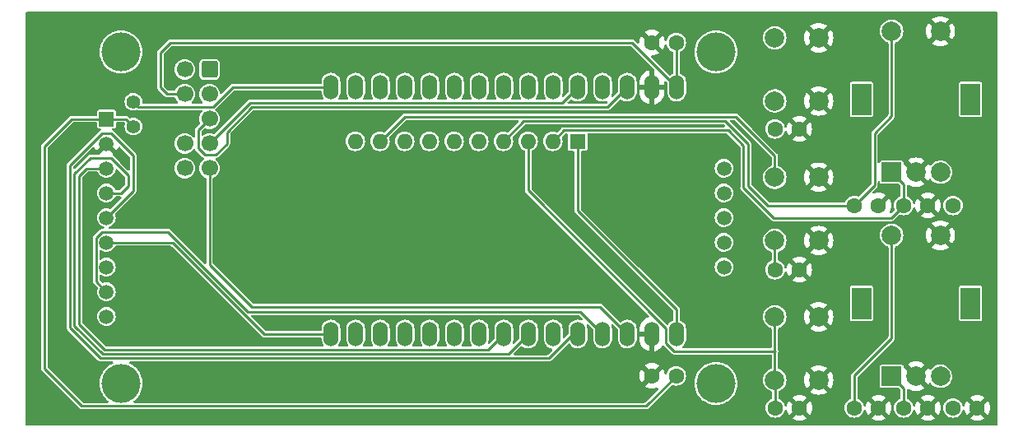
<source format=gbr>
%TF.GenerationSoftware,KiCad,Pcbnew,7.0.9*%
%TF.CreationDate,2024-03-08T21:06:40+01:00*%
%TF.ProjectId,SI4684 controller,53493436-3834-4206-936f-6e74726f6c6c,rev?*%
%TF.SameCoordinates,Original*%
%TF.FileFunction,Copper,L2,Bot*%
%TF.FilePolarity,Positive*%
%FSLAX46Y46*%
G04 Gerber Fmt 4.6, Leading zero omitted, Abs format (unit mm)*
G04 Created by KiCad (PCBNEW 7.0.9) date 2024-03-08 21:06:40*
%MOMM*%
%LPD*%
G01*
G04 APERTURE LIST*
G04 Aperture macros list*
%AMRoundRect*
0 Rectangle with rounded corners*
0 $1 Rounding radius*
0 $2 $3 $4 $5 $6 $7 $8 $9 X,Y pos of 4 corners*
0 Add a 4 corners polygon primitive as box body*
4,1,4,$2,$3,$4,$5,$6,$7,$8,$9,$2,$3,0*
0 Add four circle primitives for the rounded corners*
1,1,$1+$1,$2,$3*
1,1,$1+$1,$4,$5*
1,1,$1+$1,$6,$7*
1,1,$1+$1,$8,$9*
0 Add four rect primitives between the rounded corners*
20,1,$1+$1,$2,$3,$4,$5,0*
20,1,$1+$1,$4,$5,$6,$7,0*
20,1,$1+$1,$6,$7,$8,$9,0*
20,1,$1+$1,$8,$9,$2,$3,0*%
G04 Aperture macros list end*
%TA.AperFunction,ComponentPad*%
%ADD10C,4.000000*%
%TD*%
%TA.AperFunction,ComponentPad*%
%ADD11R,1.500000X1.500000*%
%TD*%
%TA.AperFunction,ComponentPad*%
%ADD12C,1.500000*%
%TD*%
%TA.AperFunction,ComponentPad*%
%ADD13R,2.000000X2.000000*%
%TD*%
%TA.AperFunction,ComponentPad*%
%ADD14C,2.000000*%
%TD*%
%TA.AperFunction,ComponentPad*%
%ADD15R,2.000000X3.200000*%
%TD*%
%TA.AperFunction,ComponentPad*%
%ADD16RoundRect,0.250000X0.600000X0.600000X-0.600000X0.600000X-0.600000X-0.600000X0.600000X-0.600000X0*%
%TD*%
%TA.AperFunction,ComponentPad*%
%ADD17C,1.700000*%
%TD*%
%TA.AperFunction,ComponentPad*%
%ADD18C,1.400000*%
%TD*%
%TA.AperFunction,ComponentPad*%
%ADD19O,1.524000X2.540000*%
%TD*%
%TA.AperFunction,ComponentPad*%
%ADD20C,1.600000*%
%TD*%
%TA.AperFunction,ComponentPad*%
%ADD21R,1.600000X1.600000*%
%TD*%
%TA.AperFunction,ComponentPad*%
%ADD22O,1.600000X1.600000*%
%TD*%
%TA.AperFunction,ViaPad*%
%ADD23C,0.800000*%
%TD*%
%TA.AperFunction,Conductor*%
%ADD24C,0.250000*%
%TD*%
G04 APERTURE END LIST*
D10*
%TO.P,U1,*%
%TO.N,*%
X115862000Y-90378424D03*
X115862000Y-124478424D03*
X177062000Y-90378424D03*
X177062000Y-124478424D03*
D11*
%TO.P,U1,1,VCC*%
%TO.N,+3V3*%
X114362000Y-97268424D03*
D12*
%TO.P,U1,2,GND*%
%TO.N,GND*%
X114362000Y-99808424D03*
%TO.P,U1,3,~{CS}*%
%TO.N,Net-(M1-D5)*%
X114362000Y-102348424D03*
%TO.P,U1,4,RESET*%
%TO.N,RST*%
X114362000Y-104888424D03*
%TO.P,U1,5,D/~{C}*%
%TO.N,Net-(M1-D4)*%
X114362000Y-107428424D03*
%TO.P,U1,6,MOSI*%
%TO.N,Net-(M1-D23)*%
X114362000Y-109968424D03*
%TO.P,U1,7,SCK*%
%TO.N,Net-(M1-D18)*%
X114362000Y-112508424D03*
%TO.P,U1,8,LED*%
%TO.N,Net-(M1-D2)*%
X114362000Y-115048424D03*
%TO.P,U1,9,MISO*%
%TO.N,Net-(M1-D19)*%
X114362000Y-117588424D03*
%TO.P,U1,10,SD_CS*%
%TO.N,unconnected-(U1-SD_CS-Pad10)*%
X177882000Y-102348424D03*
%TO.P,U1,11,SD_MOSI*%
%TO.N,unconnected-(U1-SD_MOSI-Pad11)*%
X177882000Y-104888424D03*
%TO.P,U1,12,SD_MISO*%
%TO.N,unconnected-(U1-SD_MISO-Pad12)*%
X177882000Y-107428424D03*
%TO.P,U1,13,SD_SCK*%
%TO.N,unconnected-(U1-SD_SCK-Pad13)*%
X177882000Y-109968424D03*
%TO.P,U1,14,FLASH_CD*%
%TO.N,unconnected-(U1-FLASH_CD-Pad14)*%
X177882000Y-112508424D03*
%TD*%
D13*
%TO.P,SW1,A,A*%
%TO.N,Net-(M1-D27)*%
X195140000Y-102748724D03*
D14*
%TO.P,SW1,B,B*%
%TO.N,Net-(M1-D34)*%
X200140000Y-102748724D03*
%TO.P,SW1,C,C*%
%TO.N,GND*%
X197640000Y-102748724D03*
D15*
%TO.P,SW1,MP*%
%TO.N,N/C*%
X192040000Y-95248724D03*
X203240000Y-95248724D03*
D14*
%TO.P,SW1,S1,S1*%
%TO.N,GND*%
X200140000Y-88248724D03*
%TO.P,SW1,S2,S2*%
%TO.N,Net-(M1-D25)*%
X195140000Y-88248724D03*
%TD*%
%TO.P,SW3,1,1*%
%TO.N,GND*%
X187617000Y-103269424D03*
X187617000Y-109769424D03*
%TO.P,SW3,2,2*%
%TO.N,Net-(M1-VN)*%
X183117000Y-103269424D03*
X183117000Y-109769424D03*
%TD*%
%TO.P,SW2,1,1*%
%TO.N,GND*%
X187617000Y-117620424D03*
X187617000Y-124120424D03*
%TO.P,SW2,2,2*%
%TO.N,Net-(M1-D26)*%
X183117000Y-117620424D03*
X183117000Y-124120424D03*
%TD*%
%TO.P,SW4,1,1*%
%TO.N,GND*%
X187617000Y-88918424D03*
X187617000Y-95418424D03*
%TO.P,SW4,2,2*%
%TO.N,Net-(M1-VP)*%
X183117000Y-88918424D03*
X183117000Y-95418424D03*
%TD*%
D13*
%TO.P,SW5,A,A*%
%TO.N,Net-(M1-D33)*%
X195140000Y-123738424D03*
D14*
%TO.P,SW5,B,B*%
%TO.N,Net-(M1-D32)*%
X200140000Y-123738424D03*
%TO.P,SW5,C,C*%
%TO.N,GND*%
X197640000Y-123738424D03*
D15*
%TO.P,SW5,MP*%
%TO.N,N/C*%
X192040000Y-116238424D03*
X203240000Y-116238424D03*
D14*
%TO.P,SW5,S1,S1*%
%TO.N,GND*%
X200140000Y-109238424D03*
%TO.P,SW5,S2,S2*%
%TO.N,Net-(M1-D35)*%
X195140000Y-109238424D03*
%TD*%
D16*
%TO.P,J1,1,Pin_1*%
%TO.N,RST*%
X124955200Y-92169624D03*
D17*
%TO.P,J1,2,Pin_2*%
%TO.N,INT*%
X122415200Y-92169624D03*
%TO.P,J1,3,Pin_3*%
%TO.N,MISO*%
X124955200Y-94709624D03*
%TO.P,J1,4,Pin_4*%
%TO.N,+5V*%
X122415200Y-94709624D03*
%TO.P,J1,5,Pin_5*%
%TO.N,MOSI*%
X124955200Y-97249624D03*
%TO.P,J1,6,Pin_6*%
%TO.N,GND*%
X122415200Y-97249624D03*
%TO.P,J1,7,Pin_7*%
%TO.N,CLK*%
X124955200Y-99789624D03*
%TO.P,J1,8,Pin_8*%
%TO.N,SDA*%
X122415200Y-99789624D03*
%TO.P,J1,9,Pin_9*%
%TO.N,SS*%
X124955200Y-102329624D03*
%TO.P,J1,10,Pin_10*%
%TO.N,SCL*%
X122415200Y-102329624D03*
%TD*%
D18*
%TO.P,JP1,1,1*%
%TO.N,+3V3*%
X117132000Y-98042424D03*
%TO.P,JP1,2,2*%
%TO.N,Net-(M1-EN)*%
X117132000Y-95502424D03*
%TD*%
D19*
%TO.P,M1,1,3V3*%
%TO.N,+3V3*%
X173012000Y-119398424D03*
%TO.P,M1,2,GND*%
%TO.N,GND*%
X170472000Y-119398424D03*
%TO.P,M1,3,D15*%
%TO.N,SS*%
X167932000Y-119398424D03*
%TO.P,M1,4,D2*%
%TO.N,Net-(M1-D2)*%
X165392000Y-119398424D03*
%TO.P,M1,5,D4*%
%TO.N,Net-(M1-D4)*%
X162852000Y-119398424D03*
%TO.P,M1,6,RX2*%
%TO.N,MISO*%
X160312000Y-119398424D03*
%TO.P,M1,7,TX2*%
%TO.N,RST*%
X157772000Y-119398424D03*
%TO.P,M1,8,D5*%
%TO.N,Net-(M1-D5)*%
X155232000Y-119398424D03*
%TO.P,M1,9,D18*%
%TO.N,Net-(M1-D18)*%
X152692000Y-119398424D03*
%TO.P,M1,10,D19*%
%TO.N,Net-(M1-D19)*%
X150152000Y-119398424D03*
%TO.P,M1,11,D21*%
%TO.N,SDA*%
X147612000Y-119398424D03*
%TO.P,M1,12,RX0*%
%TO.N,unconnected-(M1-RX0-Pad12)*%
X145072000Y-119398424D03*
%TO.P,M1,13,TX0*%
%TO.N,unconnected-(M1-TX0-Pad13)*%
X142532000Y-119398424D03*
%TO.P,M1,14,D22*%
%TO.N,SCL*%
X139992000Y-119398424D03*
%TO.P,M1,15,D23*%
%TO.N,Net-(M1-D23)*%
X137452000Y-119398424D03*
%TO.P,M1,16,EN*%
%TO.N,Net-(M1-EN)*%
X137452000Y-93998424D03*
%TO.P,M1,17,VP*%
%TO.N,Net-(M1-VP)*%
X139992000Y-93998424D03*
%TO.P,M1,18,VN*%
%TO.N,Net-(M1-VN)*%
X142532000Y-93998424D03*
%TO.P,M1,19,D34*%
%TO.N,Net-(M1-D34)*%
X145072000Y-93998424D03*
%TO.P,M1,20,D35*%
%TO.N,Net-(M1-D35)*%
X147612000Y-93998424D03*
%TO.P,M1,21,D32*%
%TO.N,Net-(M1-D32)*%
X150152000Y-93998424D03*
%TO.P,M1,22,D33*%
%TO.N,Net-(M1-D33)*%
X152692000Y-93998424D03*
%TO.P,M1,23,D25*%
%TO.N,Net-(M1-D25)*%
X155232000Y-93998424D03*
%TO.P,M1,24,D26*%
%TO.N,Net-(M1-D26)*%
X157772000Y-93998424D03*
%TO.P,M1,25,D27*%
%TO.N,Net-(M1-D27)*%
X160312000Y-93998424D03*
%TO.P,M1,26,D14*%
%TO.N,CLK*%
X162852000Y-93998424D03*
%TO.P,M1,27,D12*%
%TO.N,unconnected-(M1-D12-Pad27)*%
X165392000Y-93998424D03*
%TO.P,M1,28,D13*%
%TO.N,MOSI*%
X167932000Y-93998424D03*
%TO.P,M1,29,GND*%
%TO.N,GND*%
X170472000Y-93998424D03*
%TO.P,M1,30,VIN*%
%TO.N,+5V*%
X173012000Y-93998424D03*
%TD*%
D20*
%TO.P,C4,1*%
%TO.N,GND*%
X203942000Y-127000000D03*
%TO.P,C4,2*%
%TO.N,Net-(M1-D32)*%
X201442000Y-127000000D03*
%TD*%
%TO.P,C7,1*%
%TO.N,GND*%
X185654000Y-127000000D03*
%TO.P,C7,2*%
%TO.N,Net-(M1-D26)*%
X183154000Y-127000000D03*
%TD*%
%TO.P,C11,1*%
%TO.N,+3V3*%
X172974000Y-123698000D03*
%TO.P,C11,2*%
%TO.N,GND*%
X170474000Y-123698000D03*
%TD*%
%TO.P,C1,1*%
%TO.N,GND*%
X198862000Y-127000000D03*
%TO.P,C1,2*%
%TO.N,Net-(M1-D33)*%
X196362000Y-127000000D03*
%TD*%
%TO.P,C2,1*%
%TO.N,GND*%
X203942000Y-106172000D03*
%TO.P,C2,2*%
%TO.N,Net-(M1-D34)*%
X201442000Y-106172000D03*
%TD*%
%TO.P,C5,1*%
%TO.N,GND*%
X198862000Y-106172000D03*
%TO.P,C5,2*%
%TO.N,Net-(M1-D27)*%
X196362000Y-106172000D03*
%TD*%
%TO.P,C6,1*%
%TO.N,GND*%
X193782000Y-127000000D03*
%TO.P,C6,2*%
%TO.N,Net-(M1-D35)*%
X191282000Y-127000000D03*
%TD*%
%TO.P,C8,1*%
%TO.N,GND*%
X185634000Y-112776000D03*
%TO.P,C8,2*%
%TO.N,Net-(M1-VN)*%
X183134000Y-112776000D03*
%TD*%
%TO.P,C9,1*%
%TO.N,GND*%
X185634000Y-98298000D03*
%TO.P,C9,2*%
%TO.N,Net-(M1-VP)*%
X183134000Y-98298000D03*
%TD*%
D21*
%TO.P,RN1,1,R1*%
%TO.N,+3V3*%
X162814000Y-99568000D03*
D22*
%TO.P,RN1,2,R1.2*%
%TO.N,Net-(M1-D27)*%
X160274000Y-99568000D03*
%TO.P,RN1,3,R2.2*%
%TO.N,Net-(M1-D26)*%
X157734000Y-99568000D03*
%TO.P,RN1,4,R3.2*%
%TO.N,Net-(M1-D25)*%
X155194000Y-99568000D03*
%TO.P,RN1,5,R4.2*%
%TO.N,Net-(M1-D33)*%
X152654000Y-99568000D03*
%TO.P,RN1,6,R5.2*%
%TO.N,Net-(M1-D32)*%
X150114000Y-99568000D03*
%TO.P,RN1,7,R6.2*%
%TO.N,Net-(M1-D35)*%
X147574000Y-99568000D03*
%TO.P,RN1,8,R7.2*%
%TO.N,Net-(M1-D34)*%
X145034000Y-99568000D03*
%TO.P,RN1,9,R8.2*%
%TO.N,Net-(M1-VN)*%
X142494000Y-99568000D03*
%TO.P,RN1,10,R9.2*%
%TO.N,Net-(M1-VP)*%
X139954000Y-99568000D03*
%TD*%
D20*
%TO.P,C10,1*%
%TO.N,+5V*%
X172974000Y-89408000D03*
%TO.P,C10,2*%
%TO.N,GND*%
X170474000Y-89408000D03*
%TD*%
%TO.P,C3,1*%
%TO.N,GND*%
X193782000Y-106172000D03*
%TO.P,C3,2*%
%TO.N,Net-(M1-D25)*%
X191282000Y-106172000D03*
%TD*%
D23*
%TO.N,GND*%
X134620000Y-118110000D03*
X111252000Y-122936000D03*
X135890000Y-94742000D03*
X116332000Y-111506000D03*
X127254000Y-95758000D03*
X111252000Y-99060000D03*
X130556000Y-94742000D03*
X116586000Y-117602000D03*
X122936000Y-116840000D03*
X134620000Y-120142000D03*
%TD*%
D24*
%TO.N,+3V3*%
X173012000Y-123660000D02*
X172974000Y-123698000D01*
X173012000Y-119398424D02*
X173012000Y-116878000D01*
X114362000Y-97268424D02*
X116358000Y-97268424D01*
X116358000Y-97268424D02*
X117132000Y-98042424D01*
X172974000Y-123698000D02*
X169868576Y-126803424D01*
X111817424Y-126803424D02*
X107950000Y-122936000D01*
X110757576Y-97268424D02*
X114362000Y-97268424D01*
X169868576Y-126803424D02*
X111817424Y-126803424D01*
X173012000Y-116878000D02*
X162814000Y-106680000D01*
X107950000Y-122936000D02*
X107950000Y-100076000D01*
X162814000Y-106680000D02*
X162814000Y-99568000D01*
X107950000Y-100076000D02*
X110757576Y-97268424D01*
%TO.N,+5V*%
X119888000Y-93980000D02*
X119888000Y-90424000D01*
X173012000Y-93998424D02*
X173012000Y-89446000D01*
X122415200Y-94709624D02*
X120617624Y-94709624D01*
X119888000Y-90424000D02*
X120904000Y-89408000D01*
X173012000Y-89446000D02*
X172974000Y-89408000D01*
X168421576Y-89408000D02*
X173012000Y-93998424D01*
X120904000Y-89408000D02*
X168421576Y-89408000D01*
X120617624Y-94709624D02*
X119888000Y-93980000D01*
%TO.N,SCL*%
X122923200Y-102329624D02*
X122415200Y-102329624D01*
%TO.N,Net-(M1-D35)*%
X195140000Y-119820000D02*
X195140000Y-109238424D01*
X191282000Y-127000000D02*
X191282000Y-123678000D01*
X191282000Y-123678000D02*
X195140000Y-119820000D01*
%TO.N,Net-(M1-D26)*%
X171925000Y-118806174D02*
X171925000Y-120363000D01*
X171925000Y-120363000D02*
X172720000Y-121158000D01*
X183134000Y-121158000D02*
X183117000Y-121175000D01*
X157734000Y-104615174D02*
X171925000Y-118806174D01*
X183134000Y-121158000D02*
X183117000Y-121141000D01*
X183117000Y-121175000D02*
X183117000Y-124120424D01*
X157734000Y-99568000D02*
X157734000Y-104615174D01*
X183117000Y-121141000D02*
X183117000Y-117620424D01*
X172720000Y-121158000D02*
X183134000Y-121158000D01*
X183154000Y-127000000D02*
X183154000Y-124157424D01*
X183154000Y-124157424D02*
X183117000Y-124120424D01*
%TO.N,Net-(M1-D25)*%
X195140000Y-96960000D02*
X193365000Y-98735000D01*
X155194000Y-99568000D02*
X157284000Y-97478000D01*
X157284000Y-97478000D02*
X177996000Y-97478000D01*
X177996000Y-97478000D02*
X180340000Y-99822000D01*
X182372000Y-106172000D02*
X191282000Y-106172000D01*
X195140000Y-88248724D02*
X195140000Y-96960000D01*
X193365000Y-98735000D02*
X193365000Y-104089000D01*
X193365000Y-104089000D02*
X191282000Y-106172000D01*
X180340000Y-104140000D02*
X182372000Y-106172000D01*
X180340000Y-99822000D02*
X180340000Y-104140000D01*
%TO.N,Net-(M1-VN)*%
X183117000Y-112759000D02*
X183134000Y-112776000D01*
X142494000Y-99568000D02*
X145034000Y-97028000D01*
X183117000Y-109769424D02*
X183117000Y-112759000D01*
X145034000Y-97028000D02*
X179070000Y-97028000D01*
X183117000Y-101075000D02*
X183117000Y-103269424D01*
X179070000Y-97028000D02*
X183117000Y-101075000D01*
%TO.N,Net-(M1-EN)*%
X137452000Y-93998424D02*
X127328101Y-93998424D01*
X117641576Y-96012000D02*
X117132000Y-95502424D01*
X127328101Y-93998424D02*
X125314525Y-96012000D01*
X125314525Y-96012000D02*
X117641576Y-96012000D01*
%TO.N,Net-(M1-D33)*%
X196362000Y-124960424D02*
X195140000Y-123738424D01*
X196362000Y-127000000D02*
X196362000Y-124960424D01*
%TO.N,Net-(M1-D27)*%
X196362000Y-103970724D02*
X196362000Y-106172000D01*
X196362000Y-106172000D02*
X195092000Y-107442000D01*
X195092000Y-107442000D02*
X183005604Y-107442000D01*
X179890000Y-100008396D02*
X178324604Y-98443000D01*
X161399000Y-98443000D02*
X160274000Y-99568000D01*
X179890000Y-104326396D02*
X179890000Y-100008396D01*
X183005604Y-107442000D02*
X179890000Y-104326396D01*
X178324604Y-98443000D02*
X161399000Y-98443000D01*
X196362000Y-103970724D02*
X195140000Y-102748724D01*
%TO.N,MOSI*%
X124468499Y-100964624D02*
X123780200Y-100276325D01*
X126746000Y-99822000D02*
X125603376Y-100964624D01*
X167932000Y-93998424D02*
X165887000Y-96043424D01*
X165887000Y-96043424D02*
X129337796Y-96043424D01*
X129337796Y-96043424D02*
X126746000Y-98635220D01*
X123780200Y-98424624D02*
X124955200Y-97249624D01*
X126746000Y-98635220D02*
X126746000Y-99822000D01*
X123780200Y-100276325D02*
X123780200Y-98424624D01*
X125603376Y-100964624D02*
X124468499Y-100964624D01*
%TO.N,CLK*%
X129151400Y-95593424D02*
X124955200Y-99789624D01*
X162852000Y-93998424D02*
X161257000Y-95593424D01*
X161257000Y-95593424D02*
X129151400Y-95593424D01*
%TO.N,SS*%
X124955200Y-112255200D02*
X124955200Y-102329624D01*
X129286000Y-116586000D02*
X124955200Y-112255200D01*
X167932000Y-119398424D02*
X165119576Y-116586000D01*
X165119576Y-116586000D02*
X129286000Y-116586000D01*
%TO.N,RST*%
X114362000Y-104888424D02*
X115810424Y-104888424D01*
X116586000Y-104140000D02*
X116586000Y-103052144D01*
X115810424Y-104888424D02*
X115824000Y-104902000D01*
X114807280Y-101273424D02*
X112720180Y-101273424D01*
X111056000Y-118550396D02*
X113949028Y-121443424D01*
X111056000Y-102937604D02*
X111056000Y-118550396D01*
X115824000Y-104902000D02*
X116586000Y-104140000D01*
X155727000Y-121443424D02*
X157772000Y-119398424D01*
X113949028Y-121443424D02*
X155727000Y-121443424D01*
X112720180Y-101273424D02*
X111056000Y-102937604D01*
X116586000Y-103052144D02*
X114807280Y-101273424D01*
%TO.N,Net-(M1-D23)*%
X130574424Y-119398424D02*
X121144424Y-109968424D01*
X137452000Y-119398424D02*
X130574424Y-119398424D01*
X121144424Y-109968424D02*
X114362000Y-109968424D01*
%TO.N,Net-(M1-D5)*%
X112281576Y-102348424D02*
X114362000Y-102348424D01*
X114135424Y-120993424D02*
X111506000Y-118364000D01*
X153637000Y-120993424D02*
X114135424Y-120993424D01*
X111506000Y-103124000D02*
X112281576Y-102348424D01*
X111506000Y-118364000D02*
X111506000Y-103124000D01*
X155232000Y-119398424D02*
X153637000Y-120993424D01*
%TO.N,Net-(M1-D4)*%
X110606000Y-118736792D02*
X110606000Y-102044144D01*
X110606000Y-102044144D02*
X113916720Y-98733424D01*
X117094000Y-101020144D02*
X117094000Y-104696424D01*
X117094000Y-104696424D02*
X114362000Y-107428424D01*
X159862250Y-121893424D02*
X113762632Y-121893424D01*
X113762632Y-121893424D02*
X110606000Y-118736792D01*
X114807280Y-98733424D02*
X117094000Y-101020144D01*
X162852000Y-119398424D02*
X162357250Y-119398424D01*
X162357250Y-119398424D02*
X159862250Y-121893424D01*
X113916720Y-98733424D02*
X114807280Y-98733424D01*
%TO.N,Net-(M1-D2)*%
X114362000Y-115048424D02*
X113284000Y-113970424D01*
X163087576Y-117094000D02*
X165392000Y-119398424D01*
X120705820Y-108893424D02*
X128906396Y-117094000D01*
X128906396Y-117094000D02*
X163087576Y-117094000D01*
X113284000Y-109526144D02*
X113916720Y-108893424D01*
X113284000Y-113970424D02*
X113284000Y-109526144D01*
X113916720Y-108893424D02*
X120705820Y-108893424D01*
%TD*%
%TA.AperFunction,Conductor*%
%TO.N,GND*%
G36*
X193899012Y-103700741D02*
G01*
X193937396Y-103760467D01*
X193940079Y-103771383D01*
X193946568Y-103804008D01*
X193951133Y-103826955D01*
X193995448Y-103893276D01*
X194061769Y-103937591D01*
X194120252Y-103949224D01*
X195827984Y-103949224D01*
X195896105Y-103969226D01*
X195917079Y-103986129D01*
X195999595Y-104068645D01*
X196033621Y-104130957D01*
X196036500Y-104157740D01*
X196036500Y-105136007D01*
X196016498Y-105204128D01*
X195969896Y-105247129D01*
X195803461Y-105336090D01*
X195651117Y-105461117D01*
X195526090Y-105613461D01*
X195433186Y-105787271D01*
X195375974Y-105975873D01*
X195375974Y-105975875D01*
X195356659Y-106171996D01*
X195356659Y-106172003D01*
X195375974Y-106368124D01*
X195375974Y-106368126D01*
X195430758Y-106548723D01*
X195431391Y-106619717D01*
X195399278Y-106674394D01*
X195139458Y-106934214D01*
X195077146Y-106968240D01*
X195006331Y-106963175D01*
X194949495Y-106920628D01*
X194924684Y-106854108D01*
X194936168Y-106791869D01*
X195015811Y-106621073D01*
X195015813Y-106621068D01*
X195075048Y-106400002D01*
X195094995Y-106172000D01*
X195075048Y-105943997D01*
X195015813Y-105722931D01*
X195015811Y-105722926D01*
X194919086Y-105515498D01*
X194869100Y-105444110D01*
X194869097Y-105444110D01*
X194180726Y-106132480D01*
X194167165Y-106046852D01*
X194109641Y-105933955D01*
X194020045Y-105844359D01*
X193907148Y-105786835D01*
X193821515Y-105773272D01*
X194509888Y-105084900D01*
X194509888Y-105084898D01*
X194438501Y-105034913D01*
X194231073Y-104938188D01*
X194231068Y-104938186D01*
X194010000Y-104878951D01*
X194010004Y-104878951D01*
X193782000Y-104859004D01*
X193553997Y-104878951D01*
X193332931Y-104938186D01*
X193332920Y-104938190D01*
X193312022Y-104947935D01*
X193241831Y-104958594D01*
X193177018Y-104929613D01*
X193138163Y-104870193D01*
X193137602Y-104799198D01*
X193169678Y-104744646D01*
X193583186Y-104331138D01*
X193587204Y-104327456D01*
X193618194Y-104301455D01*
X193638415Y-104266428D01*
X193641352Y-104261817D01*
X193664554Y-104228684D01*
X193664555Y-104228681D01*
X193667157Y-104223101D01*
X193673479Y-104207838D01*
X193675587Y-104202046D01*
X193675588Y-104202045D01*
X193682607Y-104162231D01*
X193683798Y-104156863D01*
X193694264Y-104117808D01*
X193690740Y-104077518D01*
X193690500Y-104072026D01*
X193690500Y-103795965D01*
X193710502Y-103727844D01*
X193764158Y-103681351D01*
X193834432Y-103671247D01*
X193899012Y-103700741D01*
G37*
%TD.AperFunction*%
%TA.AperFunction,Conductor*%
G36*
X113353621Y-97613926D02*
G01*
X113400114Y-97667582D01*
X113411500Y-97719924D01*
X113411500Y-98038174D01*
X113412345Y-98042424D01*
X113423133Y-98096655D01*
X113467448Y-98162976D01*
X113533769Y-98207291D01*
X113592252Y-98218924D01*
X113592253Y-98218924D01*
X113684388Y-98218924D01*
X113752509Y-98238926D01*
X113799002Y-98292582D01*
X113809106Y-98362856D01*
X113779612Y-98427436D01*
X113756650Y-98448143D01*
X113743908Y-98457064D01*
X113739277Y-98460014D01*
X113704267Y-98480228D01*
X113704265Y-98480229D01*
X113678267Y-98511211D01*
X113674554Y-98515263D01*
X110387843Y-101801973D01*
X110383792Y-101805686D01*
X110352806Y-101831688D01*
X110352804Y-101831691D01*
X110332589Y-101866702D01*
X110329638Y-101871335D01*
X110306445Y-101904460D01*
X110303873Y-101909976D01*
X110297493Y-101925379D01*
X110295412Y-101931096D01*
X110288392Y-101970905D01*
X110287203Y-101976270D01*
X110276736Y-102015336D01*
X110276736Y-102015338D01*
X110280260Y-102055609D01*
X110280500Y-102061103D01*
X110280500Y-118719831D01*
X110280260Y-118725324D01*
X110276736Y-118765596D01*
X110276736Y-118765598D01*
X110287203Y-118804664D01*
X110288393Y-118810032D01*
X110295412Y-118849839D01*
X110297505Y-118855588D01*
X110303866Y-118870944D01*
X110306445Y-118876475D01*
X110329634Y-118909592D01*
X110332587Y-118914228D01*
X110352806Y-118949247D01*
X110383787Y-118975243D01*
X110387829Y-118978947D01*
X113520476Y-122111594D01*
X113524179Y-122115635D01*
X113550177Y-122146618D01*
X113576409Y-122161763D01*
X113585190Y-122166833D01*
X113589828Y-122169787D01*
X113622948Y-122192978D01*
X113628502Y-122195568D01*
X113643813Y-122201909D01*
X113649581Y-122204009D01*
X113649587Y-122204012D01*
X113689414Y-122211034D01*
X113694746Y-122212216D01*
X113733825Y-122222688D01*
X113764618Y-122219994D01*
X113774114Y-122219164D01*
X113779606Y-122218924D01*
X114928171Y-122218924D01*
X114996292Y-122238926D01*
X115042785Y-122292582D01*
X115052889Y-122362856D01*
X115023395Y-122427436D01*
X114983899Y-122457930D01*
X114759391Y-122568644D01*
X114519554Y-122728897D01*
X114519550Y-122728900D01*
X114302672Y-122919096D01*
X114112476Y-123135974D01*
X114112473Y-123135978D01*
X113952220Y-123375815D01*
X113824644Y-123634515D01*
X113824640Y-123634525D01*
X113731920Y-123907665D01*
X113731919Y-123907669D01*
X113675645Y-124190574D01*
X113675643Y-124190589D01*
X113656778Y-124478420D01*
X113656778Y-124478427D01*
X113675643Y-124766258D01*
X113675645Y-124766273D01*
X113731919Y-125049178D01*
X113731920Y-125049182D01*
X113775327Y-125177052D01*
X113824641Y-125322326D01*
X113824644Y-125322332D01*
X113952220Y-125581032D01*
X114112473Y-125820869D01*
X114112476Y-125820873D01*
X114302672Y-126037751D01*
X114345294Y-126075129D01*
X114519546Y-126227944D01*
X114519548Y-126227945D01*
X114519550Y-126227947D01*
X114519554Y-126227950D01*
X114548302Y-126247159D01*
X114593830Y-126301636D01*
X114602678Y-126372079D01*
X114572037Y-126436123D01*
X114511635Y-126473434D01*
X114478300Y-126477924D01*
X112004441Y-126477924D01*
X111936320Y-126457922D01*
X111915346Y-126441019D01*
X108312405Y-122838078D01*
X108278379Y-122775766D01*
X108275500Y-122748983D01*
X108275500Y-100263016D01*
X108295502Y-100194895D01*
X108312405Y-100173921D01*
X110855497Y-97630829D01*
X110917809Y-97596803D01*
X110944592Y-97593924D01*
X113285500Y-97593924D01*
X113353621Y-97613926D01*
G37*
%TD.AperFunction*%
%TA.AperFunction,Conductor*%
G36*
X162968681Y-117439502D02*
G01*
X162989655Y-117456405D01*
X163304199Y-117770949D01*
X163338225Y-117833261D01*
X163333160Y-117904076D01*
X163290613Y-117960912D01*
X163224093Y-117985723D01*
X163183522Y-117982022D01*
X163126454Y-117967246D01*
X162998501Y-117934116D01*
X162998498Y-117934115D01*
X162998495Y-117934115D01*
X162802999Y-117924201D01*
X162609505Y-117953843D01*
X162609503Y-117953844D01*
X162593176Y-117959890D01*
X162425939Y-118021827D01*
X162425939Y-118021828D01*
X162425936Y-118021829D01*
X162425935Y-118021830D01*
X162379014Y-118051076D01*
X162259809Y-118125376D01*
X162259800Y-118125383D01*
X162117927Y-118260246D01*
X162006101Y-118420910D01*
X161928906Y-118600797D01*
X161889500Y-118792545D01*
X161889500Y-119353656D01*
X161869498Y-119421777D01*
X161852595Y-119442751D01*
X161489595Y-119805751D01*
X161427283Y-119839777D01*
X161356468Y-119834712D01*
X161299632Y-119792165D01*
X161274821Y-119725645D01*
X161274500Y-119716656D01*
X161274500Y-118841609D01*
X161274498Y-118841590D01*
X161269511Y-118792545D01*
X161259660Y-118695675D01*
X161201059Y-118508899D01*
X161106059Y-118337743D01*
X160978551Y-118189213D01*
X160823754Y-118069391D01*
X160823752Y-118069390D01*
X160823751Y-118069389D01*
X160648008Y-117983184D01*
X160648005Y-117983183D01*
X160458501Y-117934116D01*
X160458497Y-117934115D01*
X160458494Y-117934115D01*
X160262999Y-117924201D01*
X160069505Y-117953843D01*
X160069503Y-117953844D01*
X160053176Y-117959890D01*
X159885939Y-118021827D01*
X159885939Y-118021828D01*
X159885936Y-118021829D01*
X159885935Y-118021830D01*
X159839014Y-118051076D01*
X159719809Y-118125376D01*
X159719800Y-118125383D01*
X159577927Y-118260246D01*
X159466101Y-118420910D01*
X159388906Y-118600797D01*
X159349500Y-118792545D01*
X159349500Y-119955238D01*
X159349501Y-119955257D01*
X159364339Y-120101171D01*
X159422941Y-120287950D01*
X159459861Y-120354465D01*
X159517941Y-120459105D01*
X159645449Y-120607635D01*
X159800246Y-120727457D01*
X159975995Y-120813665D01*
X160164334Y-120862430D01*
X160225264Y-120898868D01*
X160256824Y-120962464D01*
X160248990Y-121033027D01*
X160221845Y-121073502D01*
X159764329Y-121531019D01*
X159702016Y-121565044D01*
X159675233Y-121567924D01*
X156367016Y-121567924D01*
X156298895Y-121547922D01*
X156252402Y-121494266D01*
X156242298Y-121423992D01*
X156271792Y-121359412D01*
X156277909Y-121352840D01*
X156980573Y-120650175D01*
X157042882Y-120616153D01*
X157113697Y-120621217D01*
X157146788Y-120639634D01*
X157260246Y-120727457D01*
X157435995Y-120813665D01*
X157625499Y-120862732D01*
X157793072Y-120871229D01*
X157821000Y-120872646D01*
X157821000Y-120872645D01*
X157821001Y-120872646D01*
X158014497Y-120843004D01*
X158198065Y-120775018D01*
X158364191Y-120671471D01*
X158364195Y-120671466D01*
X158364199Y-120671464D01*
X158423413Y-120615176D01*
X158506071Y-120536603D01*
X158617899Y-120375936D01*
X158695095Y-120196047D01*
X158734500Y-120004301D01*
X158734500Y-118841609D01*
X158719660Y-118695675D01*
X158661059Y-118508899D01*
X158566059Y-118337743D01*
X158438551Y-118189213D01*
X158283754Y-118069391D01*
X158283752Y-118069390D01*
X158283751Y-118069389D01*
X158108008Y-117983184D01*
X158108005Y-117983183D01*
X157918501Y-117934116D01*
X157918497Y-117934115D01*
X157918494Y-117934115D01*
X157722999Y-117924201D01*
X157529505Y-117953843D01*
X157529503Y-117953844D01*
X157513176Y-117959890D01*
X157345939Y-118021827D01*
X157345939Y-118021828D01*
X157345936Y-118021829D01*
X157345935Y-118021830D01*
X157299014Y-118051076D01*
X157179809Y-118125376D01*
X157179800Y-118125383D01*
X157037927Y-118260246D01*
X156926101Y-118420910D01*
X156848906Y-118600797D01*
X156809500Y-118792545D01*
X156809500Y-119848408D01*
X156789498Y-119916529D01*
X156772599Y-119937498D01*
X156514051Y-120196047D01*
X156348486Y-120361612D01*
X156286174Y-120395637D01*
X156215358Y-120390572D01*
X156158523Y-120348025D01*
X156133712Y-120281505D01*
X156143604Y-120222824D01*
X156155092Y-120196053D01*
X156155095Y-120196047D01*
X156194500Y-120004301D01*
X156194500Y-118841609D01*
X156179660Y-118695675D01*
X156121059Y-118508899D01*
X156026059Y-118337743D01*
X155898551Y-118189213D01*
X155743754Y-118069391D01*
X155743752Y-118069390D01*
X155743751Y-118069389D01*
X155568008Y-117983184D01*
X155568005Y-117983183D01*
X155378501Y-117934116D01*
X155378497Y-117934115D01*
X155378494Y-117934115D01*
X155182999Y-117924201D01*
X154989505Y-117953843D01*
X154989503Y-117953844D01*
X154973176Y-117959890D01*
X154805939Y-118021827D01*
X154805939Y-118021828D01*
X154805936Y-118021829D01*
X154805935Y-118021830D01*
X154759014Y-118051076D01*
X154639809Y-118125376D01*
X154639800Y-118125383D01*
X154497927Y-118260246D01*
X154386101Y-118420910D01*
X154308906Y-118600797D01*
X154269500Y-118792545D01*
X154269500Y-119848408D01*
X154249498Y-119916529D01*
X154232599Y-119937498D01*
X153974051Y-120196047D01*
X153808486Y-120361612D01*
X153746174Y-120395637D01*
X153675358Y-120390572D01*
X153618523Y-120348025D01*
X153593712Y-120281505D01*
X153603604Y-120222824D01*
X153615092Y-120196053D01*
X153615095Y-120196047D01*
X153654500Y-120004301D01*
X153654500Y-118841609D01*
X153639660Y-118695675D01*
X153581059Y-118508899D01*
X153486059Y-118337743D01*
X153358551Y-118189213D01*
X153203754Y-118069391D01*
X153203752Y-118069390D01*
X153203751Y-118069389D01*
X153028008Y-117983184D01*
X153028005Y-117983183D01*
X152838501Y-117934116D01*
X152838497Y-117934115D01*
X152838494Y-117934115D01*
X152642999Y-117924201D01*
X152449505Y-117953843D01*
X152449503Y-117953844D01*
X152433176Y-117959890D01*
X152265939Y-118021827D01*
X152265939Y-118021828D01*
X152265936Y-118021829D01*
X152265935Y-118021830D01*
X152219014Y-118051076D01*
X152099809Y-118125376D01*
X152099800Y-118125383D01*
X151957927Y-118260246D01*
X151846101Y-118420910D01*
X151768906Y-118600797D01*
X151729500Y-118792545D01*
X151729500Y-119955238D01*
X151729501Y-119955257D01*
X151744339Y-120101171D01*
X151802941Y-120287950D01*
X151839861Y-120354465D01*
X151897941Y-120459105D01*
X151897942Y-120459107D01*
X151897944Y-120459109D01*
X151898583Y-120459853D01*
X151898805Y-120460346D01*
X151901594Y-120464353D01*
X151900847Y-120464872D01*
X151927777Y-120524569D01*
X151917348Y-120594795D01*
X151870608Y-120648236D01*
X151802978Y-120667924D01*
X151035884Y-120667924D01*
X150967763Y-120647922D01*
X150921270Y-120594266D01*
X150911166Y-120523992D01*
X150932468Y-120469944D01*
X150997898Y-120375937D01*
X150997899Y-120375936D01*
X151075095Y-120196047D01*
X151114500Y-120004301D01*
X151114500Y-118841609D01*
X151099660Y-118695675D01*
X151041059Y-118508899D01*
X150946059Y-118337743D01*
X150818551Y-118189213D01*
X150663754Y-118069391D01*
X150663752Y-118069390D01*
X150663751Y-118069389D01*
X150488008Y-117983184D01*
X150488005Y-117983183D01*
X150298501Y-117934116D01*
X150298497Y-117934115D01*
X150298494Y-117934115D01*
X150102999Y-117924201D01*
X149909505Y-117953843D01*
X149909503Y-117953844D01*
X149893176Y-117959890D01*
X149725939Y-118021827D01*
X149725939Y-118021828D01*
X149725936Y-118021829D01*
X149725935Y-118021830D01*
X149679014Y-118051076D01*
X149559809Y-118125376D01*
X149559800Y-118125383D01*
X149417927Y-118260246D01*
X149306101Y-118420910D01*
X149228906Y-118600797D01*
X149189500Y-118792545D01*
X149189500Y-119955238D01*
X149189501Y-119955257D01*
X149204339Y-120101171D01*
X149262941Y-120287950D01*
X149299861Y-120354465D01*
X149357941Y-120459105D01*
X149357942Y-120459107D01*
X149357944Y-120459109D01*
X149358583Y-120459853D01*
X149358805Y-120460346D01*
X149361594Y-120464353D01*
X149360847Y-120464872D01*
X149387777Y-120524569D01*
X149377348Y-120594795D01*
X149330608Y-120648236D01*
X149262978Y-120667924D01*
X148495884Y-120667924D01*
X148427763Y-120647922D01*
X148381270Y-120594266D01*
X148371166Y-120523992D01*
X148392468Y-120469944D01*
X148457898Y-120375937D01*
X148457899Y-120375936D01*
X148535095Y-120196047D01*
X148574500Y-120004301D01*
X148574500Y-118841609D01*
X148559660Y-118695675D01*
X148501059Y-118508899D01*
X148406059Y-118337743D01*
X148278551Y-118189213D01*
X148123754Y-118069391D01*
X148123752Y-118069390D01*
X148123751Y-118069389D01*
X147948008Y-117983184D01*
X147948005Y-117983183D01*
X147758501Y-117934116D01*
X147758497Y-117934115D01*
X147758494Y-117934115D01*
X147562999Y-117924201D01*
X147369505Y-117953843D01*
X147369503Y-117953844D01*
X147353176Y-117959890D01*
X147185939Y-118021827D01*
X147185939Y-118021828D01*
X147185936Y-118021829D01*
X147185935Y-118021830D01*
X147139014Y-118051076D01*
X147019809Y-118125376D01*
X147019800Y-118125383D01*
X146877927Y-118260246D01*
X146766101Y-118420910D01*
X146688906Y-118600797D01*
X146649500Y-118792545D01*
X146649500Y-119955238D01*
X146649501Y-119955257D01*
X146664339Y-120101171D01*
X146722941Y-120287950D01*
X146759861Y-120354465D01*
X146817941Y-120459105D01*
X146817942Y-120459107D01*
X146817944Y-120459109D01*
X146818583Y-120459853D01*
X146818805Y-120460346D01*
X146821594Y-120464353D01*
X146820847Y-120464872D01*
X146847777Y-120524569D01*
X146837348Y-120594795D01*
X146790608Y-120648236D01*
X146722978Y-120667924D01*
X145955884Y-120667924D01*
X145887763Y-120647922D01*
X145841270Y-120594266D01*
X145831166Y-120523992D01*
X145852468Y-120469944D01*
X145917898Y-120375937D01*
X145917899Y-120375936D01*
X145995095Y-120196047D01*
X146034500Y-120004301D01*
X146034500Y-118841609D01*
X146019660Y-118695675D01*
X145961059Y-118508899D01*
X145866059Y-118337743D01*
X145738551Y-118189213D01*
X145583754Y-118069391D01*
X145583752Y-118069390D01*
X145583751Y-118069389D01*
X145408008Y-117983184D01*
X145408005Y-117983183D01*
X145218501Y-117934116D01*
X145218497Y-117934115D01*
X145218494Y-117934115D01*
X145022999Y-117924201D01*
X144829505Y-117953843D01*
X144829503Y-117953844D01*
X144813176Y-117959890D01*
X144645939Y-118021827D01*
X144645939Y-118021828D01*
X144645936Y-118021829D01*
X144645935Y-118021830D01*
X144599014Y-118051076D01*
X144479809Y-118125376D01*
X144479800Y-118125383D01*
X144337927Y-118260246D01*
X144226101Y-118420910D01*
X144148906Y-118600797D01*
X144109500Y-118792545D01*
X144109500Y-119955238D01*
X144109501Y-119955257D01*
X144124339Y-120101171D01*
X144182941Y-120287950D01*
X144219861Y-120354465D01*
X144277941Y-120459105D01*
X144277942Y-120459107D01*
X144277944Y-120459109D01*
X144278583Y-120459853D01*
X144278805Y-120460346D01*
X144281594Y-120464353D01*
X144280847Y-120464872D01*
X144307777Y-120524569D01*
X144297348Y-120594795D01*
X144250608Y-120648236D01*
X144182978Y-120667924D01*
X143415884Y-120667924D01*
X143347763Y-120647922D01*
X143301270Y-120594266D01*
X143291166Y-120523992D01*
X143312468Y-120469944D01*
X143377898Y-120375937D01*
X143377899Y-120375936D01*
X143455095Y-120196047D01*
X143494500Y-120004301D01*
X143494500Y-118841609D01*
X143479660Y-118695675D01*
X143421059Y-118508899D01*
X143326059Y-118337743D01*
X143198551Y-118189213D01*
X143043754Y-118069391D01*
X143043752Y-118069390D01*
X143043751Y-118069389D01*
X142868008Y-117983184D01*
X142868005Y-117983183D01*
X142678501Y-117934116D01*
X142678497Y-117934115D01*
X142678494Y-117934115D01*
X142482999Y-117924201D01*
X142289505Y-117953843D01*
X142289503Y-117953844D01*
X142273176Y-117959890D01*
X142105939Y-118021827D01*
X142105939Y-118021828D01*
X142105936Y-118021829D01*
X142105935Y-118021830D01*
X142059014Y-118051076D01*
X141939809Y-118125376D01*
X141939800Y-118125383D01*
X141797927Y-118260246D01*
X141686101Y-118420910D01*
X141608906Y-118600797D01*
X141569500Y-118792545D01*
X141569500Y-119955238D01*
X141569501Y-119955257D01*
X141584339Y-120101171D01*
X141642941Y-120287950D01*
X141679861Y-120354465D01*
X141737941Y-120459105D01*
X141737942Y-120459107D01*
X141737944Y-120459109D01*
X141738583Y-120459853D01*
X141738805Y-120460346D01*
X141741594Y-120464353D01*
X141740847Y-120464872D01*
X141767777Y-120524569D01*
X141757348Y-120594795D01*
X141710608Y-120648236D01*
X141642978Y-120667924D01*
X140875884Y-120667924D01*
X140807763Y-120647922D01*
X140761270Y-120594266D01*
X140751166Y-120523992D01*
X140772468Y-120469944D01*
X140837898Y-120375937D01*
X140837899Y-120375936D01*
X140915095Y-120196047D01*
X140954500Y-120004301D01*
X140954500Y-118841609D01*
X140939660Y-118695675D01*
X140881059Y-118508899D01*
X140786059Y-118337743D01*
X140658551Y-118189213D01*
X140503754Y-118069391D01*
X140503752Y-118069390D01*
X140503751Y-118069389D01*
X140328008Y-117983184D01*
X140328005Y-117983183D01*
X140138501Y-117934116D01*
X140138497Y-117934115D01*
X140138494Y-117934115D01*
X139942999Y-117924201D01*
X139749505Y-117953843D01*
X139749503Y-117953844D01*
X139733176Y-117959890D01*
X139565939Y-118021827D01*
X139565939Y-118021828D01*
X139565936Y-118021829D01*
X139565935Y-118021830D01*
X139519014Y-118051076D01*
X139399809Y-118125376D01*
X139399800Y-118125383D01*
X139257927Y-118260246D01*
X139146101Y-118420910D01*
X139068906Y-118600797D01*
X139029500Y-118792545D01*
X139029500Y-119955238D01*
X139029501Y-119955257D01*
X139044339Y-120101171D01*
X139102941Y-120287950D01*
X139139861Y-120354465D01*
X139197941Y-120459105D01*
X139197942Y-120459107D01*
X139197944Y-120459109D01*
X139198583Y-120459853D01*
X139198805Y-120460346D01*
X139201594Y-120464353D01*
X139200847Y-120464872D01*
X139227777Y-120524569D01*
X139217348Y-120594795D01*
X139170608Y-120648236D01*
X139102978Y-120667924D01*
X138335884Y-120667924D01*
X138267763Y-120647922D01*
X138221270Y-120594266D01*
X138211166Y-120523992D01*
X138232468Y-120469944D01*
X138297898Y-120375937D01*
X138297899Y-120375936D01*
X138375095Y-120196047D01*
X138414500Y-120004301D01*
X138414500Y-118841609D01*
X138399660Y-118695675D01*
X138341059Y-118508899D01*
X138246059Y-118337743D01*
X138118551Y-118189213D01*
X137963754Y-118069391D01*
X137963752Y-118069390D01*
X137963751Y-118069389D01*
X137788008Y-117983184D01*
X137788005Y-117983183D01*
X137598501Y-117934116D01*
X137598497Y-117934115D01*
X137598494Y-117934115D01*
X137402999Y-117924201D01*
X137209505Y-117953843D01*
X137209503Y-117953844D01*
X137193176Y-117959890D01*
X137025939Y-118021827D01*
X137025939Y-118021828D01*
X137025936Y-118021829D01*
X137025935Y-118021830D01*
X136979014Y-118051076D01*
X136859809Y-118125376D01*
X136859800Y-118125383D01*
X136717927Y-118260246D01*
X136606101Y-118420910D01*
X136528906Y-118600797D01*
X136489500Y-118792545D01*
X136489500Y-118946924D01*
X136469498Y-119015045D01*
X136415842Y-119061538D01*
X136363500Y-119072924D01*
X130761440Y-119072924D01*
X130693319Y-119052922D01*
X130672345Y-119036019D01*
X129270921Y-117634595D01*
X129236895Y-117572283D01*
X129241960Y-117501468D01*
X129284507Y-117444632D01*
X129351027Y-117419821D01*
X129360016Y-117419500D01*
X162900560Y-117419500D01*
X162968681Y-117439502D01*
G37*
%TD.AperFunction*%
%TA.AperFunction,Conductor*%
G36*
X115514876Y-102441346D02*
G01*
X116223595Y-103150065D01*
X116257621Y-103212377D01*
X116260500Y-103239160D01*
X116260500Y-103952984D01*
X116240498Y-104021105D01*
X116223595Y-104042079D01*
X115739655Y-104526019D01*
X115677343Y-104560045D01*
X115650560Y-104562924D01*
X115341299Y-104562924D01*
X115273178Y-104542922D01*
X115230177Y-104496320D01*
X115156135Y-104357798D01*
X115037357Y-104213067D01*
X114892625Y-104094288D01*
X114856132Y-104074782D01*
X114727500Y-104006027D01*
X114727496Y-104006025D01*
X114548334Y-103951677D01*
X114548323Y-103951675D01*
X114362003Y-103933325D01*
X114361997Y-103933325D01*
X114175676Y-103951675D01*
X114175665Y-103951677D01*
X113996503Y-104006025D01*
X113996499Y-104006027D01*
X113831374Y-104094288D01*
X113686643Y-104213067D01*
X113567864Y-104357798D01*
X113479603Y-104522923D01*
X113479601Y-104522927D01*
X113425253Y-104702089D01*
X113425251Y-104702100D01*
X113406901Y-104888420D01*
X113406901Y-104888427D01*
X113425251Y-105074747D01*
X113425253Y-105074758D01*
X113479601Y-105253920D01*
X113479603Y-105253924D01*
X113567864Y-105419049D01*
X113686643Y-105563781D01*
X113831375Y-105682560D01*
X113925159Y-105732688D01*
X113996499Y-105770820D01*
X113996503Y-105770822D01*
X114175665Y-105825170D01*
X114175666Y-105825170D01*
X114175669Y-105825171D01*
X114175672Y-105825171D01*
X114175676Y-105825172D01*
X114361997Y-105843523D01*
X114362000Y-105843523D01*
X114362003Y-105843523D01*
X114548323Y-105825172D01*
X114548325Y-105825171D01*
X114548331Y-105825171D01*
X114576449Y-105816641D01*
X114727496Y-105770822D01*
X114727498Y-105770820D01*
X114727501Y-105770820D01*
X114892625Y-105682560D01*
X115037357Y-105563781D01*
X115156136Y-105419049D01*
X115211482Y-105315503D01*
X115230177Y-105280528D01*
X115279929Y-105229880D01*
X115341299Y-105213924D01*
X115694790Y-105213924D01*
X115727083Y-105221088D01*
X115727802Y-105218405D01*
X115738451Y-105221257D01*
X115738454Y-105221259D01*
X115756284Y-105222818D01*
X115777913Y-105226632D01*
X115795193Y-105231263D01*
X115795197Y-105231262D01*
X115805223Y-105232140D01*
X115871342Y-105258001D01*
X115912983Y-105315503D01*
X115916926Y-105386390D01*
X115883340Y-105446756D01*
X114824305Y-106505791D01*
X114761993Y-106539817D01*
X114698635Y-106537271D01*
X114548328Y-106491676D01*
X114548323Y-106491675D01*
X114362003Y-106473325D01*
X114361997Y-106473325D01*
X114175676Y-106491675D01*
X114175665Y-106491677D01*
X113996503Y-106546025D01*
X113996499Y-106546027D01*
X113831374Y-106634288D01*
X113686643Y-106753067D01*
X113567864Y-106897798D01*
X113479603Y-107062923D01*
X113479601Y-107062927D01*
X113425253Y-107242089D01*
X113425251Y-107242100D01*
X113406901Y-107428420D01*
X113406901Y-107428427D01*
X113425251Y-107614747D01*
X113425253Y-107614758D01*
X113479601Y-107793920D01*
X113479603Y-107793924D01*
X113567864Y-107959049D01*
X113686643Y-108103781D01*
X113831375Y-108222560D01*
X113996499Y-108310820D01*
X113996504Y-108310822D01*
X114031209Y-108321350D01*
X114090590Y-108360265D01*
X114119506Y-108425106D01*
X114108775Y-108495287D01*
X114061805Y-108548526D01*
X113994633Y-108567924D01*
X113933683Y-108567924D01*
X113928191Y-108567684D01*
X113887913Y-108564161D01*
X113887910Y-108564161D01*
X113848865Y-108574623D01*
X113843500Y-108575813D01*
X113803672Y-108582836D01*
X113797955Y-108584917D01*
X113782560Y-108591293D01*
X113777034Y-108593870D01*
X113743915Y-108617060D01*
X113739279Y-108620014D01*
X113704266Y-108640229D01*
X113704264Y-108640231D01*
X113678278Y-108671198D01*
X113674564Y-108675251D01*
X113065836Y-109283979D01*
X113061785Y-109287693D01*
X113030806Y-109313689D01*
X113030804Y-109313691D01*
X113010589Y-109348702D01*
X113007638Y-109353335D01*
X112984445Y-109386460D01*
X112981873Y-109391976D01*
X112975493Y-109407379D01*
X112973412Y-109413096D01*
X112966392Y-109452905D01*
X112965203Y-109458270D01*
X112954736Y-109497336D01*
X112954736Y-109497338D01*
X112958260Y-109537609D01*
X112958500Y-109543103D01*
X112958500Y-113953463D01*
X112958260Y-113958950D01*
X112954736Y-113999231D01*
X112961443Y-114024266D01*
X112965203Y-114038296D01*
X112966393Y-114043664D01*
X112973412Y-114083471D01*
X112975505Y-114089220D01*
X112981866Y-114104576D01*
X112984445Y-114110107D01*
X113007634Y-114143224D01*
X113010587Y-114147860D01*
X113030806Y-114182879D01*
X113061787Y-114208875D01*
X113065829Y-114212579D01*
X113291174Y-114437924D01*
X113439367Y-114586117D01*
X113473393Y-114648429D01*
X113470847Y-114711787D01*
X113425252Y-114862095D01*
X113425251Y-114862100D01*
X113406901Y-115048420D01*
X113406901Y-115048427D01*
X113425251Y-115234747D01*
X113425253Y-115234758D01*
X113479601Y-115413920D01*
X113479603Y-115413924D01*
X113479604Y-115413925D01*
X113567864Y-115579049D01*
X113686643Y-115723781D01*
X113831375Y-115842560D01*
X113996499Y-115930820D01*
X113996503Y-115930822D01*
X114175665Y-115985170D01*
X114175666Y-115985170D01*
X114175669Y-115985171D01*
X114175672Y-115985171D01*
X114175676Y-115985172D01*
X114361997Y-116003523D01*
X114362000Y-116003523D01*
X114362003Y-116003523D01*
X114548323Y-115985172D01*
X114548325Y-115985171D01*
X114548331Y-115985171D01*
X114576449Y-115976641D01*
X114727496Y-115930822D01*
X114727498Y-115930820D01*
X114727501Y-115930820D01*
X114892625Y-115842560D01*
X115037357Y-115723781D01*
X115156136Y-115579049D01*
X115244396Y-115413925D01*
X115298747Y-115234755D01*
X115317099Y-115048424D01*
X115298747Y-114862093D01*
X115298746Y-114862089D01*
X115244398Y-114682927D01*
X115244396Y-114682923D01*
X115210056Y-114618677D01*
X115156136Y-114517799D01*
X115037357Y-114373067D01*
X114892625Y-114254288D01*
X114807663Y-114208875D01*
X114727500Y-114166027D01*
X114727496Y-114166025D01*
X114548334Y-114111677D01*
X114548323Y-114111675D01*
X114362003Y-114093325D01*
X114361997Y-114093325D01*
X114175676Y-114111675D01*
X114175671Y-114111676D01*
X114025364Y-114157271D01*
X113954370Y-114157904D01*
X113899693Y-114125791D01*
X113783715Y-114009813D01*
X113646404Y-113872501D01*
X113612379Y-113810189D01*
X113609500Y-113783406D01*
X113609500Y-113386876D01*
X113629502Y-113318755D01*
X113683158Y-113272262D01*
X113753432Y-113262158D01*
X113815434Y-113289477D01*
X113831375Y-113302560D01*
X113989120Y-113386876D01*
X113996499Y-113390820D01*
X113996503Y-113390822D01*
X114175665Y-113445170D01*
X114175666Y-113445170D01*
X114175669Y-113445171D01*
X114175672Y-113445171D01*
X114175676Y-113445172D01*
X114361997Y-113463523D01*
X114362000Y-113463523D01*
X114362003Y-113463523D01*
X114548323Y-113445172D01*
X114548325Y-113445171D01*
X114548331Y-113445171D01*
X114590111Y-113432497D01*
X114727496Y-113390822D01*
X114727498Y-113390820D01*
X114727501Y-113390820D01*
X114892625Y-113302560D01*
X115037357Y-113183781D01*
X115156136Y-113039049D01*
X115244396Y-112873925D01*
X115274102Y-112776000D01*
X115298746Y-112694758D01*
X115298748Y-112694747D01*
X115317099Y-112508427D01*
X115317099Y-112508420D01*
X115298748Y-112322100D01*
X115298746Y-112322089D01*
X115244398Y-112142927D01*
X115244396Y-112142923D01*
X115196218Y-112052788D01*
X115156136Y-111977799D01*
X115037357Y-111833067D01*
X114892625Y-111714288D01*
X114845125Y-111688899D01*
X114727500Y-111626027D01*
X114727496Y-111626025D01*
X114548334Y-111571677D01*
X114548323Y-111571675D01*
X114362003Y-111553325D01*
X114361997Y-111553325D01*
X114175676Y-111571675D01*
X114175665Y-111571677D01*
X113996503Y-111626025D01*
X113996499Y-111626027D01*
X113831371Y-111714289D01*
X113815432Y-111727371D01*
X113750085Y-111755124D01*
X113680107Y-111743142D01*
X113627716Y-111695228D01*
X113609500Y-111629971D01*
X113609500Y-110846876D01*
X113629502Y-110778755D01*
X113683158Y-110732262D01*
X113753432Y-110722158D01*
X113815434Y-110749477D01*
X113831375Y-110762560D01*
X113989120Y-110846876D01*
X113996499Y-110850820D01*
X113996503Y-110850822D01*
X114175665Y-110905170D01*
X114175666Y-110905170D01*
X114175669Y-110905171D01*
X114175672Y-110905171D01*
X114175676Y-110905172D01*
X114361997Y-110923523D01*
X114362000Y-110923523D01*
X114362003Y-110923523D01*
X114548323Y-110905172D01*
X114548325Y-110905171D01*
X114548331Y-110905171D01*
X114576449Y-110896641D01*
X114727496Y-110850822D01*
X114727498Y-110850820D01*
X114727501Y-110850820D01*
X114892625Y-110762560D01*
X115037357Y-110643781D01*
X115156136Y-110499049D01*
X115224334Y-110371459D01*
X115230177Y-110360528D01*
X115279929Y-110309880D01*
X115341299Y-110293924D01*
X120957408Y-110293924D01*
X121025529Y-110313926D01*
X121046503Y-110330829D01*
X130332268Y-119616594D01*
X130335972Y-119620636D01*
X130361969Y-119651618D01*
X130388201Y-119666763D01*
X130396982Y-119671833D01*
X130401620Y-119674787D01*
X130434740Y-119697978D01*
X130440294Y-119700568D01*
X130455605Y-119706909D01*
X130461373Y-119709009D01*
X130461379Y-119709012D01*
X130501206Y-119716034D01*
X130506538Y-119717216D01*
X130545617Y-119727688D01*
X130585898Y-119724163D01*
X130591384Y-119723924D01*
X136363500Y-119723924D01*
X136431621Y-119743926D01*
X136478114Y-119797582D01*
X136489500Y-119849924D01*
X136489500Y-119955238D01*
X136489501Y-119955257D01*
X136504339Y-120101171D01*
X136562941Y-120287950D01*
X136599861Y-120354465D01*
X136657941Y-120459105D01*
X136657942Y-120459107D01*
X136657944Y-120459109D01*
X136658583Y-120459853D01*
X136658805Y-120460346D01*
X136661594Y-120464353D01*
X136660847Y-120464872D01*
X136687777Y-120524569D01*
X136677348Y-120594795D01*
X136630608Y-120648236D01*
X136562978Y-120667924D01*
X114322440Y-120667924D01*
X114254319Y-120647922D01*
X114233345Y-120631019D01*
X111868405Y-118266079D01*
X111834379Y-118203767D01*
X111831500Y-118176984D01*
X111831500Y-117588427D01*
X113406901Y-117588427D01*
X113425251Y-117774747D01*
X113425253Y-117774758D01*
X113479601Y-117953920D01*
X113479603Y-117953924D01*
X113551194Y-118087861D01*
X113567864Y-118119049D01*
X113686643Y-118263781D01*
X113831375Y-118382560D01*
X113996499Y-118470820D01*
X113996503Y-118470822D01*
X114175665Y-118525170D01*
X114175666Y-118525170D01*
X114175669Y-118525171D01*
X114175672Y-118525171D01*
X114175676Y-118525172D01*
X114361997Y-118543523D01*
X114362000Y-118543523D01*
X114362003Y-118543523D01*
X114548323Y-118525172D01*
X114548325Y-118525171D01*
X114548331Y-118525171D01*
X114650046Y-118494316D01*
X114727496Y-118470822D01*
X114727498Y-118470820D01*
X114727501Y-118470820D01*
X114892625Y-118382560D01*
X115037357Y-118263781D01*
X115156136Y-118119049D01*
X115244396Y-117953925D01*
X115248445Y-117940580D01*
X115298746Y-117774758D01*
X115298748Y-117774747D01*
X115317099Y-117588427D01*
X115317099Y-117588420D01*
X115298748Y-117402100D01*
X115298746Y-117402089D01*
X115244398Y-117222927D01*
X115244396Y-117222923D01*
X115156136Y-117057799D01*
X115037357Y-116913067D01*
X114892625Y-116794288D01*
X114837752Y-116764958D01*
X114727500Y-116706027D01*
X114727496Y-116706025D01*
X114548334Y-116651677D01*
X114548323Y-116651675D01*
X114362003Y-116633325D01*
X114361997Y-116633325D01*
X114175676Y-116651675D01*
X114175665Y-116651677D01*
X113996503Y-116706025D01*
X113996499Y-116706027D01*
X113831374Y-116794288D01*
X113686643Y-116913067D01*
X113567864Y-117057798D01*
X113479603Y-117222923D01*
X113479601Y-117222927D01*
X113425253Y-117402089D01*
X113425251Y-117402100D01*
X113406901Y-117588420D01*
X113406901Y-117588427D01*
X111831500Y-117588427D01*
X111831500Y-103311016D01*
X111851502Y-103242895D01*
X111868405Y-103221921D01*
X112379497Y-102710829D01*
X112441809Y-102676803D01*
X112468592Y-102673924D01*
X113382701Y-102673924D01*
X113450822Y-102693926D01*
X113493823Y-102740528D01*
X113567864Y-102879049D01*
X113686643Y-103023781D01*
X113831375Y-103142560D01*
X113979850Y-103221921D01*
X113996499Y-103230820D01*
X113996503Y-103230822D01*
X114175665Y-103285170D01*
X114175666Y-103285170D01*
X114175669Y-103285171D01*
X114175672Y-103285171D01*
X114175676Y-103285172D01*
X114361997Y-103303523D01*
X114362000Y-103303523D01*
X114362003Y-103303523D01*
X114548323Y-103285172D01*
X114548325Y-103285171D01*
X114548331Y-103285171D01*
X114600245Y-103269423D01*
X114727496Y-103230822D01*
X114727498Y-103230820D01*
X114727501Y-103230820D01*
X114892625Y-103142560D01*
X115037357Y-103023781D01*
X115156136Y-102879049D01*
X115244396Y-102713925D01*
X115245336Y-102710829D01*
X115298503Y-102535558D01*
X115298747Y-102534755D01*
X115300388Y-102518093D01*
X115326967Y-102452263D01*
X115384920Y-102411251D01*
X115455846Y-102408080D01*
X115514876Y-102441346D01*
G37*
%TD.AperFunction*%
%TA.AperFunction,Conductor*%
G36*
X115413196Y-100500410D02*
G01*
X115413198Y-100500410D01*
X115455615Y-100439836D01*
X115455619Y-100439829D01*
X115548645Y-100240336D01*
X115548650Y-100240324D01*
X115556663Y-100210420D01*
X115593614Y-100149797D01*
X115657475Y-100118775D01*
X115727969Y-100127203D01*
X115767465Y-100153935D01*
X116731595Y-101118065D01*
X116765621Y-101180377D01*
X116768500Y-101207160D01*
X116768500Y-102470128D01*
X116748498Y-102538249D01*
X116694842Y-102584742D01*
X116624568Y-102594846D01*
X116559988Y-102565352D01*
X116553405Y-102559223D01*
X115802011Y-101807829D01*
X115049434Y-101055252D01*
X115045731Y-101051211D01*
X115035910Y-101039507D01*
X115007443Y-100974467D01*
X115018659Y-100904362D01*
X115053696Y-100862939D01*
X115053986Y-100859621D01*
X114489587Y-100295221D01*
X114504315Y-100293104D01*
X114635100Y-100233376D01*
X114743761Y-100139222D01*
X114821493Y-100018268D01*
X114846360Y-99933574D01*
X115413196Y-100500410D01*
G37*
%TD.AperFunction*%
%TA.AperFunction,Conductor*%
G36*
X113902507Y-100018268D02*
G01*
X113980239Y-100139222D01*
X114088900Y-100233376D01*
X114219685Y-100293104D01*
X114234411Y-100295221D01*
X113652438Y-100877194D01*
X113651765Y-100880547D01*
X113602366Y-100931539D01*
X113540233Y-100947924D01*
X112737140Y-100947924D01*
X112731655Y-100947684D01*
X112703052Y-100945181D01*
X112691375Y-100944160D01*
X112691372Y-100944160D01*
X112652306Y-100954627D01*
X112646941Y-100955816D01*
X112607132Y-100962836D01*
X112601415Y-100964917D01*
X112586012Y-100971297D01*
X112580496Y-100973869D01*
X112547371Y-100997062D01*
X112542738Y-101000013D01*
X112507727Y-101020228D01*
X112507725Y-101020229D01*
X112481727Y-101051211D01*
X112478014Y-101055263D01*
X111146595Y-102386682D01*
X111084283Y-102420707D01*
X111013468Y-102415643D01*
X110956632Y-102373096D01*
X110931821Y-102306576D01*
X110931500Y-102297587D01*
X110931500Y-102231159D01*
X110951502Y-102163038D01*
X110968400Y-102142069D01*
X112956538Y-100153931D01*
X113018846Y-100119909D01*
X113089661Y-100124973D01*
X113146497Y-100167520D01*
X113167335Y-100210416D01*
X113175348Y-100240321D01*
X113175352Y-100240331D01*
X113268378Y-100439826D01*
X113310800Y-100500410D01*
X113310802Y-100500410D01*
X113877638Y-99933574D01*
X113902507Y-100018268D01*
G37*
%TD.AperFunction*%
%TA.AperFunction,Conductor*%
G36*
X136431621Y-94343926D02*
G01*
X136478114Y-94397582D01*
X136489500Y-94449924D01*
X136489500Y-94555238D01*
X136489501Y-94555257D01*
X136504339Y-94701171D01*
X136562941Y-94887950D01*
X136608598Y-94970207D01*
X136657941Y-95059105D01*
X136657942Y-95059107D01*
X136657944Y-95059109D01*
X136658583Y-95059853D01*
X136658805Y-95060346D01*
X136661594Y-95064353D01*
X136660847Y-95064872D01*
X136687777Y-95124569D01*
X136677348Y-95194795D01*
X136630608Y-95248236D01*
X136562978Y-95267924D01*
X129168360Y-95267924D01*
X129162875Y-95267684D01*
X129134272Y-95265181D01*
X129122595Y-95264160D01*
X129122592Y-95264160D01*
X129083526Y-95274627D01*
X129078161Y-95275816D01*
X129038352Y-95282836D01*
X129032635Y-95284917D01*
X129017232Y-95291297D01*
X129011716Y-95293869D01*
X128978591Y-95317062D01*
X128973958Y-95320013D01*
X128938947Y-95340228D01*
X128938945Y-95340229D01*
X128912947Y-95371211D01*
X128909234Y-95375263D01*
X125497140Y-98787356D01*
X125434828Y-98821382D01*
X125364013Y-98816317D01*
X125359837Y-98814674D01*
X125359161Y-98814394D01*
X125212963Y-98770046D01*
X125161134Y-98754324D01*
X125161133Y-98754323D01*
X125161127Y-98754322D01*
X124955203Y-98734041D01*
X124955197Y-98734041D01*
X124749272Y-98754322D01*
X124551245Y-98814392D01*
X124368752Y-98911937D01*
X124368750Y-98911939D01*
X124311631Y-98958814D01*
X124246286Y-98986567D01*
X124176307Y-98974585D01*
X124123916Y-98926672D01*
X124105700Y-98861414D01*
X124105700Y-98611640D01*
X124125702Y-98543519D01*
X124142600Y-98522549D01*
X124413260Y-98251888D01*
X124475571Y-98217865D01*
X124546386Y-98222929D01*
X124550587Y-98224582D01*
X124551235Y-98224850D01*
X124551246Y-98224856D01*
X124749266Y-98284924D01*
X124749270Y-98284924D01*
X124749272Y-98284925D01*
X124955197Y-98305207D01*
X124955200Y-98305207D01*
X124955203Y-98305207D01*
X125161127Y-98284925D01*
X125161128Y-98284924D01*
X125161134Y-98284924D01*
X125359154Y-98224856D01*
X125541650Y-98127309D01*
X125701610Y-97996034D01*
X125832885Y-97836074D01*
X125930432Y-97653578D01*
X125990500Y-97455558D01*
X125993298Y-97427158D01*
X126010783Y-97249627D01*
X126010783Y-97249620D01*
X125990501Y-97043696D01*
X125990500Y-97043694D01*
X125990500Y-97043690D01*
X125930432Y-96845670D01*
X125832885Y-96663174D01*
X125701610Y-96503214D01*
X125696080Y-96498676D01*
X125579503Y-96403004D01*
X125539534Y-96344327D01*
X125537633Y-96273355D01*
X125570339Y-96216510D01*
X127426024Y-94360828D01*
X127488336Y-94326803D01*
X127515119Y-94323924D01*
X136363500Y-94323924D01*
X136431621Y-94343926D01*
G37*
%TD.AperFunction*%
%TA.AperFunction,Conductor*%
G36*
X171561097Y-90135888D02*
G01*
X171561099Y-90135888D01*
X171611088Y-90064497D01*
X171707811Y-89857073D01*
X171707813Y-89857068D01*
X171761003Y-89658562D01*
X171797955Y-89597939D01*
X171861815Y-89566918D01*
X171932310Y-89575346D01*
X171987057Y-89620549D01*
X172003284Y-89654597D01*
X172045183Y-89792722D01*
X172045185Y-89792726D01*
X172092127Y-89880548D01*
X172138090Y-89966538D01*
X172263117Y-90118883D01*
X172415462Y-90243910D01*
X172589273Y-90336814D01*
X172597070Y-90339179D01*
X172656453Y-90378091D01*
X172685372Y-90442931D01*
X172686500Y-90459755D01*
X172686500Y-92496886D01*
X172666498Y-92565007D01*
X172612842Y-92611500D01*
X172604263Y-92615042D01*
X172585934Y-92621830D01*
X172419809Y-92725376D01*
X172419805Y-92725379D01*
X172395787Y-92748211D01*
X172332632Y-92780646D01*
X172261967Y-92773788D01*
X172219883Y-92745981D01*
X170408417Y-90934515D01*
X170374391Y-90872203D01*
X170379456Y-90801388D01*
X170422003Y-90744552D01*
X170486531Y-90719899D01*
X170702002Y-90701048D01*
X170923068Y-90641813D01*
X170923073Y-90641811D01*
X171130497Y-90545088D01*
X171201888Y-90495099D01*
X171201888Y-90495098D01*
X170513517Y-89806727D01*
X170599148Y-89793165D01*
X170712045Y-89735641D01*
X170801641Y-89646045D01*
X170859165Y-89533148D01*
X170872727Y-89447518D01*
X171561097Y-90135888D01*
G37*
%TD.AperFunction*%
%TA.AperFunction,Conductor*%
G36*
X205977621Y-86271926D02*
G01*
X206024114Y-86325582D01*
X206035500Y-86377924D01*
X206035500Y-128669924D01*
X206015498Y-128738045D01*
X205961842Y-128784538D01*
X205909500Y-128795924D01*
X106162500Y-128795924D01*
X106094379Y-128775922D01*
X106047886Y-128722266D01*
X106036500Y-128669924D01*
X106036500Y-122964806D01*
X107620736Y-122964806D01*
X107631203Y-123003872D01*
X107632393Y-123009240D01*
X107639412Y-123049047D01*
X107641505Y-123054796D01*
X107647866Y-123070152D01*
X107650445Y-123075683D01*
X107673634Y-123108800D01*
X107676587Y-123113436D01*
X107696806Y-123148455D01*
X107727787Y-123174451D01*
X107731829Y-123178155D01*
X111575273Y-127021600D01*
X111578978Y-127025643D01*
X111604968Y-127056617D01*
X111604970Y-127056619D01*
X111639985Y-127076834D01*
X111644622Y-127079788D01*
X111677740Y-127102977D01*
X111683300Y-127105570D01*
X111698620Y-127111916D01*
X111704379Y-127114012D01*
X111744203Y-127121034D01*
X111749550Y-127122218D01*
X111788617Y-127132687D01*
X111819436Y-127129990D01*
X111828894Y-127129164D01*
X111834386Y-127128924D01*
X169851616Y-127128924D01*
X169857101Y-127129163D01*
X169897383Y-127132688D01*
X169936446Y-127122220D01*
X169941807Y-127121031D01*
X169981621Y-127114012D01*
X169981623Y-127114010D01*
X169987414Y-127111903D01*
X170002677Y-127105581D01*
X170008257Y-127102979D01*
X170008257Y-127102978D01*
X170008260Y-127102978D01*
X170041393Y-127079776D01*
X170046004Y-127076839D01*
X170081031Y-127056618D01*
X170107029Y-127025633D01*
X170110722Y-127021602D01*
X172471606Y-124660718D01*
X172533916Y-124626694D01*
X172597273Y-124629240D01*
X172714445Y-124664784D01*
X172777864Y-124684023D01*
X172777865Y-124684023D01*
X172777868Y-124684024D01*
X172777871Y-124684024D01*
X172777875Y-124684025D01*
X172973997Y-124703341D01*
X172974000Y-124703341D01*
X172974003Y-124703341D01*
X173170124Y-124684025D01*
X173170126Y-124684025D01*
X173170127Y-124684024D01*
X173170132Y-124684024D01*
X173358727Y-124626814D01*
X173532538Y-124533910D01*
X173600144Y-124478427D01*
X174856778Y-124478427D01*
X174875643Y-124766258D01*
X174875645Y-124766273D01*
X174931919Y-125049178D01*
X174931920Y-125049182D01*
X174975327Y-125177052D01*
X175024641Y-125322326D01*
X175024644Y-125322332D01*
X175152220Y-125581032D01*
X175312473Y-125820869D01*
X175312476Y-125820873D01*
X175502672Y-126037751D01*
X175545294Y-126075129D01*
X175719546Y-126227944D01*
X175719548Y-126227945D01*
X175719550Y-126227947D01*
X175719554Y-126227950D01*
X175829834Y-126301636D01*
X175959389Y-126388202D01*
X176218098Y-126515783D01*
X176491247Y-126608505D01*
X176706831Y-126651387D01*
X176774150Y-126664778D01*
X176774152Y-126664778D01*
X176774161Y-126664780D01*
X176938640Y-126675560D01*
X177061997Y-126683646D01*
X177062000Y-126683646D01*
X177062003Y-126683646D01*
X177169939Y-126676571D01*
X177349839Y-126664780D01*
X177632753Y-126608505D01*
X177905902Y-126515783D01*
X178164611Y-126388202D01*
X178404454Y-126227944D01*
X178621327Y-126037751D01*
X178811520Y-125820878D01*
X178971778Y-125581035D01*
X179099359Y-125322326D01*
X179192081Y-125049177D01*
X179248356Y-124766263D01*
X179262487Y-124550660D01*
X179267222Y-124478427D01*
X179267222Y-124478420D01*
X179257789Y-124334504D01*
X179248356Y-124190585D01*
X179245047Y-124173952D01*
X179221826Y-124057210D01*
X179192081Y-123907671D01*
X179099359Y-123634522D01*
X178971778Y-123375813D01*
X178879978Y-123238424D01*
X178811526Y-123135978D01*
X178811523Y-123135974D01*
X178811521Y-123135972D01*
X178811520Y-123135970D01*
X178706094Y-123015755D01*
X178621327Y-122919096D01*
X178458499Y-122776300D01*
X178404454Y-122728904D01*
X178404452Y-122728902D01*
X178404449Y-122728900D01*
X178404445Y-122728897D01*
X178164608Y-122568644D01*
X177905908Y-122441068D01*
X177905902Y-122441065D01*
X177757332Y-122390632D01*
X177632758Y-122348344D01*
X177632754Y-122348343D01*
X177349849Y-122292069D01*
X177349834Y-122292067D01*
X177062003Y-122273202D01*
X177061997Y-122273202D01*
X176774165Y-122292067D01*
X176774150Y-122292069D01*
X176491245Y-122348343D01*
X176491241Y-122348344D01*
X176222855Y-122439449D01*
X176218098Y-122441065D01*
X176218095Y-122441066D01*
X176218091Y-122441068D01*
X175959391Y-122568644D01*
X175719554Y-122728897D01*
X175719550Y-122728900D01*
X175502672Y-122919096D01*
X175312476Y-123135974D01*
X175312473Y-123135978D01*
X175152220Y-123375815D01*
X175024644Y-123634515D01*
X175024640Y-123634525D01*
X174931920Y-123907665D01*
X174931919Y-123907669D01*
X174875645Y-124190574D01*
X174875643Y-124190589D01*
X174856778Y-124478420D01*
X174856778Y-124478427D01*
X173600144Y-124478427D01*
X173684883Y-124408883D01*
X173809910Y-124256538D01*
X173902814Y-124082727D01*
X173960024Y-123894132D01*
X173960634Y-123887939D01*
X173979341Y-123698003D01*
X173979341Y-123697996D01*
X173960025Y-123501875D01*
X173960025Y-123501873D01*
X173960024Y-123501870D01*
X173960024Y-123501868D01*
X173902814Y-123313273D01*
X173809910Y-123139462D01*
X173684883Y-122987117D01*
X173532538Y-122862090D01*
X173487615Y-122838078D01*
X173358728Y-122769186D01*
X173170125Y-122711974D01*
X172974003Y-122692659D01*
X172973997Y-122692659D01*
X172777875Y-122711974D01*
X172777873Y-122711974D01*
X172589271Y-122769186D01*
X172415461Y-122862090D01*
X172263117Y-122987117D01*
X172138090Y-123139461D01*
X172045185Y-123313273D01*
X172045183Y-123313278D01*
X172003284Y-123451402D01*
X171964369Y-123510783D01*
X171899528Y-123539699D01*
X171829347Y-123528968D01*
X171776108Y-123481998D01*
X171761003Y-123447437D01*
X171707813Y-123248931D01*
X171707811Y-123248926D01*
X171611086Y-123041498D01*
X171561100Y-122970110D01*
X171561098Y-122970110D01*
X170872727Y-123658482D01*
X170859165Y-123572852D01*
X170801641Y-123459955D01*
X170712045Y-123370359D01*
X170599148Y-123312835D01*
X170513517Y-123299272D01*
X171201888Y-122610899D01*
X171201888Y-122610898D01*
X171130501Y-122560913D01*
X170923073Y-122464188D01*
X170923068Y-122464186D01*
X170702000Y-122404951D01*
X170702004Y-122404951D01*
X170474000Y-122385004D01*
X170245997Y-122404951D01*
X170024931Y-122464186D01*
X170024926Y-122464188D01*
X169817500Y-122560913D01*
X169746109Y-122610900D01*
X170434481Y-123299272D01*
X170348852Y-123312835D01*
X170235955Y-123370359D01*
X170146359Y-123459955D01*
X170088835Y-123572852D01*
X170075272Y-123658481D01*
X169386900Y-122970109D01*
X169336913Y-123041500D01*
X169240188Y-123248926D01*
X169240186Y-123248931D01*
X169180951Y-123469997D01*
X169161004Y-123698000D01*
X169180951Y-123926002D01*
X169240186Y-124147068D01*
X169240188Y-124147073D01*
X169336913Y-124354501D01*
X169386899Y-124425888D01*
X170075272Y-123737516D01*
X170088835Y-123823148D01*
X170146359Y-123936045D01*
X170235955Y-124025641D01*
X170348852Y-124083165D01*
X170434482Y-124096727D01*
X169746110Y-124785098D01*
X169746110Y-124785100D01*
X169817498Y-124835086D01*
X170024926Y-124931811D01*
X170024931Y-124931813D01*
X170245999Y-124991048D01*
X170245995Y-124991048D01*
X170474000Y-125010995D01*
X170702002Y-124991048D01*
X170923068Y-124931813D01*
X170923073Y-124931811D01*
X170943967Y-124922068D01*
X171014158Y-124911405D01*
X171078972Y-124940382D01*
X171117830Y-124999800D01*
X171118396Y-125070795D01*
X171086317Y-125125356D01*
X170743459Y-125468215D01*
X169770653Y-126441020D01*
X169708343Y-126475044D01*
X169681560Y-126477924D01*
X117245700Y-126477924D01*
X117177579Y-126457922D01*
X117131086Y-126404266D01*
X117120982Y-126333992D01*
X117150476Y-126269412D01*
X117175698Y-126247159D01*
X117204445Y-126227950D01*
X117204444Y-126227950D01*
X117204454Y-126227944D01*
X117421327Y-126037751D01*
X117611520Y-125820878D01*
X117771778Y-125581035D01*
X117899359Y-125322326D01*
X117992081Y-125049177D01*
X118048356Y-124766263D01*
X118062487Y-124550660D01*
X118067222Y-124478427D01*
X118067222Y-124478420D01*
X118057789Y-124334504D01*
X118048356Y-124190585D01*
X118045047Y-124173952D01*
X118021826Y-124057210D01*
X117992081Y-123907671D01*
X117899359Y-123634522D01*
X117771778Y-123375813D01*
X117679978Y-123238424D01*
X117611526Y-123135978D01*
X117611523Y-123135974D01*
X117611521Y-123135972D01*
X117611520Y-123135970D01*
X117506094Y-123015755D01*
X117421327Y-122919096D01*
X117258499Y-122776300D01*
X117204454Y-122728904D01*
X117204452Y-122728902D01*
X117204449Y-122728900D01*
X117204445Y-122728897D01*
X116964608Y-122568644D01*
X116740101Y-122457930D01*
X116687852Y-122409862D01*
X116669885Y-122341176D01*
X116691904Y-122273681D01*
X116746919Y-122228804D01*
X116795829Y-122218924D01*
X159845290Y-122218924D01*
X159850775Y-122219163D01*
X159891057Y-122222688D01*
X159891065Y-122222686D01*
X159904208Y-122219164D01*
X159930120Y-122212220D01*
X159935481Y-122211031D01*
X159975295Y-122204012D01*
X159975297Y-122204010D01*
X159981088Y-122201903D01*
X159996351Y-122195581D01*
X160001931Y-122192979D01*
X160001931Y-122192978D01*
X160001934Y-122192978D01*
X160035067Y-122169776D01*
X160039678Y-122166839D01*
X160074705Y-122146618D01*
X160100703Y-122115633D01*
X160104396Y-122111602D01*
X161832325Y-120383673D01*
X161894635Y-120349649D01*
X161965450Y-120354714D01*
X162022286Y-120397261D01*
X162031585Y-120411621D01*
X162057941Y-120459105D01*
X162185449Y-120607635D01*
X162340246Y-120727457D01*
X162515995Y-120813665D01*
X162705499Y-120862732D01*
X162873072Y-120871229D01*
X162901000Y-120872646D01*
X162901000Y-120872645D01*
X162901001Y-120872646D01*
X163094497Y-120843004D01*
X163278065Y-120775018D01*
X163444191Y-120671471D01*
X163444195Y-120671466D01*
X163444199Y-120671464D01*
X163503413Y-120615176D01*
X163586071Y-120536603D01*
X163697899Y-120375936D01*
X163775095Y-120196047D01*
X163814500Y-120004301D01*
X163814500Y-118841609D01*
X163799660Y-118695675D01*
X163799659Y-118695668D01*
X163757080Y-118559961D01*
X163755771Y-118488977D01*
X163793048Y-118428553D01*
X163857074Y-118397875D01*
X163927522Y-118406682D01*
X163966396Y-118433146D01*
X164392595Y-118859345D01*
X164426621Y-118921657D01*
X164429500Y-118948440D01*
X164429500Y-119955238D01*
X164429501Y-119955257D01*
X164444339Y-120101171D01*
X164502941Y-120287950D01*
X164539861Y-120354465D01*
X164597941Y-120459105D01*
X164725449Y-120607635D01*
X164880246Y-120727457D01*
X165055995Y-120813665D01*
X165245499Y-120862732D01*
X165413072Y-120871229D01*
X165441000Y-120872646D01*
X165441000Y-120872645D01*
X165441001Y-120872646D01*
X165634497Y-120843004D01*
X165818065Y-120775018D01*
X165984191Y-120671471D01*
X165984195Y-120671466D01*
X165984199Y-120671464D01*
X166043413Y-120615176D01*
X166126071Y-120536603D01*
X166237899Y-120375936D01*
X166315095Y-120196047D01*
X166354500Y-120004301D01*
X166354500Y-118841609D01*
X166339660Y-118695675D01*
X166339659Y-118695668D01*
X166297080Y-118559961D01*
X166295771Y-118488977D01*
X166333048Y-118428553D01*
X166397074Y-118397875D01*
X166467522Y-118406682D01*
X166506396Y-118433146D01*
X166932595Y-118859345D01*
X166966621Y-118921657D01*
X166969500Y-118948440D01*
X166969500Y-119955238D01*
X166969501Y-119955257D01*
X166984339Y-120101171D01*
X167042941Y-120287950D01*
X167079861Y-120354465D01*
X167137941Y-120459105D01*
X167265449Y-120607635D01*
X167420246Y-120727457D01*
X167595995Y-120813665D01*
X167785499Y-120862732D01*
X167953072Y-120871229D01*
X167981000Y-120872646D01*
X167981000Y-120872645D01*
X167981001Y-120872646D01*
X168174497Y-120843004D01*
X168358065Y-120775018D01*
X168524191Y-120671471D01*
X168524195Y-120671466D01*
X168524199Y-120671464D01*
X168583413Y-120615176D01*
X168666071Y-120536603D01*
X168777899Y-120375936D01*
X168855095Y-120196047D01*
X168894500Y-120004301D01*
X168894500Y-118841609D01*
X168879660Y-118695675D01*
X168821059Y-118508899D01*
X168726059Y-118337743D01*
X168598551Y-118189213D01*
X168443754Y-118069391D01*
X168443752Y-118069390D01*
X168443751Y-118069389D01*
X168268008Y-117983184D01*
X168268005Y-117983183D01*
X168078501Y-117934116D01*
X168078497Y-117934115D01*
X168078494Y-117934115D01*
X167882999Y-117924201D01*
X167689505Y-117953843D01*
X167689503Y-117953844D01*
X167673176Y-117959890D01*
X167505939Y-118021827D01*
X167505939Y-118021828D01*
X167505936Y-118021829D01*
X167505935Y-118021830D01*
X167429627Y-118069393D01*
X167339807Y-118125378D01*
X167315785Y-118148212D01*
X167252630Y-118180645D01*
X167181965Y-118173786D01*
X167139883Y-118145980D01*
X166711809Y-117717906D01*
X165361730Y-116367828D01*
X165358026Y-116363786D01*
X165332030Y-116332805D01*
X165332027Y-116332803D01*
X165297011Y-116312586D01*
X165292376Y-116309633D01*
X165259259Y-116286445D01*
X165253728Y-116283866D01*
X165238372Y-116277505D01*
X165232623Y-116275412D01*
X165208750Y-116271202D01*
X165192810Y-116268391D01*
X165187448Y-116267203D01*
X165148384Y-116256736D01*
X165148381Y-116256736D01*
X165136703Y-116257757D01*
X165108100Y-116260260D01*
X165102616Y-116260500D01*
X129473016Y-116260500D01*
X129404895Y-116240498D01*
X129383921Y-116223595D01*
X125317605Y-112157279D01*
X125283579Y-112094967D01*
X125280700Y-112068184D01*
X125280700Y-103421543D01*
X125300702Y-103353422D01*
X125354358Y-103306929D01*
X125358486Y-103305133D01*
X125359151Y-103304857D01*
X125359151Y-103304856D01*
X125359154Y-103304856D01*
X125541650Y-103207309D01*
X125701610Y-103076034D01*
X125832885Y-102916074D01*
X125930432Y-102733578D01*
X125990500Y-102535558D01*
X125991325Y-102527188D01*
X126010783Y-102329627D01*
X126010783Y-102329620D01*
X125990501Y-102123696D01*
X125990500Y-102123694D01*
X125990500Y-102123690D01*
X125930432Y-101925670D01*
X125832885Y-101743174D01*
X125701610Y-101583214D01*
X125608369Y-101506693D01*
X125568401Y-101448018D01*
X125566500Y-101377047D01*
X125603270Y-101316314D01*
X125655684Y-101287590D01*
X125671250Y-101283419D01*
X125676602Y-101282232D01*
X125716421Y-101275212D01*
X125716423Y-101275210D01*
X125722214Y-101273103D01*
X125737477Y-101266781D01*
X125743057Y-101264179D01*
X125743057Y-101264178D01*
X125743060Y-101264178D01*
X125776193Y-101240976D01*
X125780804Y-101238039D01*
X125815831Y-101217818D01*
X125841829Y-101186833D01*
X125845522Y-101182802D01*
X126964192Y-100064133D01*
X126968210Y-100060451D01*
X126999194Y-100034455D01*
X127019421Y-99999418D01*
X127022352Y-99994817D01*
X127045554Y-99961684D01*
X127045555Y-99961681D01*
X127048147Y-99956122D01*
X127054480Y-99940833D01*
X127056585Y-99935049D01*
X127056588Y-99935045D01*
X127063611Y-99895206D01*
X127064791Y-99889884D01*
X127075263Y-99850807D01*
X127074842Y-99846004D01*
X127071740Y-99810529D01*
X127071500Y-99805037D01*
X127071500Y-99568003D01*
X138948659Y-99568003D01*
X138967974Y-99764124D01*
X138967974Y-99764126D01*
X139025186Y-99952728D01*
X139097205Y-100087465D01*
X139118090Y-100126538D01*
X139243117Y-100278883D01*
X139395462Y-100403910D01*
X139569273Y-100496814D01*
X139757868Y-100554024D01*
X139757872Y-100554024D01*
X139757874Y-100554025D01*
X139953997Y-100573341D01*
X139954000Y-100573341D01*
X139954003Y-100573341D01*
X140150124Y-100554025D01*
X140150126Y-100554025D01*
X140150127Y-100554024D01*
X140150132Y-100554024D01*
X140338727Y-100496814D01*
X140512538Y-100403910D01*
X140664883Y-100278883D01*
X140789910Y-100126538D01*
X140882814Y-99952727D01*
X140940024Y-99764132D01*
X140941271Y-99751474D01*
X140959341Y-99568003D01*
X141488659Y-99568003D01*
X141507974Y-99764124D01*
X141507974Y-99764126D01*
X141565186Y-99952728D01*
X141637205Y-100087465D01*
X141658090Y-100126538D01*
X141783117Y-100278883D01*
X141935462Y-100403910D01*
X142109273Y-100496814D01*
X142297868Y-100554024D01*
X142297872Y-100554024D01*
X142297874Y-100554025D01*
X142493997Y-100573341D01*
X142494000Y-100573341D01*
X142494003Y-100573341D01*
X142690124Y-100554025D01*
X142690126Y-100554025D01*
X142690127Y-100554024D01*
X142690132Y-100554024D01*
X142878727Y-100496814D01*
X143052538Y-100403910D01*
X143204883Y-100278883D01*
X143329910Y-100126538D01*
X143422814Y-99952727D01*
X143480024Y-99764132D01*
X143481271Y-99751474D01*
X143499341Y-99568003D01*
X144028659Y-99568003D01*
X144047974Y-99764124D01*
X144047974Y-99764126D01*
X144105186Y-99952728D01*
X144177205Y-100087465D01*
X144198090Y-100126538D01*
X144323117Y-100278883D01*
X144475462Y-100403910D01*
X144649273Y-100496814D01*
X144837868Y-100554024D01*
X144837872Y-100554024D01*
X144837874Y-100554025D01*
X145033997Y-100573341D01*
X145034000Y-100573341D01*
X145034003Y-100573341D01*
X145230124Y-100554025D01*
X145230126Y-100554025D01*
X145230127Y-100554024D01*
X145230132Y-100554024D01*
X145418727Y-100496814D01*
X145592538Y-100403910D01*
X145744883Y-100278883D01*
X145869910Y-100126538D01*
X145962814Y-99952727D01*
X146020024Y-99764132D01*
X146021271Y-99751474D01*
X146039341Y-99568003D01*
X146568659Y-99568003D01*
X146587974Y-99764124D01*
X146587974Y-99764126D01*
X146645186Y-99952728D01*
X146717205Y-100087465D01*
X146738090Y-100126538D01*
X146863117Y-100278883D01*
X147015462Y-100403910D01*
X147189273Y-100496814D01*
X147377868Y-100554024D01*
X147377872Y-100554024D01*
X147377874Y-100554025D01*
X147573997Y-100573341D01*
X147574000Y-100573341D01*
X147574003Y-100573341D01*
X147770124Y-100554025D01*
X147770126Y-100554025D01*
X147770127Y-100554024D01*
X147770132Y-100554024D01*
X147958727Y-100496814D01*
X148132538Y-100403910D01*
X148284883Y-100278883D01*
X148409910Y-100126538D01*
X148502814Y-99952727D01*
X148560024Y-99764132D01*
X148561271Y-99751474D01*
X148579341Y-99568003D01*
X149108659Y-99568003D01*
X149127974Y-99764124D01*
X149127974Y-99764126D01*
X149185186Y-99952728D01*
X149257205Y-100087465D01*
X149278090Y-100126538D01*
X149403117Y-100278883D01*
X149555462Y-100403910D01*
X149729273Y-100496814D01*
X149917868Y-100554024D01*
X149917872Y-100554024D01*
X149917874Y-100554025D01*
X150113997Y-100573341D01*
X150114000Y-100573341D01*
X150114003Y-100573341D01*
X150310124Y-100554025D01*
X150310126Y-100554025D01*
X150310127Y-100554024D01*
X150310132Y-100554024D01*
X150498727Y-100496814D01*
X150672538Y-100403910D01*
X150824883Y-100278883D01*
X150949910Y-100126538D01*
X151042814Y-99952727D01*
X151100024Y-99764132D01*
X151101271Y-99751474D01*
X151119341Y-99568003D01*
X151648659Y-99568003D01*
X151667974Y-99764124D01*
X151667974Y-99764126D01*
X151725186Y-99952728D01*
X151797205Y-100087465D01*
X151818090Y-100126538D01*
X151943117Y-100278883D01*
X152095462Y-100403910D01*
X152269273Y-100496814D01*
X152457868Y-100554024D01*
X152457872Y-100554024D01*
X152457874Y-100554025D01*
X152653997Y-100573341D01*
X152654000Y-100573341D01*
X152654003Y-100573341D01*
X152850124Y-100554025D01*
X152850126Y-100554025D01*
X152850127Y-100554024D01*
X152850132Y-100554024D01*
X153038727Y-100496814D01*
X153212538Y-100403910D01*
X153364883Y-100278883D01*
X153489910Y-100126538D01*
X153582814Y-99952727D01*
X153640024Y-99764132D01*
X153641271Y-99751474D01*
X153659341Y-99568003D01*
X153659341Y-99567996D01*
X153640025Y-99371875D01*
X153640025Y-99371873D01*
X153640024Y-99371870D01*
X153640024Y-99371868D01*
X153582814Y-99183273D01*
X153489910Y-99009462D01*
X153364883Y-98857117D01*
X153212538Y-98732090D01*
X153164088Y-98706193D01*
X153038728Y-98639186D01*
X152850125Y-98581974D01*
X152654003Y-98562659D01*
X152653997Y-98562659D01*
X152457875Y-98581974D01*
X152457873Y-98581974D01*
X152269271Y-98639186D01*
X152095461Y-98732090D01*
X151943117Y-98857117D01*
X151818090Y-99009461D01*
X151725186Y-99183271D01*
X151667974Y-99371873D01*
X151667974Y-99371875D01*
X151648659Y-99567996D01*
X151648659Y-99568003D01*
X151119341Y-99568003D01*
X151119341Y-99567996D01*
X151100025Y-99371875D01*
X151100025Y-99371873D01*
X151100024Y-99371870D01*
X151100024Y-99371868D01*
X151042814Y-99183273D01*
X150949910Y-99009462D01*
X150824883Y-98857117D01*
X150672538Y-98732090D01*
X150624088Y-98706193D01*
X150498728Y-98639186D01*
X150310125Y-98581974D01*
X150114003Y-98562659D01*
X150113997Y-98562659D01*
X149917875Y-98581974D01*
X149917873Y-98581974D01*
X149729271Y-98639186D01*
X149555461Y-98732090D01*
X149403117Y-98857117D01*
X149278090Y-99009461D01*
X149185186Y-99183271D01*
X149127974Y-99371873D01*
X149127974Y-99371875D01*
X149108659Y-99567996D01*
X149108659Y-99568003D01*
X148579341Y-99568003D01*
X148579341Y-99567996D01*
X148560025Y-99371875D01*
X148560025Y-99371873D01*
X148560024Y-99371870D01*
X148560024Y-99371868D01*
X148502814Y-99183273D01*
X148409910Y-99009462D01*
X148284883Y-98857117D01*
X148132538Y-98732090D01*
X148084088Y-98706193D01*
X147958728Y-98639186D01*
X147770125Y-98581974D01*
X147574003Y-98562659D01*
X147573997Y-98562659D01*
X147377875Y-98581974D01*
X147377873Y-98581974D01*
X147189271Y-98639186D01*
X147015461Y-98732090D01*
X146863117Y-98857117D01*
X146738090Y-99009461D01*
X146645186Y-99183271D01*
X146587974Y-99371873D01*
X146587974Y-99371875D01*
X146568659Y-99567996D01*
X146568659Y-99568003D01*
X146039341Y-99568003D01*
X146039341Y-99567996D01*
X146020025Y-99371875D01*
X146020025Y-99371873D01*
X146020024Y-99371870D01*
X146020024Y-99371868D01*
X145962814Y-99183273D01*
X145869910Y-99009462D01*
X145744883Y-98857117D01*
X145592538Y-98732090D01*
X145544088Y-98706193D01*
X145418728Y-98639186D01*
X145230125Y-98581974D01*
X145034003Y-98562659D01*
X145033997Y-98562659D01*
X144837875Y-98581974D01*
X144837873Y-98581974D01*
X144649271Y-98639186D01*
X144475461Y-98732090D01*
X144323117Y-98857117D01*
X144198090Y-99009461D01*
X144105186Y-99183271D01*
X144047974Y-99371873D01*
X144047974Y-99371875D01*
X144028659Y-99567996D01*
X144028659Y-99568003D01*
X143499341Y-99568003D01*
X143499341Y-99567996D01*
X143480025Y-99371875D01*
X143480024Y-99371872D01*
X143480024Y-99371868D01*
X143425240Y-99191273D01*
X143424607Y-99120283D01*
X143456718Y-99065606D01*
X145131923Y-97390404D01*
X145194235Y-97356379D01*
X145221018Y-97353500D01*
X156643983Y-97353500D01*
X156712104Y-97373502D01*
X156758597Y-97427158D01*
X156768701Y-97497432D01*
X156739207Y-97562012D01*
X156733078Y-97568595D01*
X155696394Y-98605278D01*
X155634082Y-98639304D01*
X155570723Y-98636758D01*
X155503068Y-98616235D01*
X155390132Y-98581976D01*
X155390131Y-98581975D01*
X155390125Y-98581974D01*
X155194003Y-98562659D01*
X155193997Y-98562659D01*
X154997875Y-98581974D01*
X154997873Y-98581974D01*
X154809271Y-98639186D01*
X154635461Y-98732090D01*
X154483117Y-98857117D01*
X154358090Y-99009461D01*
X154265186Y-99183271D01*
X154207974Y-99371873D01*
X154207974Y-99371875D01*
X154188659Y-99567996D01*
X154188659Y-99568003D01*
X154207974Y-99764124D01*
X154207974Y-99764126D01*
X154265186Y-99952728D01*
X154337205Y-100087465D01*
X154358090Y-100126538D01*
X154483117Y-100278883D01*
X154635462Y-100403910D01*
X154809273Y-100496814D01*
X154997868Y-100554024D01*
X154997872Y-100554024D01*
X154997874Y-100554025D01*
X155193997Y-100573341D01*
X155194000Y-100573341D01*
X155194003Y-100573341D01*
X155390124Y-100554025D01*
X155390126Y-100554025D01*
X155390127Y-100554024D01*
X155390132Y-100554024D01*
X155578727Y-100496814D01*
X155752538Y-100403910D01*
X155904883Y-100278883D01*
X156029910Y-100126538D01*
X156122814Y-99952727D01*
X156180024Y-99764132D01*
X156181271Y-99751474D01*
X156199341Y-99568003D01*
X156199341Y-99567996D01*
X156180025Y-99371875D01*
X156180024Y-99371872D01*
X156180024Y-99371868D01*
X156125240Y-99191273D01*
X156124607Y-99120283D01*
X156156718Y-99065606D01*
X157381923Y-97840404D01*
X157444235Y-97806379D01*
X157471018Y-97803500D01*
X177808984Y-97803500D01*
X177877105Y-97823502D01*
X177898079Y-97840405D01*
X177960079Y-97902405D01*
X177994105Y-97964717D01*
X177989040Y-98035532D01*
X177946493Y-98092368D01*
X177879973Y-98117179D01*
X177870984Y-98117500D01*
X161415963Y-98117500D01*
X161410471Y-98117260D01*
X161370193Y-98113737D01*
X161370190Y-98113737D01*
X161331145Y-98124199D01*
X161325780Y-98125389D01*
X161285952Y-98132412D01*
X161280235Y-98134493D01*
X161264840Y-98140869D01*
X161259314Y-98143446D01*
X161226195Y-98166636D01*
X161221559Y-98169590D01*
X161186546Y-98189805D01*
X161186544Y-98189807D01*
X161160558Y-98220774D01*
X161156844Y-98224827D01*
X160776393Y-98605277D01*
X160714081Y-98639303D01*
X160650723Y-98636757D01*
X160470129Y-98581975D01*
X160470124Y-98581974D01*
X160274003Y-98562659D01*
X160273997Y-98562659D01*
X160077875Y-98581974D01*
X160077873Y-98581974D01*
X159889271Y-98639186D01*
X159715461Y-98732090D01*
X159563117Y-98857117D01*
X159438090Y-99009461D01*
X159345186Y-99183271D01*
X159287974Y-99371873D01*
X159287974Y-99371875D01*
X159268659Y-99567996D01*
X159268659Y-99568003D01*
X159287974Y-99764124D01*
X159287974Y-99764126D01*
X159345186Y-99952728D01*
X159417205Y-100087465D01*
X159438090Y-100126538D01*
X159563117Y-100278883D01*
X159715462Y-100403910D01*
X159889273Y-100496814D01*
X160077868Y-100554024D01*
X160077872Y-100554024D01*
X160077874Y-100554025D01*
X160273997Y-100573341D01*
X160274000Y-100573341D01*
X160274003Y-100573341D01*
X160470124Y-100554025D01*
X160470126Y-100554025D01*
X160470127Y-100554024D01*
X160470132Y-100554024D01*
X160658727Y-100496814D01*
X160832538Y-100403910D01*
X160984883Y-100278883D01*
X161109910Y-100126538D01*
X161202814Y-99952727D01*
X161260024Y-99764132D01*
X161261271Y-99751474D01*
X161279341Y-99568003D01*
X161279341Y-99567996D01*
X161260025Y-99371875D01*
X161260024Y-99371872D01*
X161260024Y-99371868D01*
X161205240Y-99191273D01*
X161204607Y-99120283D01*
X161236718Y-99065607D01*
X161496923Y-98805404D01*
X161559235Y-98771379D01*
X161586018Y-98768500D01*
X161687500Y-98768500D01*
X161755621Y-98788502D01*
X161802114Y-98842158D01*
X161813500Y-98894500D01*
X161813500Y-100387750D01*
X161823859Y-100439829D01*
X161825133Y-100446231D01*
X161869448Y-100512552D01*
X161935769Y-100556867D01*
X161994252Y-100568500D01*
X162362500Y-100568500D01*
X162430621Y-100588502D01*
X162477114Y-100642158D01*
X162488500Y-100694500D01*
X162488500Y-106663039D01*
X162488260Y-106668532D01*
X162484736Y-106708804D01*
X162484736Y-106708806D01*
X162495203Y-106747872D01*
X162496393Y-106753240D01*
X162503412Y-106793047D01*
X162505505Y-106798796D01*
X162511866Y-106814152D01*
X162514445Y-106819683D01*
X162537634Y-106852800D01*
X162540587Y-106857436D01*
X162560806Y-106892455D01*
X162579317Y-106907988D01*
X162591787Y-106918451D01*
X162595829Y-106922155D01*
X167651472Y-111977798D01*
X172649595Y-116975921D01*
X172683621Y-117038233D01*
X172686500Y-117065016D01*
X172686500Y-117896886D01*
X172666498Y-117965007D01*
X172612842Y-118011500D01*
X172604263Y-118015042D01*
X172585934Y-118021830D01*
X172419809Y-118125376D01*
X172419800Y-118125383D01*
X172277927Y-118260246D01*
X172183989Y-118395211D01*
X172128657Y-118439695D01*
X172058058Y-118447203D01*
X171994608Y-118415351D01*
X171991478Y-118412326D01*
X158096405Y-104517253D01*
X158062379Y-104454941D01*
X158059500Y-104428158D01*
X158059500Y-100603992D01*
X158079502Y-100535871D01*
X158126101Y-100492872D01*
X158292538Y-100403910D01*
X158444883Y-100278883D01*
X158569910Y-100126538D01*
X158662814Y-99952727D01*
X158720024Y-99764132D01*
X158721271Y-99751474D01*
X158739341Y-99568003D01*
X158739341Y-99567996D01*
X158720025Y-99371875D01*
X158720025Y-99371873D01*
X158720024Y-99371870D01*
X158720024Y-99371868D01*
X158662814Y-99183273D01*
X158569910Y-99009462D01*
X158444883Y-98857117D01*
X158292538Y-98732090D01*
X158244088Y-98706193D01*
X158118728Y-98639186D01*
X157930125Y-98581974D01*
X157734003Y-98562659D01*
X157733997Y-98562659D01*
X157537875Y-98581974D01*
X157537873Y-98581974D01*
X157349271Y-98639186D01*
X157175461Y-98732090D01*
X157023117Y-98857117D01*
X156898090Y-99009461D01*
X156805186Y-99183271D01*
X156747974Y-99371873D01*
X156747974Y-99371875D01*
X156728659Y-99567996D01*
X156728659Y-99568003D01*
X156747974Y-99764124D01*
X156747974Y-99764126D01*
X156805186Y-99952728D01*
X156877205Y-100087465D01*
X156898090Y-100126538D01*
X157023117Y-100278883D01*
X157175462Y-100403910D01*
X157341898Y-100492871D01*
X157392544Y-100542622D01*
X157408500Y-100603992D01*
X157408500Y-104598213D01*
X157408260Y-104603706D01*
X157404736Y-104643978D01*
X157404736Y-104643980D01*
X157415203Y-104683046D01*
X157416393Y-104688414D01*
X157423412Y-104728221D01*
X157425505Y-104733970D01*
X157431866Y-104749326D01*
X157434445Y-104754857D01*
X157457634Y-104787974D01*
X157460587Y-104792610D01*
X157480806Y-104827629D01*
X157511787Y-104853625D01*
X157515829Y-104857329D01*
X163866552Y-111208052D01*
X170131554Y-117473054D01*
X170165580Y-117535366D01*
X170160515Y-117606181D01*
X170117968Y-117663017D01*
X170081396Y-117681982D01*
X169970835Y-117717906D01*
X169769535Y-117826230D01*
X169769534Y-117826230D01*
X169590806Y-117968760D01*
X169440396Y-118140918D01*
X169323148Y-118337157D01*
X169323143Y-118337168D01*
X169242818Y-118551190D01*
X169242818Y-118551191D01*
X169202000Y-118776117D01*
X169202000Y-119144424D01*
X170187966Y-119144424D01*
X170148629Y-119187155D01*
X170097552Y-119303601D01*
X170087051Y-119430322D01*
X170118266Y-119553586D01*
X170182840Y-119652424D01*
X169202000Y-119652424D01*
X169202000Y-119963452D01*
X169217358Y-120134108D01*
X169217359Y-120134110D01*
X169278173Y-120354465D01*
X169278178Y-120354479D01*
X169377360Y-120560432D01*
X169377364Y-120560439D01*
X169511734Y-120745383D01*
X169511735Y-120745384D01*
X169676968Y-120903363D01*
X169867749Y-121029297D01*
X169867761Y-121029303D01*
X170077961Y-121119147D01*
X170077963Y-121119148D01*
X170218000Y-121151110D01*
X170218000Y-119683531D01*
X170288157Y-119738137D01*
X170408422Y-119779424D01*
X170503569Y-119779424D01*
X170597421Y-119763763D01*
X170709251Y-119703244D01*
X170726000Y-119685049D01*
X170726000Y-121153615D01*
X170755747Y-121149586D01*
X170973164Y-121078941D01*
X171174464Y-120970617D01*
X171174465Y-120970617D01*
X171353193Y-120828087D01*
X171503603Y-120655928D01*
X171515672Y-120635729D01*
X171567781Y-120587509D01*
X171637687Y-120575117D01*
X171703197Y-120602485D01*
X171712932Y-120611258D01*
X172477844Y-121376170D01*
X172481548Y-121380212D01*
X172507545Y-121411194D01*
X172529712Y-121423992D01*
X172542558Y-121431409D01*
X172547196Y-121434363D01*
X172580316Y-121457554D01*
X172585870Y-121460144D01*
X172601181Y-121466485D01*
X172606949Y-121468585D01*
X172606955Y-121468588D01*
X172646782Y-121475610D01*
X172652114Y-121476792D01*
X172691193Y-121487264D01*
X172721986Y-121484570D01*
X172731482Y-121483740D01*
X172736974Y-121483500D01*
X182665500Y-121483500D01*
X182733621Y-121503502D01*
X182780114Y-121557158D01*
X182791500Y-121609500D01*
X182791500Y-122872773D01*
X182771498Y-122940894D01*
X182717842Y-122987387D01*
X182711018Y-122990264D01*
X182579600Y-123041176D01*
X182579587Y-123041183D01*
X182390439Y-123158298D01*
X182390438Y-123158299D01*
X182226017Y-123308188D01*
X182091942Y-123485734D01*
X182091938Y-123485739D01*
X181992774Y-123684886D01*
X181992768Y-123684903D01*
X181931885Y-123898884D01*
X181911357Y-124120424D01*
X181931885Y-124341963D01*
X181992768Y-124555944D01*
X181992774Y-124555961D01*
X182091938Y-124755108D01*
X182091942Y-124755113D01*
X182226017Y-124932659D01*
X182390438Y-125082548D01*
X182390439Y-125082549D01*
X182579587Y-125199664D01*
X182579590Y-125199665D01*
X182579599Y-125199671D01*
X182748019Y-125264917D01*
X182804311Y-125308175D01*
X182828282Y-125375002D01*
X182828500Y-125382407D01*
X182828500Y-125964007D01*
X182808498Y-126032128D01*
X182761896Y-126075129D01*
X182595461Y-126164090D01*
X182443117Y-126289117D01*
X182318090Y-126441461D01*
X182225186Y-126615271D01*
X182167974Y-126803873D01*
X182167974Y-126803875D01*
X182148659Y-126999996D01*
X182148659Y-127000003D01*
X182167974Y-127196124D01*
X182167974Y-127196126D01*
X182225186Y-127384728D01*
X182318090Y-127558538D01*
X182443117Y-127710883D01*
X182595462Y-127835910D01*
X182769273Y-127928814D01*
X182957868Y-127986024D01*
X182957872Y-127986024D01*
X182957874Y-127986025D01*
X183153997Y-128005341D01*
X183154000Y-128005341D01*
X183154003Y-128005341D01*
X183350124Y-127986025D01*
X183350126Y-127986025D01*
X183350127Y-127986024D01*
X183350132Y-127986024D01*
X183538727Y-127928814D01*
X183712538Y-127835910D01*
X183864883Y-127710883D01*
X183989910Y-127558538D01*
X184082814Y-127384727D01*
X184124716Y-127246594D01*
X184163629Y-127187216D01*
X184228470Y-127158301D01*
X184298651Y-127169031D01*
X184351890Y-127216000D01*
X184366996Y-127250561D01*
X184420187Y-127449071D01*
X184420188Y-127449073D01*
X184516913Y-127656501D01*
X184566899Y-127727888D01*
X185255272Y-127039516D01*
X185268835Y-127125148D01*
X185326359Y-127238045D01*
X185415955Y-127327641D01*
X185528852Y-127385165D01*
X185614482Y-127398727D01*
X184926110Y-128087098D01*
X184926110Y-128087100D01*
X184997498Y-128137086D01*
X185204926Y-128233811D01*
X185204931Y-128233813D01*
X185425999Y-128293048D01*
X185425995Y-128293048D01*
X185654000Y-128312995D01*
X185882002Y-128293048D01*
X186103068Y-128233813D01*
X186103073Y-128233811D01*
X186310497Y-128137088D01*
X186381888Y-128087099D01*
X186381888Y-128087097D01*
X185693518Y-127398727D01*
X185779148Y-127385165D01*
X185892045Y-127327641D01*
X185981641Y-127238045D01*
X186039165Y-127125148D01*
X186052727Y-127039518D01*
X186741097Y-127727888D01*
X186741099Y-127727888D01*
X186791088Y-127656497D01*
X186887811Y-127449073D01*
X186887813Y-127449068D01*
X186947048Y-127228002D01*
X186966995Y-127000003D01*
X190276659Y-127000003D01*
X190295974Y-127196124D01*
X190295974Y-127196126D01*
X190353186Y-127384728D01*
X190446090Y-127558538D01*
X190571117Y-127710883D01*
X190723462Y-127835910D01*
X190897273Y-127928814D01*
X191085868Y-127986024D01*
X191085872Y-127986024D01*
X191085874Y-127986025D01*
X191281997Y-128005341D01*
X191282000Y-128005341D01*
X191282003Y-128005341D01*
X191478124Y-127986025D01*
X191478126Y-127986025D01*
X191478127Y-127986024D01*
X191478132Y-127986024D01*
X191666727Y-127928814D01*
X191840538Y-127835910D01*
X191992883Y-127710883D01*
X192117910Y-127558538D01*
X192210814Y-127384727D01*
X192252716Y-127246594D01*
X192291629Y-127187216D01*
X192356470Y-127158301D01*
X192426651Y-127169031D01*
X192479890Y-127216000D01*
X192494996Y-127250561D01*
X192548187Y-127449071D01*
X192548188Y-127449073D01*
X192644913Y-127656501D01*
X192694899Y-127727888D01*
X193383272Y-127039516D01*
X193396835Y-127125148D01*
X193454359Y-127238045D01*
X193543955Y-127327641D01*
X193656852Y-127385165D01*
X193742482Y-127398727D01*
X193054110Y-128087098D01*
X193054110Y-128087100D01*
X193125498Y-128137086D01*
X193332926Y-128233811D01*
X193332931Y-128233813D01*
X193553999Y-128293048D01*
X193553995Y-128293048D01*
X193782000Y-128312995D01*
X194010002Y-128293048D01*
X194231068Y-128233813D01*
X194231073Y-128233811D01*
X194438497Y-128137088D01*
X194509888Y-128087099D01*
X194509888Y-128087097D01*
X193821518Y-127398727D01*
X193907148Y-127385165D01*
X194020045Y-127327641D01*
X194109641Y-127238045D01*
X194167165Y-127125148D01*
X194180727Y-127039518D01*
X194869097Y-127727888D01*
X194869099Y-127727888D01*
X194919088Y-127656497D01*
X195015811Y-127449073D01*
X195015813Y-127449068D01*
X195075048Y-127228002D01*
X195094995Y-127000000D01*
X195075048Y-126771997D01*
X195015813Y-126550931D01*
X195015811Y-126550926D01*
X194919086Y-126343498D01*
X194869100Y-126272110D01*
X194869098Y-126272110D01*
X194180727Y-126960481D01*
X194167165Y-126874852D01*
X194109641Y-126761955D01*
X194020045Y-126672359D01*
X193907148Y-126614835D01*
X193821517Y-126601272D01*
X194509888Y-125912899D01*
X194509888Y-125912898D01*
X194438501Y-125862913D01*
X194231073Y-125766188D01*
X194231068Y-125766186D01*
X194010000Y-125706951D01*
X194010004Y-125706951D01*
X193782000Y-125687004D01*
X193553997Y-125706951D01*
X193332931Y-125766186D01*
X193332926Y-125766188D01*
X193125500Y-125862913D01*
X193054109Y-125912900D01*
X193742481Y-126601272D01*
X193656852Y-126614835D01*
X193543955Y-126672359D01*
X193454359Y-126761955D01*
X193396835Y-126874852D01*
X193383272Y-126960481D01*
X192694900Y-126272109D01*
X192644913Y-126343500D01*
X192548188Y-126550926D01*
X192548183Y-126550938D01*
X192494995Y-126749438D01*
X192458044Y-126810060D01*
X192394183Y-126841082D01*
X192323689Y-126832653D01*
X192268942Y-126787449D01*
X192252716Y-126753406D01*
X192210814Y-126615273D01*
X192117910Y-126441462D01*
X191992883Y-126289117D01*
X191840538Y-126164090D01*
X191674104Y-126075129D01*
X191623456Y-126025377D01*
X191607500Y-125964007D01*
X191607500Y-124758174D01*
X193939500Y-124758174D01*
X193949244Y-124807162D01*
X193951133Y-124816655D01*
X193995448Y-124882976D01*
X194061769Y-124927291D01*
X194120252Y-124938924D01*
X195827984Y-124938924D01*
X195896105Y-124958926D01*
X195917079Y-124975829D01*
X195999595Y-125058345D01*
X196033621Y-125120657D01*
X196036500Y-125147440D01*
X196036500Y-125964007D01*
X196016498Y-126032128D01*
X195969896Y-126075129D01*
X195803461Y-126164090D01*
X195651117Y-126289117D01*
X195526090Y-126441461D01*
X195433186Y-126615271D01*
X195375974Y-126803873D01*
X195375974Y-126803875D01*
X195356659Y-126999996D01*
X195356659Y-127000003D01*
X195375974Y-127196124D01*
X195375974Y-127196126D01*
X195433186Y-127384728D01*
X195526090Y-127558538D01*
X195651117Y-127710883D01*
X195803462Y-127835910D01*
X195977273Y-127928814D01*
X196165868Y-127986024D01*
X196165872Y-127986024D01*
X196165874Y-127986025D01*
X196361997Y-128005341D01*
X196362000Y-128005341D01*
X196362003Y-128005341D01*
X196558124Y-127986025D01*
X196558126Y-127986025D01*
X196558127Y-127986024D01*
X196558132Y-127986024D01*
X196746727Y-127928814D01*
X196920538Y-127835910D01*
X197072883Y-127710883D01*
X197197910Y-127558538D01*
X197290814Y-127384727D01*
X197332716Y-127246594D01*
X197371629Y-127187216D01*
X197436470Y-127158301D01*
X197506651Y-127169031D01*
X197559890Y-127216000D01*
X197574996Y-127250561D01*
X197628187Y-127449071D01*
X197628188Y-127449073D01*
X197724913Y-127656501D01*
X197774899Y-127727888D01*
X198463272Y-127039516D01*
X198476835Y-127125148D01*
X198534359Y-127238045D01*
X198623955Y-127327641D01*
X198736852Y-127385165D01*
X198822482Y-127398727D01*
X198134110Y-128087098D01*
X198134110Y-128087100D01*
X198205498Y-128137086D01*
X198412926Y-128233811D01*
X198412931Y-128233813D01*
X198633999Y-128293048D01*
X198633995Y-128293048D01*
X198862000Y-128312995D01*
X199090002Y-128293048D01*
X199311068Y-128233813D01*
X199311073Y-128233811D01*
X199518497Y-128137088D01*
X199589888Y-128087099D01*
X199589888Y-128087097D01*
X198901518Y-127398727D01*
X198987148Y-127385165D01*
X199100045Y-127327641D01*
X199189641Y-127238045D01*
X199247165Y-127125148D01*
X199260727Y-127039518D01*
X199949097Y-127727888D01*
X199949099Y-127727888D01*
X199999088Y-127656497D01*
X200095811Y-127449073D01*
X200095813Y-127449068D01*
X200155048Y-127228002D01*
X200174995Y-127000003D01*
X200436659Y-127000003D01*
X200455974Y-127196124D01*
X200455974Y-127196126D01*
X200513186Y-127384728D01*
X200606090Y-127558538D01*
X200731117Y-127710883D01*
X200883462Y-127835910D01*
X201057273Y-127928814D01*
X201245868Y-127986024D01*
X201245872Y-127986024D01*
X201245874Y-127986025D01*
X201441997Y-128005341D01*
X201442000Y-128005341D01*
X201442003Y-128005341D01*
X201638124Y-127986025D01*
X201638126Y-127986025D01*
X201638127Y-127986024D01*
X201638132Y-127986024D01*
X201826727Y-127928814D01*
X202000538Y-127835910D01*
X202152883Y-127710883D01*
X202277910Y-127558538D01*
X202370814Y-127384727D01*
X202412716Y-127246594D01*
X202451629Y-127187216D01*
X202516470Y-127158301D01*
X202586651Y-127169031D01*
X202639890Y-127216000D01*
X202654996Y-127250561D01*
X202708187Y-127449071D01*
X202708188Y-127449073D01*
X202804913Y-127656501D01*
X202854899Y-127727888D01*
X203543272Y-127039516D01*
X203556835Y-127125148D01*
X203614359Y-127238045D01*
X203703955Y-127327641D01*
X203816852Y-127385165D01*
X203902482Y-127398727D01*
X203214110Y-128087098D01*
X203214110Y-128087100D01*
X203285498Y-128137086D01*
X203492926Y-128233811D01*
X203492931Y-128233813D01*
X203713999Y-128293048D01*
X203713995Y-128293048D01*
X203942000Y-128312995D01*
X204170002Y-128293048D01*
X204391068Y-128233813D01*
X204391073Y-128233811D01*
X204598497Y-128137088D01*
X204669888Y-128087099D01*
X204669888Y-128087097D01*
X203981518Y-127398727D01*
X204067148Y-127385165D01*
X204180045Y-127327641D01*
X204269641Y-127238045D01*
X204327165Y-127125148D01*
X204340727Y-127039518D01*
X205029097Y-127727888D01*
X205029099Y-127727888D01*
X205079088Y-127656497D01*
X205175811Y-127449073D01*
X205175813Y-127449068D01*
X205235048Y-127228002D01*
X205254995Y-127000000D01*
X205235048Y-126771997D01*
X205175813Y-126550931D01*
X205175811Y-126550926D01*
X205079086Y-126343498D01*
X205029100Y-126272110D01*
X205029098Y-126272110D01*
X204340727Y-126960481D01*
X204327165Y-126874852D01*
X204269641Y-126761955D01*
X204180045Y-126672359D01*
X204067148Y-126614835D01*
X203981517Y-126601272D01*
X204669888Y-125912899D01*
X204669888Y-125912898D01*
X204598501Y-125862913D01*
X204391073Y-125766188D01*
X204391068Y-125766186D01*
X204170000Y-125706951D01*
X204170004Y-125706951D01*
X203942000Y-125687004D01*
X203713997Y-125706951D01*
X203492931Y-125766186D01*
X203492926Y-125766188D01*
X203285500Y-125862913D01*
X203214109Y-125912900D01*
X203902481Y-126601272D01*
X203816852Y-126614835D01*
X203703955Y-126672359D01*
X203614359Y-126761955D01*
X203556835Y-126874852D01*
X203543272Y-126960481D01*
X202854900Y-126272109D01*
X202804913Y-126343500D01*
X202708188Y-126550926D01*
X202708183Y-126550938D01*
X202654995Y-126749438D01*
X202618044Y-126810060D01*
X202554183Y-126841082D01*
X202483689Y-126832653D01*
X202428942Y-126787449D01*
X202412716Y-126753406D01*
X202370814Y-126615273D01*
X202277910Y-126441462D01*
X202152883Y-126289117D01*
X202000538Y-126164090D01*
X201826728Y-126071186D01*
X201638125Y-126013974D01*
X201442003Y-125994659D01*
X201441997Y-125994659D01*
X201245875Y-126013974D01*
X201245873Y-126013974D01*
X201057271Y-126071186D01*
X200883461Y-126164090D01*
X200731117Y-126289117D01*
X200606090Y-126441461D01*
X200513186Y-126615271D01*
X200455974Y-126803873D01*
X200455974Y-126803875D01*
X200436659Y-126999996D01*
X200436659Y-127000003D01*
X200174995Y-127000003D01*
X200174995Y-127000000D01*
X200155048Y-126771997D01*
X200095813Y-126550931D01*
X200095811Y-126550926D01*
X199999086Y-126343498D01*
X199949100Y-126272110D01*
X199949098Y-126272110D01*
X199260727Y-126960481D01*
X199247165Y-126874852D01*
X199189641Y-126761955D01*
X199100045Y-126672359D01*
X198987148Y-126614835D01*
X198901517Y-126601272D01*
X199589888Y-125912899D01*
X199589888Y-125912898D01*
X199518501Y-125862913D01*
X199311073Y-125766188D01*
X199311068Y-125766186D01*
X199090000Y-125706951D01*
X199090004Y-125706951D01*
X198862000Y-125687004D01*
X198633997Y-125706951D01*
X198412931Y-125766186D01*
X198412926Y-125766188D01*
X198205500Y-125862913D01*
X198134109Y-125912900D01*
X198822481Y-126601272D01*
X198736852Y-126614835D01*
X198623955Y-126672359D01*
X198534359Y-126761955D01*
X198476835Y-126874852D01*
X198463272Y-126960481D01*
X197774900Y-126272109D01*
X197724913Y-126343500D01*
X197628188Y-126550926D01*
X197628183Y-126550938D01*
X197574995Y-126749438D01*
X197538044Y-126810060D01*
X197474183Y-126841082D01*
X197403689Y-126832653D01*
X197348942Y-126787449D01*
X197332716Y-126753406D01*
X197290814Y-126615273D01*
X197197910Y-126441462D01*
X197072883Y-126289117D01*
X196920538Y-126164090D01*
X196754104Y-126075129D01*
X196703456Y-126025377D01*
X196687500Y-125964007D01*
X196687500Y-125148344D01*
X196707502Y-125080223D01*
X196761158Y-125033730D01*
X196831432Y-125023626D01*
X196879336Y-125040912D01*
X196953264Y-125086216D01*
X197172562Y-125177052D01*
X197403367Y-125232463D01*
X197640000Y-125251086D01*
X197876632Y-125232463D01*
X198107437Y-125177052D01*
X198326738Y-125086215D01*
X198513891Y-124971526D01*
X198513892Y-124971526D01*
X197767587Y-124225221D01*
X197782315Y-124223104D01*
X197913100Y-124163376D01*
X198021761Y-124069222D01*
X198099493Y-123948268D01*
X198124360Y-123863575D01*
X198873101Y-124612316D01*
X198965772Y-124461092D01*
X199018420Y-124413461D01*
X199088461Y-124401854D01*
X199153659Y-124429957D01*
X199173755Y-124450995D01*
X199249017Y-124550659D01*
X199413438Y-124700548D01*
X199413439Y-124700549D01*
X199602587Y-124817664D01*
X199602590Y-124817665D01*
X199602599Y-124817671D01*
X199679284Y-124847379D01*
X199810053Y-124898040D01*
X199810056Y-124898040D01*
X199810060Y-124898042D01*
X200028757Y-124938924D01*
X200028760Y-124938924D01*
X200251240Y-124938924D01*
X200251243Y-124938924D01*
X200469940Y-124898042D01*
X200469944Y-124898040D01*
X200469946Y-124898040D01*
X200523298Y-124877370D01*
X200677401Y-124817671D01*
X200866562Y-124700548D01*
X201030981Y-124550660D01*
X201165058Y-124373113D01*
X201165059Y-124373109D01*
X201165061Y-124373108D01*
X201264225Y-124173961D01*
X201264226Y-124173957D01*
X201264229Y-124173952D01*
X201325115Y-123959960D01*
X201345643Y-123738424D01*
X201325115Y-123516888D01*
X201320843Y-123501875D01*
X201264231Y-123302903D01*
X201264225Y-123302886D01*
X201165061Y-123103739D01*
X201165057Y-123103734D01*
X201030982Y-122926188D01*
X200866561Y-122776299D01*
X200866560Y-122776298D01*
X200677412Y-122659183D01*
X200677405Y-122659179D01*
X200677401Y-122659177D01*
X200677396Y-122659175D01*
X200469946Y-122578807D01*
X200415589Y-122568646D01*
X200251243Y-122537924D01*
X200028757Y-122537924D01*
X199905778Y-122560913D01*
X199810053Y-122578807D01*
X199602603Y-122659175D01*
X199602587Y-122659183D01*
X199413439Y-122776298D01*
X199413438Y-122776299D01*
X199249017Y-122926188D01*
X199173755Y-123025852D01*
X199116741Y-123068160D01*
X199045905Y-123072927D01*
X198983736Y-123038640D01*
X198965773Y-123015755D01*
X198873102Y-122864531D01*
X198873101Y-122864531D01*
X198124360Y-123613272D01*
X198099493Y-123528580D01*
X198021761Y-123407626D01*
X197913100Y-123313472D01*
X197782315Y-123253744D01*
X197767587Y-123251626D01*
X198513891Y-122505321D01*
X198326733Y-122390630D01*
X198107437Y-122299795D01*
X197876632Y-122244384D01*
X197640000Y-122225761D01*
X197403367Y-122244384D01*
X197172562Y-122299795D01*
X196953262Y-122390632D01*
X196766107Y-122505320D01*
X196766107Y-122505322D01*
X197512411Y-123251626D01*
X197497685Y-123253744D01*
X197366900Y-123313472D01*
X197258239Y-123407626D01*
X197180507Y-123528580D01*
X197155639Y-123613272D01*
X196377405Y-122835038D01*
X196343379Y-122772726D01*
X196340500Y-122745943D01*
X196340500Y-122718677D01*
X196340499Y-122718673D01*
X196339166Y-122711974D01*
X196328867Y-122660193D01*
X196284552Y-122593872D01*
X196218231Y-122549557D01*
X196218228Y-122549556D01*
X196159750Y-122537924D01*
X196159748Y-122537924D01*
X194120252Y-122537924D01*
X194120249Y-122537924D01*
X194061771Y-122549556D01*
X194061768Y-122549557D01*
X193995448Y-122593872D01*
X193951133Y-122660192D01*
X193951132Y-122660195D01*
X193939500Y-122718673D01*
X193939500Y-124758174D01*
X191607500Y-124758174D01*
X191607500Y-123865015D01*
X191627502Y-123796894D01*
X191644400Y-123775925D01*
X195358186Y-120062138D01*
X195362204Y-120058456D01*
X195393194Y-120032455D01*
X195413415Y-119997428D01*
X195416352Y-119992817D01*
X195439554Y-119959684D01*
X195439555Y-119959681D01*
X195442157Y-119954101D01*
X195448479Y-119938838D01*
X195450587Y-119933046D01*
X195450588Y-119933045D01*
X195457607Y-119893231D01*
X195458798Y-119887863D01*
X195469263Y-119848811D01*
X195469263Y-119848810D01*
X195469264Y-119848807D01*
X195465739Y-119808525D01*
X195465500Y-119803040D01*
X195465500Y-117858174D01*
X202039500Y-117858174D01*
X202048630Y-117904076D01*
X202051133Y-117916655D01*
X202095448Y-117982976D01*
X202161769Y-118027291D01*
X202220252Y-118038924D01*
X202220253Y-118038924D01*
X204259747Y-118038924D01*
X204259748Y-118038924D01*
X204318231Y-118027291D01*
X204384552Y-117982976D01*
X204428867Y-117916655D01*
X204440500Y-117858172D01*
X204440500Y-114618676D01*
X204428867Y-114560193D01*
X204384552Y-114493872D01*
X204318231Y-114449557D01*
X204318228Y-114449556D01*
X204259750Y-114437924D01*
X204259748Y-114437924D01*
X202220252Y-114437924D01*
X202220249Y-114437924D01*
X202161771Y-114449556D01*
X202161768Y-114449557D01*
X202095448Y-114493872D01*
X202051133Y-114560192D01*
X202051132Y-114560195D01*
X202039500Y-114618673D01*
X202039500Y-117858174D01*
X195465500Y-117858174D01*
X195465500Y-110486073D01*
X195485502Y-110417952D01*
X195539158Y-110371459D01*
X195545945Y-110368597D01*
X195677401Y-110317671D01*
X195866562Y-110200548D01*
X196030981Y-110050660D01*
X196165058Y-109873113D01*
X196165059Y-109873109D01*
X196165061Y-109873108D01*
X196264225Y-109673961D01*
X196264226Y-109673957D01*
X196264229Y-109673952D01*
X196325115Y-109459960D01*
X196345643Y-109238424D01*
X198627337Y-109238424D01*
X198645960Y-109475056D01*
X198701371Y-109705861D01*
X198792206Y-109925157D01*
X198906897Y-110112315D01*
X199655638Y-109363574D01*
X199680507Y-109448268D01*
X199758239Y-109569222D01*
X199866900Y-109663376D01*
X199997685Y-109723104D01*
X200012412Y-109725221D01*
X199266107Y-110471525D01*
X199266107Y-110471526D01*
X199453261Y-110586215D01*
X199672562Y-110677052D01*
X199903367Y-110732463D01*
X200140000Y-110751086D01*
X200376632Y-110732463D01*
X200607437Y-110677052D01*
X200826738Y-110586215D01*
X201013891Y-110471526D01*
X201013892Y-110471525D01*
X200267588Y-109725221D01*
X200282315Y-109723104D01*
X200413100Y-109663376D01*
X200521761Y-109569222D01*
X200599493Y-109448268D01*
X200624360Y-109363575D01*
X201373101Y-110112316D01*
X201373102Y-110112315D01*
X201487791Y-109925162D01*
X201578628Y-109705861D01*
X201634039Y-109475056D01*
X201652662Y-109238424D01*
X201634039Y-109001791D01*
X201578628Y-108770986D01*
X201487791Y-108551685D01*
X201373102Y-108364531D01*
X201373101Y-108364531D01*
X200624360Y-109113272D01*
X200599493Y-109028580D01*
X200521761Y-108907626D01*
X200413100Y-108813472D01*
X200282315Y-108753744D01*
X200267587Y-108751626D01*
X201013891Y-108005321D01*
X200826733Y-107890630D01*
X200607437Y-107799795D01*
X200376632Y-107744384D01*
X200140000Y-107725761D01*
X199903367Y-107744384D01*
X199672562Y-107799795D01*
X199453262Y-107890632D01*
X199266107Y-108005320D01*
X199266107Y-108005322D01*
X200012411Y-108751626D01*
X199997685Y-108753744D01*
X199866900Y-108813472D01*
X199758239Y-108907626D01*
X199680507Y-109028580D01*
X199655639Y-109113272D01*
X198906898Y-108364531D01*
X198906896Y-108364531D01*
X198792208Y-108551686D01*
X198701371Y-108770986D01*
X198645960Y-109001791D01*
X198627337Y-109238424D01*
X196345643Y-109238424D01*
X196325115Y-109016888D01*
X196264229Y-108802896D01*
X196264227Y-108802892D01*
X196264225Y-108802886D01*
X196165061Y-108603739D01*
X196165057Y-108603734D01*
X196157607Y-108593869D01*
X196135172Y-108564160D01*
X196030982Y-108426188D01*
X195866561Y-108276299D01*
X195866560Y-108276298D01*
X195677412Y-108159183D01*
X195677405Y-108159179D01*
X195677401Y-108159177D01*
X195677396Y-108159175D01*
X195469946Y-108078807D01*
X195430972Y-108071521D01*
X195251243Y-108037924D01*
X195028757Y-108037924D01*
X194887674Y-108064297D01*
X194810053Y-108078807D01*
X194602603Y-108159175D01*
X194602587Y-108159183D01*
X194413439Y-108276298D01*
X194413438Y-108276299D01*
X194249017Y-108426188D01*
X194114942Y-108603734D01*
X194114938Y-108603739D01*
X194015774Y-108802886D01*
X194015768Y-108802903D01*
X193954885Y-109016884D01*
X193934357Y-109238424D01*
X193954885Y-109459963D01*
X194015768Y-109673944D01*
X194015774Y-109673961D01*
X194114938Y-109873108D01*
X194114942Y-109873113D01*
X194249017Y-110050659D01*
X194413438Y-110200548D01*
X194413439Y-110200549D01*
X194602587Y-110317664D01*
X194602590Y-110317665D01*
X194602599Y-110317671D01*
X194734019Y-110368583D01*
X194790311Y-110411841D01*
X194814282Y-110478668D01*
X194814500Y-110486073D01*
X194814500Y-119632983D01*
X194794498Y-119701104D01*
X194777595Y-119722078D01*
X191063843Y-123435829D01*
X191059792Y-123439542D01*
X191028806Y-123465544D01*
X191028804Y-123465547D01*
X191008589Y-123500558D01*
X191005638Y-123505191D01*
X190982445Y-123538316D01*
X190979873Y-123543832D01*
X190973493Y-123559235D01*
X190971412Y-123564952D01*
X190964392Y-123604761D01*
X190963203Y-123610126D01*
X190956667Y-123634522D01*
X190952736Y-123649193D01*
X190955860Y-123684903D01*
X190956260Y-123689465D01*
X190956500Y-123694959D01*
X190956500Y-125964007D01*
X190936498Y-126032128D01*
X190889896Y-126075129D01*
X190723461Y-126164090D01*
X190571117Y-126289117D01*
X190446090Y-126441461D01*
X190353186Y-126615271D01*
X190295974Y-126803873D01*
X190295974Y-126803875D01*
X190276659Y-126999996D01*
X190276659Y-127000003D01*
X186966995Y-127000003D01*
X186966995Y-127000000D01*
X186947048Y-126771997D01*
X186887813Y-126550931D01*
X186887811Y-126550926D01*
X186791086Y-126343498D01*
X186741100Y-126272110D01*
X186741098Y-126272110D01*
X186052727Y-126960481D01*
X186039165Y-126874852D01*
X185981641Y-126761955D01*
X185892045Y-126672359D01*
X185779148Y-126614835D01*
X185693517Y-126601272D01*
X186381888Y-125912899D01*
X186381888Y-125912898D01*
X186310501Y-125862913D01*
X186103073Y-125766188D01*
X186103068Y-125766186D01*
X185882000Y-125706951D01*
X185882004Y-125706951D01*
X185654000Y-125687004D01*
X185425997Y-125706951D01*
X185204931Y-125766186D01*
X185204926Y-125766188D01*
X184997500Y-125862913D01*
X184926109Y-125912900D01*
X185614481Y-126601272D01*
X185528852Y-126614835D01*
X185415955Y-126672359D01*
X185326359Y-126761955D01*
X185268835Y-126874852D01*
X185255272Y-126960481D01*
X184566900Y-126272109D01*
X184516913Y-126343500D01*
X184420188Y-126550926D01*
X184420183Y-126550938D01*
X184366995Y-126749438D01*
X184330044Y-126810060D01*
X184266183Y-126841082D01*
X184195689Y-126832653D01*
X184140942Y-126787449D01*
X184124716Y-126753406D01*
X184082814Y-126615273D01*
X183989910Y-126441462D01*
X183864883Y-126289117D01*
X183712538Y-126164090D01*
X183546104Y-126075129D01*
X183495456Y-126025377D01*
X183479500Y-125964007D01*
X183479500Y-125353740D01*
X183499502Y-125285619D01*
X183553158Y-125239126D01*
X183559983Y-125236249D01*
X183586393Y-125226017D01*
X183654401Y-125199671D01*
X183843562Y-125082548D01*
X184007981Y-124932660D01*
X184012036Y-124927291D01*
X184040273Y-124889898D01*
X184142058Y-124755113D01*
X184142059Y-124755109D01*
X184142061Y-124755108D01*
X184241225Y-124555961D01*
X184241226Y-124555957D01*
X184241229Y-124555952D01*
X184302115Y-124341960D01*
X184322643Y-124120424D01*
X186104337Y-124120424D01*
X186122960Y-124357056D01*
X186178371Y-124587861D01*
X186269206Y-124807157D01*
X186383897Y-124994315D01*
X187090097Y-124288115D01*
X187093884Y-124306339D01*
X187163442Y-124440580D01*
X187266638Y-124551076D01*
X187395819Y-124629633D01*
X187451421Y-124645212D01*
X186743107Y-125353525D01*
X186743107Y-125353526D01*
X186930261Y-125468215D01*
X187149562Y-125559052D01*
X187380367Y-125614463D01*
X187617000Y-125633086D01*
X187853632Y-125614463D01*
X188084437Y-125559052D01*
X188303738Y-125468215D01*
X188490891Y-125353526D01*
X188490892Y-125353525D01*
X187784625Y-124647258D01*
X187905458Y-124594773D01*
X188022739Y-124499358D01*
X188109928Y-124375839D01*
X188141837Y-124286052D01*
X188850101Y-124994316D01*
X188850102Y-124994315D01*
X188964791Y-124807162D01*
X189055628Y-124587861D01*
X189111039Y-124357056D01*
X189129662Y-124120424D01*
X189111039Y-123883791D01*
X189055628Y-123652986D01*
X188964791Y-123433685D01*
X188850102Y-123246531D01*
X188850101Y-123246531D01*
X188143902Y-123952730D01*
X188140116Y-123934509D01*
X188070558Y-123800268D01*
X187967362Y-123689772D01*
X187838181Y-123611215D01*
X187782577Y-123595635D01*
X188490891Y-122887321D01*
X188303733Y-122772630D01*
X188084437Y-122681795D01*
X187853632Y-122626384D01*
X187617000Y-122607761D01*
X187380367Y-122626384D01*
X187149562Y-122681795D01*
X186930262Y-122772632D01*
X186743107Y-122887320D01*
X186743107Y-122887322D01*
X187449374Y-123593589D01*
X187328542Y-123646075D01*
X187211261Y-123741490D01*
X187124072Y-123865009D01*
X187092162Y-123954795D01*
X186383898Y-123246531D01*
X186383896Y-123246531D01*
X186269208Y-123433686D01*
X186178371Y-123652986D01*
X186122960Y-123883791D01*
X186104337Y-124120424D01*
X184322643Y-124120424D01*
X184302115Y-123898888D01*
X184292571Y-123865346D01*
X184241231Y-123684903D01*
X184241225Y-123684886D01*
X184142061Y-123485739D01*
X184142057Y-123485734D01*
X184007982Y-123308188D01*
X183843561Y-123158299D01*
X183843560Y-123158298D01*
X183654412Y-123041183D01*
X183654399Y-123041176D01*
X183522982Y-122990264D01*
X183466688Y-122947004D01*
X183442718Y-122880176D01*
X183442500Y-122872773D01*
X183442500Y-121294552D01*
X183451388Y-121254462D01*
X183450405Y-121254199D01*
X183454851Y-121237601D01*
X183458429Y-121221462D01*
X183459498Y-121215397D01*
X183459500Y-121215394D01*
X183459500Y-121215389D01*
X183460565Y-121209352D01*
X183462728Y-121192921D01*
X183463264Y-121186805D01*
X183461704Y-121168983D01*
X183461704Y-121147017D01*
X183463264Y-121129193D01*
X183463262Y-121129187D01*
X183462730Y-121123093D01*
X183460565Y-121106650D01*
X183459500Y-121100609D01*
X183459500Y-121100606D01*
X183459498Y-121100602D01*
X183458425Y-121094513D01*
X183454855Y-121078408D01*
X183450407Y-121061808D01*
X183451388Y-121061544D01*
X183442500Y-121021446D01*
X183442500Y-118868073D01*
X183462502Y-118799952D01*
X183516158Y-118753459D01*
X183522945Y-118750597D01*
X183654401Y-118699671D01*
X183843562Y-118582548D01*
X184007981Y-118432660D01*
X184011083Y-118428553D01*
X184045815Y-118382559D01*
X184142058Y-118255113D01*
X184142059Y-118255109D01*
X184142061Y-118255108D01*
X184241225Y-118055961D01*
X184241226Y-118055957D01*
X184241229Y-118055952D01*
X184302115Y-117841960D01*
X184322643Y-117620424D01*
X186104337Y-117620424D01*
X186122960Y-117857056D01*
X186178371Y-118087861D01*
X186269206Y-118307157D01*
X186383897Y-118494315D01*
X187090097Y-117788115D01*
X187093884Y-117806339D01*
X187163442Y-117940580D01*
X187266638Y-118051076D01*
X187395819Y-118129633D01*
X187451421Y-118145212D01*
X186743107Y-118853525D01*
X186743107Y-118853526D01*
X186930261Y-118968215D01*
X187149562Y-119059052D01*
X187380367Y-119114463D01*
X187617000Y-119133086D01*
X187853632Y-119114463D01*
X188084437Y-119059052D01*
X188303738Y-118968215D01*
X188490891Y-118853526D01*
X188490892Y-118853525D01*
X187784625Y-118147258D01*
X187905458Y-118094773D01*
X188022739Y-117999358D01*
X188109928Y-117875839D01*
X188141837Y-117786052D01*
X188850101Y-118494316D01*
X188850102Y-118494315D01*
X188964791Y-118307162D01*
X189055628Y-118087861D01*
X189110771Y-117858174D01*
X190839500Y-117858174D01*
X190848630Y-117904076D01*
X190851133Y-117916655D01*
X190895448Y-117982976D01*
X190961769Y-118027291D01*
X191020252Y-118038924D01*
X191020253Y-118038924D01*
X193059747Y-118038924D01*
X193059748Y-118038924D01*
X193118231Y-118027291D01*
X193184552Y-117982976D01*
X193228867Y-117916655D01*
X193240500Y-117858172D01*
X193240500Y-114618676D01*
X193228867Y-114560193D01*
X193184552Y-114493872D01*
X193118231Y-114449557D01*
X193118228Y-114449556D01*
X193059750Y-114437924D01*
X193059748Y-114437924D01*
X191020252Y-114437924D01*
X191020249Y-114437924D01*
X190961771Y-114449556D01*
X190961768Y-114449557D01*
X190895448Y-114493872D01*
X190851133Y-114560192D01*
X190851132Y-114560195D01*
X190839500Y-114618673D01*
X190839500Y-117858174D01*
X189110771Y-117858174D01*
X189111039Y-117857056D01*
X189129662Y-117620424D01*
X189111039Y-117383791D01*
X189055628Y-117152986D01*
X188964791Y-116933685D01*
X188850102Y-116746531D01*
X188850101Y-116746531D01*
X188143902Y-117452730D01*
X188140116Y-117434509D01*
X188070558Y-117300268D01*
X187967362Y-117189772D01*
X187838181Y-117111215D01*
X187782577Y-117095635D01*
X188490891Y-116387321D01*
X188303733Y-116272630D01*
X188084437Y-116181795D01*
X187853632Y-116126384D01*
X187617000Y-116107761D01*
X187380367Y-116126384D01*
X187149562Y-116181795D01*
X186930262Y-116272632D01*
X186743107Y-116387320D01*
X186743107Y-116387322D01*
X187449374Y-117093589D01*
X187328542Y-117146075D01*
X187211261Y-117241490D01*
X187124072Y-117365009D01*
X187092162Y-117454795D01*
X186383898Y-116746531D01*
X186383896Y-116746531D01*
X186269208Y-116933686D01*
X186178371Y-117152986D01*
X186122960Y-117383791D01*
X186104337Y-117620424D01*
X184322643Y-117620424D01*
X184302115Y-117398888D01*
X184241229Y-117184896D01*
X184241227Y-117184892D01*
X184241225Y-117184886D01*
X184142061Y-116985739D01*
X184142057Y-116985734D01*
X184007982Y-116808188D01*
X183843561Y-116658299D01*
X183843560Y-116658298D01*
X183654412Y-116541183D01*
X183654405Y-116541179D01*
X183654401Y-116541177D01*
X183654396Y-116541175D01*
X183446946Y-116460807D01*
X183407972Y-116453521D01*
X183228243Y-116419924D01*
X183005757Y-116419924D01*
X182864674Y-116446297D01*
X182787053Y-116460807D01*
X182579603Y-116541175D01*
X182579587Y-116541183D01*
X182390439Y-116658298D01*
X182390438Y-116658299D01*
X182226017Y-116808188D01*
X182091942Y-116985734D01*
X182091938Y-116985739D01*
X181992774Y-117184886D01*
X181992768Y-117184903D01*
X181931885Y-117398884D01*
X181911357Y-117620424D01*
X181931885Y-117841963D01*
X181992768Y-118055944D01*
X181992774Y-118055961D01*
X182091938Y-118255108D01*
X182091942Y-118255113D01*
X182226017Y-118432659D01*
X182390438Y-118582548D01*
X182390439Y-118582549D01*
X182579587Y-118699664D01*
X182579590Y-118699665D01*
X182579599Y-118699671D01*
X182711019Y-118750583D01*
X182767311Y-118793841D01*
X182791282Y-118860668D01*
X182791500Y-118868073D01*
X182791500Y-120706500D01*
X182771498Y-120774621D01*
X182717842Y-120821114D01*
X182665500Y-120832500D01*
X173750222Y-120832500D01*
X173682101Y-120812498D01*
X173635608Y-120758842D01*
X173625504Y-120688568D01*
X173654998Y-120623988D01*
X173663403Y-120615184D01*
X173746071Y-120536603D01*
X173857899Y-120375936D01*
X173935095Y-120196047D01*
X173974500Y-120004301D01*
X173974500Y-118841609D01*
X173959660Y-118695675D01*
X173901059Y-118508899D01*
X173806059Y-118337743D01*
X173678551Y-118189213D01*
X173523754Y-118069391D01*
X173496375Y-118055961D01*
X173408010Y-118012616D01*
X173355660Y-117964658D01*
X173337500Y-117899493D01*
X173337500Y-116894959D01*
X173337740Y-116889465D01*
X173341264Y-116849193D01*
X173330792Y-116810114D01*
X173329610Y-116804782D01*
X173322588Y-116764955D01*
X173322585Y-116764949D01*
X173320485Y-116759181D01*
X173314144Y-116743870D01*
X173311554Y-116738316D01*
X173288945Y-116706027D01*
X173288361Y-116705193D01*
X173285409Y-116700558D01*
X173265193Y-116665544D01*
X173234212Y-116639547D01*
X173230169Y-116635843D01*
X169102753Y-112508427D01*
X176926901Y-112508427D01*
X176945251Y-112694747D01*
X176945253Y-112694758D01*
X176999601Y-112873920D01*
X176999603Y-112873924D01*
X177052092Y-112972124D01*
X177087864Y-113039049D01*
X177206643Y-113183781D01*
X177351375Y-113302560D01*
X177509120Y-113386876D01*
X177516499Y-113390820D01*
X177516503Y-113390822D01*
X177695665Y-113445170D01*
X177695666Y-113445170D01*
X177695669Y-113445171D01*
X177695672Y-113445171D01*
X177695676Y-113445172D01*
X177881997Y-113463523D01*
X177882000Y-113463523D01*
X177882003Y-113463523D01*
X178068323Y-113445172D01*
X178068325Y-113445171D01*
X178068331Y-113445171D01*
X178110111Y-113432497D01*
X178247496Y-113390822D01*
X178247498Y-113390820D01*
X178247501Y-113390820D01*
X178412625Y-113302560D01*
X178557357Y-113183781D01*
X178676136Y-113039049D01*
X178764396Y-112873925D01*
X178794102Y-112776000D01*
X178818746Y-112694758D01*
X178818748Y-112694747D01*
X178837099Y-112508427D01*
X178837099Y-112508420D01*
X178818748Y-112322100D01*
X178818746Y-112322089D01*
X178764398Y-112142927D01*
X178764396Y-112142923D01*
X178716218Y-112052788D01*
X178676136Y-111977799D01*
X178557357Y-111833067D01*
X178412625Y-111714288D01*
X178365125Y-111688899D01*
X178247500Y-111626027D01*
X178247496Y-111626025D01*
X178068334Y-111571677D01*
X178068323Y-111571675D01*
X177882003Y-111553325D01*
X177881997Y-111553325D01*
X177695676Y-111571675D01*
X177695665Y-111571677D01*
X177516503Y-111626025D01*
X177516499Y-111626027D01*
X177351374Y-111714288D01*
X177206643Y-111833067D01*
X177087864Y-111977798D01*
X176999603Y-112142923D01*
X176999601Y-112142927D01*
X176945253Y-112322089D01*
X176945251Y-112322100D01*
X176926901Y-112508420D01*
X176926901Y-112508427D01*
X169102753Y-112508427D01*
X166562753Y-109968427D01*
X176926901Y-109968427D01*
X176945251Y-110154747D01*
X176945253Y-110154758D01*
X176999601Y-110333920D01*
X176999603Y-110333924D01*
X177073152Y-110471525D01*
X177087864Y-110499049D01*
X177206643Y-110643781D01*
X177351375Y-110762560D01*
X177509120Y-110846876D01*
X177516499Y-110850820D01*
X177516503Y-110850822D01*
X177695665Y-110905170D01*
X177695666Y-110905170D01*
X177695669Y-110905171D01*
X177695672Y-110905171D01*
X177695676Y-110905172D01*
X177881997Y-110923523D01*
X177882000Y-110923523D01*
X177882003Y-110923523D01*
X178068323Y-110905172D01*
X178068325Y-110905171D01*
X178068331Y-110905171D01*
X178096449Y-110896641D01*
X178247496Y-110850822D01*
X178247498Y-110850820D01*
X178247501Y-110850820D01*
X178412625Y-110762560D01*
X178557357Y-110643781D01*
X178676136Y-110499049D01*
X178764396Y-110333925D01*
X178765336Y-110330829D01*
X178818746Y-110154758D01*
X178818748Y-110154747D01*
X178837099Y-109968427D01*
X178837099Y-109968420D01*
X178818748Y-109782100D01*
X178818746Y-109782089D01*
X178814904Y-109769424D01*
X181911357Y-109769424D01*
X181931885Y-109990963D01*
X181992768Y-110204944D01*
X181992774Y-110204961D01*
X182091938Y-110404108D01*
X182091942Y-110404113D01*
X182226017Y-110581659D01*
X182390438Y-110731548D01*
X182390439Y-110731549D01*
X182579587Y-110848664D01*
X182579590Y-110848665D01*
X182579599Y-110848671D01*
X182711019Y-110899583D01*
X182767311Y-110942841D01*
X182791282Y-111009668D01*
X182791500Y-111017073D01*
X182791500Y-111749093D01*
X182771498Y-111817214D01*
X182724897Y-111860215D01*
X182575459Y-111940091D01*
X182423117Y-112065117D01*
X182298090Y-112217461D01*
X182205186Y-112391271D01*
X182147974Y-112579873D01*
X182147974Y-112579875D01*
X182128659Y-112775996D01*
X182128659Y-112776003D01*
X182147974Y-112972124D01*
X182147974Y-112972126D01*
X182205186Y-113160728D01*
X182259402Y-113262158D01*
X182298090Y-113334538D01*
X182423117Y-113486883D01*
X182575462Y-113611910D01*
X182749273Y-113704814D01*
X182937868Y-113762024D01*
X182937872Y-113762024D01*
X182937874Y-113762025D01*
X183133997Y-113781341D01*
X183134000Y-113781341D01*
X183134003Y-113781341D01*
X183330124Y-113762025D01*
X183330126Y-113762025D01*
X183330127Y-113762024D01*
X183330132Y-113762024D01*
X183518727Y-113704814D01*
X183692538Y-113611910D01*
X183844883Y-113486883D01*
X183969910Y-113334538D01*
X184062814Y-113160727D01*
X184104716Y-113022594D01*
X184143629Y-112963216D01*
X184208470Y-112934301D01*
X184278651Y-112945031D01*
X184331890Y-112992000D01*
X184346996Y-113026561D01*
X184400187Y-113225071D01*
X184400188Y-113225073D01*
X184496913Y-113432501D01*
X184546899Y-113503888D01*
X185235272Y-112815516D01*
X185248835Y-112901148D01*
X185306359Y-113014045D01*
X185395955Y-113103641D01*
X185508852Y-113161165D01*
X185594482Y-113174727D01*
X184906110Y-113863098D01*
X184906110Y-113863100D01*
X184977498Y-113913086D01*
X185184926Y-114009811D01*
X185184931Y-114009813D01*
X185405999Y-114069048D01*
X185405995Y-114069048D01*
X185634000Y-114088995D01*
X185862002Y-114069048D01*
X186083068Y-114009813D01*
X186083073Y-114009811D01*
X186290497Y-113913088D01*
X186361888Y-113863099D01*
X186361888Y-113863097D01*
X185673518Y-113174727D01*
X185759148Y-113161165D01*
X185872045Y-113103641D01*
X185961641Y-113014045D01*
X186019165Y-112901148D01*
X186032727Y-112815518D01*
X186721097Y-113503888D01*
X186721099Y-113503888D01*
X186771088Y-113432497D01*
X186867811Y-113225073D01*
X186867813Y-113225068D01*
X186927048Y-113004002D01*
X186946995Y-112776000D01*
X186927048Y-112547997D01*
X186867813Y-112326931D01*
X186867811Y-112326926D01*
X186771086Y-112119498D01*
X186721100Y-112048110D01*
X186721098Y-112048110D01*
X186032727Y-112736481D01*
X186019165Y-112650852D01*
X185961641Y-112537955D01*
X185872045Y-112448359D01*
X185759148Y-112390835D01*
X185673517Y-112377272D01*
X186361888Y-111688899D01*
X186361888Y-111688898D01*
X186290501Y-111638913D01*
X186083073Y-111542188D01*
X186083068Y-111542186D01*
X185862000Y-111482951D01*
X185862004Y-111482951D01*
X185634000Y-111463004D01*
X185405997Y-111482951D01*
X185184931Y-111542186D01*
X185184926Y-111542188D01*
X184977500Y-111638913D01*
X184906109Y-111688900D01*
X185594481Y-112377272D01*
X185508852Y-112390835D01*
X185395955Y-112448359D01*
X185306359Y-112537955D01*
X185248835Y-112650852D01*
X185235272Y-112736481D01*
X184546900Y-112048109D01*
X184496913Y-112119500D01*
X184400188Y-112326926D01*
X184400183Y-112326938D01*
X184346995Y-112525438D01*
X184310044Y-112586060D01*
X184246183Y-112617082D01*
X184175689Y-112608653D01*
X184120942Y-112563449D01*
X184104716Y-112529406D01*
X184062814Y-112391273D01*
X183969910Y-112217462D01*
X183844883Y-112065117D01*
X183692538Y-111940090D01*
X183518727Y-111847186D01*
X183513268Y-111844268D01*
X183514048Y-111842808D01*
X183464998Y-111803277D01*
X183442580Y-111735913D01*
X183442500Y-111731421D01*
X183442500Y-111017073D01*
X183462502Y-110948952D01*
X183516158Y-110902459D01*
X183522945Y-110899597D01*
X183654401Y-110848671D01*
X183843562Y-110731548D01*
X184007981Y-110581660D01*
X184142058Y-110404113D01*
X184142059Y-110404109D01*
X184142061Y-110404108D01*
X184241225Y-110204961D01*
X184241226Y-110204957D01*
X184241229Y-110204952D01*
X184302115Y-109990960D01*
X184322643Y-109769424D01*
X186104337Y-109769424D01*
X186122960Y-110006056D01*
X186178371Y-110236861D01*
X186269206Y-110456157D01*
X186383897Y-110643315D01*
X187090097Y-109937115D01*
X187093884Y-109955339D01*
X187163442Y-110089580D01*
X187266638Y-110200076D01*
X187395819Y-110278633D01*
X187451421Y-110294212D01*
X186743107Y-111002525D01*
X186743107Y-111002526D01*
X186930261Y-111117215D01*
X187149562Y-111208052D01*
X187380367Y-111263463D01*
X187617000Y-111282086D01*
X187853632Y-111263463D01*
X188084437Y-111208052D01*
X188303738Y-111117215D01*
X188490891Y-111002526D01*
X188490892Y-111002525D01*
X187784625Y-110296258D01*
X187905458Y-110243773D01*
X188022739Y-110148358D01*
X188109928Y-110024839D01*
X188141837Y-109935052D01*
X188850101Y-110643316D01*
X188850102Y-110643315D01*
X188964791Y-110456162D01*
X189055628Y-110236861D01*
X189111039Y-110006056D01*
X189129662Y-109769424D01*
X189111039Y-109532791D01*
X189055628Y-109301986D01*
X188964791Y-109082685D01*
X188850102Y-108895531D01*
X188850101Y-108895531D01*
X188143902Y-109601730D01*
X188140116Y-109583509D01*
X188070558Y-109449268D01*
X187967362Y-109338772D01*
X187838181Y-109260215D01*
X187782577Y-109244635D01*
X188490891Y-108536321D01*
X188303733Y-108421630D01*
X188084437Y-108330795D01*
X187853632Y-108275384D01*
X187617000Y-108256761D01*
X187380367Y-108275384D01*
X187149562Y-108330795D01*
X186930262Y-108421632D01*
X186743107Y-108536320D01*
X186743107Y-108536322D01*
X187449374Y-109242589D01*
X187328542Y-109295075D01*
X187211261Y-109390490D01*
X187124072Y-109514009D01*
X187092162Y-109603795D01*
X186383898Y-108895531D01*
X186383896Y-108895531D01*
X186269208Y-109082686D01*
X186178371Y-109301986D01*
X186122960Y-109532791D01*
X186104337Y-109769424D01*
X184322643Y-109769424D01*
X184302115Y-109547888D01*
X184299190Y-109537609D01*
X184241231Y-109333903D01*
X184241225Y-109333886D01*
X184142061Y-109134739D01*
X184142057Y-109134734D01*
X184007982Y-108957188D01*
X183843561Y-108807299D01*
X183843560Y-108807298D01*
X183654412Y-108690183D01*
X183654405Y-108690179D01*
X183654401Y-108690177D01*
X183615873Y-108675251D01*
X183446946Y-108609807D01*
X183407972Y-108602521D01*
X183228243Y-108568924D01*
X183005757Y-108568924D01*
X182872309Y-108593870D01*
X182787053Y-108609807D01*
X182579603Y-108690175D01*
X182579587Y-108690183D01*
X182390439Y-108807298D01*
X182390438Y-108807299D01*
X182226017Y-108957188D01*
X182091942Y-109134734D01*
X182091938Y-109134739D01*
X181992774Y-109333886D01*
X181992768Y-109333903D01*
X181931885Y-109547884D01*
X181911357Y-109769424D01*
X178814904Y-109769424D01*
X178764398Y-109602927D01*
X178764396Y-109602923D01*
X178750176Y-109576320D01*
X178676136Y-109437799D01*
X178557357Y-109293067D01*
X178412625Y-109174288D01*
X178338626Y-109134735D01*
X178247500Y-109086027D01*
X178247496Y-109086025D01*
X178068334Y-109031677D01*
X178068323Y-109031675D01*
X177882003Y-109013325D01*
X177881997Y-109013325D01*
X177695676Y-109031675D01*
X177695665Y-109031677D01*
X177516503Y-109086025D01*
X177516499Y-109086027D01*
X177351374Y-109174288D01*
X177206643Y-109293067D01*
X177087864Y-109437798D01*
X176999603Y-109602923D01*
X176999601Y-109602927D01*
X176945253Y-109782089D01*
X176945251Y-109782100D01*
X176926901Y-109968420D01*
X176926901Y-109968427D01*
X166562753Y-109968427D01*
X164022753Y-107428427D01*
X176926901Y-107428427D01*
X176945251Y-107614747D01*
X176945253Y-107614758D01*
X176999601Y-107793920D01*
X176999603Y-107793924D01*
X177087864Y-107959049D01*
X177206643Y-108103781D01*
X177351375Y-108222560D01*
X177516499Y-108310820D01*
X177516503Y-108310822D01*
X177695665Y-108365170D01*
X177695666Y-108365170D01*
X177695669Y-108365171D01*
X177695672Y-108365171D01*
X177695676Y-108365172D01*
X177881997Y-108383523D01*
X177882000Y-108383523D01*
X177882003Y-108383523D01*
X178068323Y-108365172D01*
X178068325Y-108365171D01*
X178068331Y-108365171D01*
X178096449Y-108356641D01*
X178247496Y-108310822D01*
X178247498Y-108310820D01*
X178247501Y-108310820D01*
X178412625Y-108222560D01*
X178557357Y-108103781D01*
X178676136Y-107959049D01*
X178764396Y-107793925D01*
X178771271Y-107771264D01*
X178818746Y-107614758D01*
X178818748Y-107614747D01*
X178837099Y-107428427D01*
X178837099Y-107428420D01*
X178818748Y-107242100D01*
X178818746Y-107242089D01*
X178764398Y-107062927D01*
X178764396Y-107062923D01*
X178734991Y-107007910D01*
X178676136Y-106897799D01*
X178557357Y-106753067D01*
X178412625Y-106634288D01*
X178387892Y-106621068D01*
X178247500Y-106546027D01*
X178247496Y-106546025D01*
X178068334Y-106491677D01*
X178068323Y-106491675D01*
X177882003Y-106473325D01*
X177881997Y-106473325D01*
X177695676Y-106491675D01*
X177695665Y-106491677D01*
X177516503Y-106546025D01*
X177516499Y-106546027D01*
X177351374Y-106634288D01*
X177206643Y-106753067D01*
X177087864Y-106897798D01*
X176999603Y-107062923D01*
X176999601Y-107062927D01*
X176945253Y-107242089D01*
X176945251Y-107242100D01*
X176926901Y-107428420D01*
X176926901Y-107428427D01*
X164022753Y-107428427D01*
X163176405Y-106582079D01*
X163142379Y-106519767D01*
X163139500Y-106492984D01*
X163139500Y-104888427D01*
X176926901Y-104888427D01*
X176945251Y-105074747D01*
X176945253Y-105074758D01*
X176999601Y-105253920D01*
X176999603Y-105253924D01*
X177087864Y-105419049D01*
X177206643Y-105563781D01*
X177351375Y-105682560D01*
X177445159Y-105732688D01*
X177516499Y-105770820D01*
X177516503Y-105770822D01*
X177695665Y-105825170D01*
X177695666Y-105825170D01*
X177695669Y-105825171D01*
X177695672Y-105825171D01*
X177695676Y-105825172D01*
X177881997Y-105843523D01*
X177882000Y-105843523D01*
X177882003Y-105843523D01*
X178068323Y-105825172D01*
X178068325Y-105825171D01*
X178068331Y-105825171D01*
X178096449Y-105816641D01*
X178247496Y-105770822D01*
X178247498Y-105770820D01*
X178247501Y-105770820D01*
X178412625Y-105682560D01*
X178557357Y-105563781D01*
X178676136Y-105419049D01*
X178764396Y-105253925D01*
X178768391Y-105240758D01*
X178813643Y-105091579D01*
X178818747Y-105074755D01*
X178832159Y-104938579D01*
X178837099Y-104888427D01*
X178837099Y-104888420D01*
X178818748Y-104702100D01*
X178818746Y-104702089D01*
X178764398Y-104522927D01*
X178764396Y-104522923D01*
X178753493Y-104502525D01*
X178676136Y-104357799D01*
X178557357Y-104213067D01*
X178412625Y-104094288D01*
X178376132Y-104074782D01*
X178247500Y-104006027D01*
X178247496Y-104006025D01*
X178068334Y-103951677D01*
X178068323Y-103951675D01*
X177882003Y-103933325D01*
X177881997Y-103933325D01*
X177695676Y-103951675D01*
X177695665Y-103951677D01*
X177516503Y-104006025D01*
X177516499Y-104006027D01*
X177351374Y-104094288D01*
X177206643Y-104213067D01*
X177087864Y-104357798D01*
X176999603Y-104522923D01*
X176999601Y-104522927D01*
X176945253Y-104702089D01*
X176945251Y-104702100D01*
X176926901Y-104888420D01*
X176926901Y-104888427D01*
X163139500Y-104888427D01*
X163139500Y-102348427D01*
X176926901Y-102348427D01*
X176945251Y-102534747D01*
X176945253Y-102534758D01*
X176999601Y-102713920D01*
X176999603Y-102713924D01*
X177063724Y-102833886D01*
X177087864Y-102879049D01*
X177206643Y-103023781D01*
X177351375Y-103142560D01*
X177499850Y-103221921D01*
X177516499Y-103230820D01*
X177516503Y-103230822D01*
X177695665Y-103285170D01*
X177695666Y-103285170D01*
X177695669Y-103285171D01*
X177695672Y-103285171D01*
X177695676Y-103285172D01*
X177881997Y-103303523D01*
X177882000Y-103303523D01*
X177882003Y-103303523D01*
X178068323Y-103285172D01*
X178068325Y-103285171D01*
X178068331Y-103285171D01*
X178120245Y-103269423D01*
X178247496Y-103230822D01*
X178247498Y-103230820D01*
X178247501Y-103230820D01*
X178412625Y-103142560D01*
X178557357Y-103023781D01*
X178676136Y-102879049D01*
X178764396Y-102713925D01*
X178765336Y-102710829D01*
X178818503Y-102535558D01*
X178818747Y-102534755D01*
X178830911Y-102411251D01*
X178837099Y-102348427D01*
X178837099Y-102348420D01*
X178818748Y-102162100D01*
X178818746Y-102162089D01*
X178764398Y-101982927D01*
X178764396Y-101982923D01*
X178733638Y-101925379D01*
X178676136Y-101817799D01*
X178557357Y-101673067D01*
X178412625Y-101554288D01*
X178401280Y-101548224D01*
X178247500Y-101466027D01*
X178247496Y-101466025D01*
X178068334Y-101411677D01*
X178068323Y-101411675D01*
X177882003Y-101393325D01*
X177881997Y-101393325D01*
X177695676Y-101411675D01*
X177695665Y-101411677D01*
X177516503Y-101466025D01*
X177516499Y-101466027D01*
X177351374Y-101554288D01*
X177206643Y-101673067D01*
X177087864Y-101817798D01*
X176999603Y-101982923D01*
X176999601Y-101982927D01*
X176945253Y-102162089D01*
X176945251Y-102162100D01*
X176926901Y-102348420D01*
X176926901Y-102348427D01*
X163139500Y-102348427D01*
X163139500Y-100694500D01*
X163159502Y-100626379D01*
X163213158Y-100579886D01*
X163265500Y-100568500D01*
X163633747Y-100568500D01*
X163633748Y-100568500D01*
X163692231Y-100556867D01*
X163758552Y-100512552D01*
X163802867Y-100446231D01*
X163814500Y-100387748D01*
X163814500Y-98894500D01*
X163834502Y-98826379D01*
X163888158Y-98779886D01*
X163940500Y-98768500D01*
X178137588Y-98768500D01*
X178205709Y-98788502D01*
X178226683Y-98805405D01*
X179527595Y-100106317D01*
X179561621Y-100168629D01*
X179564500Y-100195412D01*
X179564500Y-104309435D01*
X179564260Y-104314922D01*
X179560736Y-104355203D01*
X179561432Y-104357799D01*
X179571203Y-104394268D01*
X179572393Y-104399636D01*
X179579412Y-104439443D01*
X179581505Y-104445192D01*
X179587866Y-104460548D01*
X179590445Y-104466079D01*
X179613634Y-104499196D01*
X179616587Y-104503832D01*
X179636806Y-104538851D01*
X179667787Y-104564847D01*
X179671829Y-104568551D01*
X182763453Y-107660176D01*
X182767158Y-107664219D01*
X182793148Y-107695193D01*
X182793150Y-107695195D01*
X182828165Y-107715410D01*
X182832802Y-107718364D01*
X182865920Y-107741553D01*
X182871480Y-107744146D01*
X182886800Y-107750492D01*
X182892559Y-107752588D01*
X182932383Y-107759610D01*
X182937730Y-107760794D01*
X182976797Y-107771263D01*
X183007616Y-107768566D01*
X183017074Y-107767740D01*
X183022566Y-107767500D01*
X195075040Y-107767500D01*
X195080525Y-107767739D01*
X195120807Y-107771264D01*
X195159870Y-107760796D01*
X195165231Y-107759607D01*
X195205045Y-107752588D01*
X195205047Y-107752586D01*
X195210838Y-107750479D01*
X195226101Y-107744157D01*
X195231681Y-107741555D01*
X195231681Y-107741554D01*
X195231684Y-107741554D01*
X195264817Y-107718352D01*
X195269428Y-107715415D01*
X195304455Y-107695194D01*
X195330453Y-107664209D01*
X195334146Y-107660178D01*
X195859606Y-107134718D01*
X195921916Y-107100694D01*
X195985273Y-107103240D01*
X196102445Y-107138784D01*
X196165864Y-107158023D01*
X196165865Y-107158023D01*
X196165868Y-107158024D01*
X196165871Y-107158024D01*
X196165875Y-107158025D01*
X196361997Y-107177341D01*
X196362000Y-107177341D01*
X196362003Y-107177341D01*
X196558124Y-107158025D01*
X196558126Y-107158025D01*
X196558127Y-107158024D01*
X196558132Y-107158024D01*
X196746727Y-107100814D01*
X196920538Y-107007910D01*
X197072883Y-106882883D01*
X197197910Y-106730538D01*
X197290814Y-106556727D01*
X197332716Y-106418594D01*
X197371629Y-106359216D01*
X197436470Y-106330301D01*
X197506651Y-106341031D01*
X197559890Y-106388000D01*
X197574996Y-106422561D01*
X197628187Y-106621071D01*
X197628188Y-106621073D01*
X197724913Y-106828501D01*
X197774899Y-106899888D01*
X198463272Y-106211516D01*
X198476835Y-106297148D01*
X198534359Y-106410045D01*
X198623955Y-106499641D01*
X198736852Y-106557165D01*
X198822482Y-106570727D01*
X198134110Y-107259098D01*
X198134110Y-107259100D01*
X198205498Y-107309086D01*
X198412926Y-107405811D01*
X198412931Y-107405813D01*
X198633999Y-107465048D01*
X198633995Y-107465048D01*
X198862000Y-107484995D01*
X199090002Y-107465048D01*
X199311068Y-107405813D01*
X199311073Y-107405811D01*
X199518497Y-107309088D01*
X199589888Y-107259099D01*
X199589888Y-107259097D01*
X198901518Y-106570727D01*
X198987148Y-106557165D01*
X199100045Y-106499641D01*
X199189641Y-106410045D01*
X199247165Y-106297148D01*
X199260727Y-106211518D01*
X199949097Y-106899888D01*
X199949099Y-106899888D01*
X199999088Y-106828497D01*
X200095811Y-106621073D01*
X200095813Y-106621068D01*
X200155048Y-106400002D01*
X200174995Y-106172003D01*
X200436659Y-106172003D01*
X200455974Y-106368124D01*
X200455974Y-106368126D01*
X200513186Y-106556728D01*
X200596499Y-106712595D01*
X200606090Y-106730538D01*
X200731117Y-106882883D01*
X200883462Y-107007910D01*
X201057273Y-107100814D01*
X201245868Y-107158024D01*
X201245872Y-107158024D01*
X201245874Y-107158025D01*
X201441997Y-107177341D01*
X201442000Y-107177341D01*
X201442003Y-107177341D01*
X201638124Y-107158025D01*
X201638126Y-107158025D01*
X201638127Y-107158024D01*
X201638132Y-107158024D01*
X201826727Y-107100814D01*
X202000538Y-107007910D01*
X202152883Y-106882883D01*
X202277910Y-106730538D01*
X202370814Y-106556727D01*
X202428024Y-106368132D01*
X202438566Y-106261094D01*
X202447341Y-106172003D01*
X202447341Y-106171996D01*
X202428025Y-105975875D01*
X202428025Y-105975873D01*
X202428024Y-105975870D01*
X202428024Y-105975868D01*
X202370814Y-105787273D01*
X202277910Y-105613462D01*
X202152883Y-105461117D01*
X202000538Y-105336090D01*
X201826728Y-105243186D01*
X201638125Y-105185974D01*
X201442003Y-105166659D01*
X201441997Y-105166659D01*
X201245875Y-105185974D01*
X201245873Y-105185974D01*
X201057271Y-105243186D01*
X200883461Y-105336090D01*
X200731117Y-105461117D01*
X200606090Y-105613461D01*
X200513186Y-105787271D01*
X200455974Y-105975873D01*
X200455974Y-105975875D01*
X200436659Y-106171996D01*
X200436659Y-106172003D01*
X200174995Y-106172003D01*
X200174995Y-106172000D01*
X200155048Y-105943997D01*
X200095813Y-105722931D01*
X200095811Y-105722926D01*
X199999086Y-105515498D01*
X199949100Y-105444110D01*
X199949098Y-105444110D01*
X199260727Y-106132481D01*
X199247165Y-106046852D01*
X199189641Y-105933955D01*
X199100045Y-105844359D01*
X198987148Y-105786835D01*
X198901517Y-105773272D01*
X199589888Y-105084899D01*
X199589888Y-105084898D01*
X199518501Y-105034913D01*
X199311073Y-104938188D01*
X199311068Y-104938186D01*
X199090000Y-104878951D01*
X199090004Y-104878951D01*
X198862000Y-104859004D01*
X198633997Y-104878951D01*
X198412931Y-104938186D01*
X198412926Y-104938188D01*
X198205500Y-105034913D01*
X198134109Y-105084900D01*
X198822481Y-105773272D01*
X198736852Y-105786835D01*
X198623955Y-105844359D01*
X198534359Y-105933955D01*
X198476835Y-106046852D01*
X198463272Y-106132481D01*
X197774900Y-105444109D01*
X197724913Y-105515500D01*
X197628188Y-105722926D01*
X197628183Y-105722938D01*
X197574995Y-105921438D01*
X197538044Y-105982060D01*
X197474183Y-106013082D01*
X197403689Y-106004653D01*
X197348942Y-105959449D01*
X197332716Y-105925406D01*
X197290814Y-105787273D01*
X197197910Y-105613462D01*
X197072883Y-105461117D01*
X196920538Y-105336090D01*
X196754104Y-105247129D01*
X196703456Y-105197377D01*
X196687500Y-105136007D01*
X196687500Y-104158644D01*
X196707502Y-104090523D01*
X196761158Y-104044030D01*
X196831432Y-104033926D01*
X196879336Y-104051212D01*
X196953264Y-104096516D01*
X197172562Y-104187352D01*
X197403367Y-104242763D01*
X197640000Y-104261386D01*
X197876632Y-104242763D01*
X198107437Y-104187352D01*
X198326738Y-104096515D01*
X198513891Y-103981826D01*
X198513892Y-103981826D01*
X197767587Y-103235521D01*
X197782315Y-103233404D01*
X197913100Y-103173676D01*
X198021761Y-103079522D01*
X198099493Y-102958568D01*
X198124360Y-102873875D01*
X198873101Y-103622616D01*
X198965772Y-103471392D01*
X199018420Y-103423761D01*
X199088461Y-103412154D01*
X199153659Y-103440257D01*
X199173755Y-103461295D01*
X199249017Y-103560959D01*
X199413438Y-103710848D01*
X199413439Y-103710849D01*
X199602587Y-103827964D01*
X199602590Y-103827965D01*
X199602599Y-103827971D01*
X199679284Y-103857679D01*
X199810053Y-103908340D01*
X199810056Y-103908340D01*
X199810060Y-103908342D01*
X200028757Y-103949224D01*
X200028760Y-103949224D01*
X200251240Y-103949224D01*
X200251243Y-103949224D01*
X200469940Y-103908342D01*
X200469944Y-103908340D01*
X200469946Y-103908340D01*
X200523298Y-103887670D01*
X200677401Y-103827971D01*
X200866562Y-103710848D01*
X201030981Y-103560960D01*
X201165058Y-103383413D01*
X201165059Y-103383409D01*
X201165061Y-103383408D01*
X201264225Y-103184261D01*
X201264226Y-103184257D01*
X201264229Y-103184252D01*
X201325115Y-102970260D01*
X201345643Y-102748724D01*
X201325115Y-102527188D01*
X201264229Y-102313196D01*
X201264227Y-102313192D01*
X201264225Y-102313186D01*
X201165061Y-102114039D01*
X201165057Y-102114034D01*
X201161237Y-102108976D01*
X201106372Y-102036322D01*
X201030982Y-101936488D01*
X200866561Y-101786599D01*
X200866560Y-101786598D01*
X200677412Y-101669483D01*
X200677405Y-101669479D01*
X200677401Y-101669477D01*
X200677396Y-101669475D01*
X200469946Y-101589107D01*
X200430972Y-101581821D01*
X200251243Y-101548224D01*
X200028757Y-101548224D01*
X199887674Y-101574597D01*
X199810053Y-101589107D01*
X199602603Y-101669475D01*
X199602587Y-101669483D01*
X199413439Y-101786598D01*
X199413438Y-101786599D01*
X199249017Y-101936488D01*
X199173755Y-102036152D01*
X199116741Y-102078460D01*
X199045905Y-102083227D01*
X198983736Y-102048940D01*
X198965773Y-102026055D01*
X198873102Y-101874831D01*
X198873101Y-101874831D01*
X198124360Y-102623572D01*
X198099493Y-102538880D01*
X198021761Y-102417926D01*
X197913100Y-102323772D01*
X197782315Y-102264044D01*
X197767587Y-102261926D01*
X198513891Y-101515621D01*
X198326733Y-101400930D01*
X198107437Y-101310095D01*
X197876632Y-101254684D01*
X197640000Y-101236061D01*
X197403367Y-101254684D01*
X197172562Y-101310095D01*
X196953262Y-101400932D01*
X196766107Y-101515620D01*
X196766107Y-101515622D01*
X197512411Y-102261926D01*
X197497685Y-102264044D01*
X197366900Y-102323772D01*
X197258239Y-102417926D01*
X197180507Y-102538880D01*
X197155639Y-102623572D01*
X196377405Y-101845338D01*
X196343379Y-101783026D01*
X196340500Y-101756243D01*
X196340500Y-101728977D01*
X196340499Y-101728973D01*
X196339920Y-101726064D01*
X196328867Y-101670493D01*
X196284552Y-101604172D01*
X196218231Y-101559857D01*
X196218228Y-101559856D01*
X196159750Y-101548224D01*
X196159748Y-101548224D01*
X194120252Y-101548224D01*
X194120249Y-101548224D01*
X194061771Y-101559856D01*
X194061768Y-101559857D01*
X193995448Y-101604172D01*
X193951133Y-101670492D01*
X193951132Y-101670495D01*
X193940079Y-101726064D01*
X193907171Y-101788973D01*
X193845476Y-101824105D01*
X193774581Y-101820305D01*
X193716995Y-101778779D01*
X193691001Y-101712712D01*
X193690500Y-101701482D01*
X193690500Y-98922015D01*
X193710502Y-98853894D01*
X193727400Y-98832925D01*
X195358186Y-97202138D01*
X195362204Y-97198456D01*
X195393194Y-97172455D01*
X195413415Y-97137428D01*
X195416352Y-97132817D01*
X195439554Y-97099684D01*
X195439555Y-97099681D01*
X195442157Y-97094101D01*
X195448479Y-97078838D01*
X195450587Y-97073046D01*
X195450588Y-97073045D01*
X195457607Y-97033231D01*
X195458798Y-97027863D01*
X195462184Y-97015230D01*
X195469264Y-96988807D01*
X195465739Y-96948525D01*
X195465500Y-96943040D01*
X195465500Y-96868474D01*
X202039500Y-96868474D01*
X202050330Y-96922922D01*
X202051133Y-96926955D01*
X202095448Y-96993276D01*
X202161769Y-97037591D01*
X202220252Y-97049224D01*
X202220253Y-97049224D01*
X204259747Y-97049224D01*
X204259748Y-97049224D01*
X204318231Y-97037591D01*
X204384552Y-96993276D01*
X204428867Y-96926955D01*
X204440500Y-96868472D01*
X204440500Y-93628976D01*
X204428867Y-93570493D01*
X204384552Y-93504172D01*
X204318231Y-93459857D01*
X204318228Y-93459856D01*
X204259750Y-93448224D01*
X204259748Y-93448224D01*
X202220252Y-93448224D01*
X202220249Y-93448224D01*
X202161771Y-93459856D01*
X202161768Y-93459857D01*
X202095448Y-93504172D01*
X202051133Y-93570492D01*
X202051132Y-93570495D01*
X202039500Y-93628973D01*
X202039500Y-96868474D01*
X195465500Y-96868474D01*
X195465500Y-89496373D01*
X195485502Y-89428252D01*
X195539158Y-89381759D01*
X195545945Y-89378897D01*
X195677401Y-89327971D01*
X195866562Y-89210848D01*
X196030981Y-89060960D01*
X196049847Y-89035978D01*
X196070974Y-89008000D01*
X196165058Y-88883413D01*
X196165059Y-88883409D01*
X196165061Y-88883408D01*
X196264225Y-88684261D01*
X196264226Y-88684257D01*
X196264229Y-88684252D01*
X196325115Y-88470260D01*
X196345643Y-88248724D01*
X198627337Y-88248724D01*
X198645960Y-88485356D01*
X198701371Y-88716161D01*
X198792206Y-88935457D01*
X198906897Y-89122615D01*
X199655638Y-88373874D01*
X199680507Y-88458568D01*
X199758239Y-88579522D01*
X199866900Y-88673676D01*
X199997685Y-88733404D01*
X200012412Y-88735521D01*
X199266107Y-89481825D01*
X199266107Y-89481826D01*
X199453261Y-89596515D01*
X199672562Y-89687352D01*
X199903367Y-89742763D01*
X200140000Y-89761386D01*
X200376632Y-89742763D01*
X200607437Y-89687352D01*
X200826738Y-89596515D01*
X201013891Y-89481826D01*
X201013892Y-89481825D01*
X200267588Y-88735521D01*
X200282315Y-88733404D01*
X200413100Y-88673676D01*
X200521761Y-88579522D01*
X200599493Y-88458568D01*
X200624360Y-88373875D01*
X201373101Y-89122616D01*
X201373102Y-89122615D01*
X201487791Y-88935462D01*
X201578628Y-88716161D01*
X201634039Y-88485356D01*
X201652662Y-88248724D01*
X201634039Y-88012091D01*
X201578628Y-87781286D01*
X201487791Y-87561985D01*
X201373102Y-87374831D01*
X201373101Y-87374831D01*
X200624360Y-88123572D01*
X200599493Y-88038880D01*
X200521761Y-87917926D01*
X200413100Y-87823772D01*
X200282315Y-87764044D01*
X200267587Y-87761926D01*
X201013891Y-87015621D01*
X200826733Y-86900930D01*
X200607437Y-86810095D01*
X200376632Y-86754684D01*
X200140000Y-86736061D01*
X199903367Y-86754684D01*
X199672562Y-86810095D01*
X199453262Y-86900932D01*
X199266107Y-87015620D01*
X199266107Y-87015622D01*
X200012411Y-87761926D01*
X199997685Y-87764044D01*
X199866900Y-87823772D01*
X199758239Y-87917926D01*
X199680507Y-88038880D01*
X199655639Y-88123572D01*
X198906898Y-87374831D01*
X198906896Y-87374831D01*
X198792208Y-87561986D01*
X198701371Y-87781286D01*
X198645960Y-88012091D01*
X198627337Y-88248724D01*
X196345643Y-88248724D01*
X196325115Y-88027188D01*
X196264229Y-87813196D01*
X196264227Y-87813192D01*
X196264225Y-87813186D01*
X196165061Y-87614039D01*
X196165057Y-87614034D01*
X196030982Y-87436488D01*
X195866561Y-87286599D01*
X195866560Y-87286598D01*
X195677412Y-87169483D01*
X195677405Y-87169479D01*
X195677401Y-87169477D01*
X195677396Y-87169475D01*
X195469946Y-87089107D01*
X195430972Y-87081821D01*
X195251243Y-87048224D01*
X195028757Y-87048224D01*
X194887674Y-87074597D01*
X194810053Y-87089107D01*
X194602603Y-87169475D01*
X194602587Y-87169483D01*
X194413439Y-87286598D01*
X194413438Y-87286599D01*
X194249017Y-87436488D01*
X194114942Y-87614034D01*
X194114938Y-87614039D01*
X194015774Y-87813186D01*
X194015768Y-87813203D01*
X193954885Y-88027184D01*
X193934357Y-88248724D01*
X193954885Y-88470263D01*
X194015768Y-88684244D01*
X194015774Y-88684261D01*
X194114938Y-88883408D01*
X194114942Y-88883413D01*
X194249017Y-89060959D01*
X194413438Y-89210848D01*
X194413439Y-89210849D01*
X194602587Y-89327964D01*
X194602590Y-89327965D01*
X194602599Y-89327971D01*
X194734019Y-89378883D01*
X194790311Y-89422141D01*
X194814282Y-89488968D01*
X194814500Y-89496373D01*
X194814500Y-96772983D01*
X194794498Y-96841104D01*
X194777595Y-96862078D01*
X193146843Y-98492830D01*
X193142792Y-98496542D01*
X193111806Y-98522544D01*
X193111806Y-98522545D01*
X193091589Y-98557558D01*
X193088638Y-98562191D01*
X193065445Y-98595316D01*
X193062873Y-98600832D01*
X193056493Y-98616235D01*
X193054412Y-98621952D01*
X193047392Y-98661761D01*
X193046203Y-98667126D01*
X193035736Y-98706192D01*
X193035736Y-98706194D01*
X193039260Y-98746465D01*
X193039500Y-98751959D01*
X193039500Y-103901983D01*
X193019498Y-103970104D01*
X193002595Y-103991078D01*
X191784394Y-105209278D01*
X191722082Y-105243304D01*
X191658723Y-105240758D01*
X191585035Y-105218405D01*
X191478132Y-105185976D01*
X191478131Y-105185975D01*
X191478125Y-105185974D01*
X191282003Y-105166659D01*
X191281997Y-105166659D01*
X191085875Y-105185974D01*
X191085873Y-105185974D01*
X190897271Y-105243186D01*
X190723461Y-105336090D01*
X190571117Y-105461117D01*
X190446090Y-105613461D01*
X190357129Y-105779896D01*
X190307377Y-105830544D01*
X190246007Y-105846500D01*
X182559016Y-105846500D01*
X182490895Y-105826498D01*
X182469921Y-105809595D01*
X180702405Y-104042079D01*
X180668379Y-103979767D01*
X180665500Y-103952984D01*
X180665500Y-99838959D01*
X180665740Y-99833465D01*
X180669264Y-99793193D01*
X180658792Y-99754114D01*
X180657610Y-99748782D01*
X180650588Y-99708955D01*
X180650585Y-99708949D01*
X180648485Y-99703181D01*
X180642144Y-99687870D01*
X180639554Y-99682316D01*
X180616363Y-99649196D01*
X180613409Y-99644558D01*
X180593193Y-99609544D01*
X180562212Y-99583547D01*
X180558169Y-99579843D01*
X178546921Y-97568595D01*
X178512895Y-97506283D01*
X178517960Y-97435468D01*
X178560507Y-97378632D01*
X178627027Y-97353821D01*
X178636016Y-97353500D01*
X178882984Y-97353500D01*
X178951105Y-97373502D01*
X178972079Y-97390405D01*
X182754595Y-101172921D01*
X182788621Y-101235233D01*
X182791500Y-101262016D01*
X182791500Y-102021773D01*
X182771498Y-102089894D01*
X182717842Y-102136387D01*
X182711018Y-102139264D01*
X182579600Y-102190176D01*
X182579587Y-102190183D01*
X182390439Y-102307298D01*
X182390438Y-102307299D01*
X182226017Y-102457188D01*
X182091942Y-102634734D01*
X182091938Y-102634739D01*
X181992774Y-102833886D01*
X181992768Y-102833903D01*
X181931885Y-103047884D01*
X181911357Y-103269424D01*
X181931885Y-103490963D01*
X181992768Y-103704944D01*
X181992774Y-103704961D01*
X182091938Y-103904108D01*
X182091942Y-103904113D01*
X182226017Y-104081659D01*
X182390438Y-104231548D01*
X182390439Y-104231549D01*
X182579587Y-104348664D01*
X182579590Y-104348665D01*
X182579599Y-104348671D01*
X182669989Y-104383688D01*
X182787053Y-104429040D01*
X182787056Y-104429040D01*
X182787060Y-104429042D01*
X183005757Y-104469924D01*
X183005760Y-104469924D01*
X183228240Y-104469924D01*
X183228243Y-104469924D01*
X183446940Y-104429042D01*
X183446944Y-104429040D01*
X183446946Y-104429040D01*
X183522845Y-104399636D01*
X183654401Y-104348671D01*
X183843562Y-104231548D01*
X184007981Y-104081660D01*
X184017810Y-104068645D01*
X184053710Y-104021105D01*
X184142058Y-103904113D01*
X184142059Y-103904109D01*
X184142061Y-103904108D01*
X184241225Y-103704961D01*
X184241226Y-103704957D01*
X184241229Y-103704952D01*
X184302115Y-103490960D01*
X184322643Y-103269424D01*
X186104337Y-103269424D01*
X186122960Y-103506056D01*
X186178371Y-103736861D01*
X186269206Y-103956157D01*
X186383897Y-104143315D01*
X187090097Y-103437115D01*
X187093884Y-103455339D01*
X187163442Y-103589580D01*
X187266638Y-103700076D01*
X187395819Y-103778633D01*
X187451421Y-103794212D01*
X186743107Y-104502525D01*
X186743107Y-104502526D01*
X186930261Y-104617215D01*
X187149562Y-104708052D01*
X187380367Y-104763463D01*
X187617000Y-104782086D01*
X187853632Y-104763463D01*
X188084437Y-104708052D01*
X188303738Y-104617215D01*
X188490891Y-104502526D01*
X188490892Y-104502525D01*
X187784625Y-103796258D01*
X187905458Y-103743773D01*
X188022739Y-103648358D01*
X188109928Y-103524839D01*
X188141837Y-103435052D01*
X188850101Y-104143316D01*
X188850102Y-104143315D01*
X188964791Y-103956162D01*
X189055628Y-103736861D01*
X189111039Y-103506056D01*
X189129662Y-103269424D01*
X189111039Y-103032791D01*
X189055628Y-102801986D01*
X188964791Y-102582685D01*
X188850102Y-102395531D01*
X188850101Y-102395531D01*
X188143902Y-103101730D01*
X188140116Y-103083509D01*
X188070558Y-102949268D01*
X187967362Y-102838772D01*
X187838181Y-102760215D01*
X187782577Y-102744635D01*
X188490891Y-102036321D01*
X188303733Y-101921630D01*
X188084437Y-101830795D01*
X187853632Y-101775384D01*
X187617000Y-101756761D01*
X187380367Y-101775384D01*
X187149562Y-101830795D01*
X186930262Y-101921632D01*
X186743107Y-102036320D01*
X186743107Y-102036322D01*
X187449374Y-102742589D01*
X187328542Y-102795075D01*
X187211261Y-102890490D01*
X187124072Y-103014009D01*
X187092162Y-103103795D01*
X186383898Y-102395531D01*
X186383896Y-102395531D01*
X186269208Y-102582686D01*
X186178371Y-102801986D01*
X186122960Y-103032791D01*
X186104337Y-103269424D01*
X184322643Y-103269424D01*
X184302115Y-103047888D01*
X184241229Y-102833896D01*
X184241227Y-102833892D01*
X184241225Y-102833886D01*
X184142061Y-102634739D01*
X184142057Y-102634734D01*
X184007982Y-102457188D01*
X183843561Y-102307299D01*
X183843560Y-102307298D01*
X183654412Y-102190183D01*
X183654399Y-102190176D01*
X183522982Y-102139264D01*
X183466688Y-102096004D01*
X183442718Y-102029176D01*
X183442500Y-102021773D01*
X183442500Y-101091961D01*
X183442740Y-101086469D01*
X183445469Y-101055264D01*
X183446263Y-101046193D01*
X183435796Y-101007131D01*
X183434610Y-101001784D01*
X183427588Y-100961955D01*
X183427585Y-100961949D01*
X183425486Y-100956182D01*
X183419146Y-100940876D01*
X183416555Y-100935320D01*
X183416554Y-100935316D01*
X183393354Y-100902183D01*
X183390410Y-100897561D01*
X183388644Y-100894503D01*
X183370194Y-100862545D01*
X183339215Y-100836550D01*
X183335175Y-100832848D01*
X180800329Y-98298003D01*
X182128659Y-98298003D01*
X182147974Y-98494124D01*
X182147974Y-98494126D01*
X182205186Y-98682728D01*
X182275713Y-98814674D01*
X182298090Y-98856538D01*
X182423117Y-99008883D01*
X182575462Y-99133910D01*
X182749273Y-99226814D01*
X182937868Y-99284024D01*
X182937872Y-99284024D01*
X182937874Y-99284025D01*
X183133997Y-99303341D01*
X183134000Y-99303341D01*
X183134003Y-99303341D01*
X183330124Y-99284025D01*
X183330126Y-99284025D01*
X183330127Y-99284024D01*
X183330132Y-99284024D01*
X183518727Y-99226814D01*
X183692538Y-99133910D01*
X183844883Y-99008883D01*
X183969910Y-98856538D01*
X184062814Y-98682727D01*
X184104716Y-98544594D01*
X184143629Y-98485216D01*
X184208470Y-98456301D01*
X184278651Y-98467031D01*
X184331890Y-98514000D01*
X184346996Y-98548561D01*
X184400187Y-98747071D01*
X184400188Y-98747073D01*
X184496913Y-98954501D01*
X184546899Y-99025888D01*
X185235272Y-98337516D01*
X185248835Y-98423148D01*
X185306359Y-98536045D01*
X185395955Y-98625641D01*
X185508852Y-98683165D01*
X185594482Y-98696727D01*
X184906110Y-99385098D01*
X184906110Y-99385100D01*
X184977498Y-99435086D01*
X185184926Y-99531811D01*
X185184931Y-99531813D01*
X185405999Y-99591048D01*
X185405995Y-99591048D01*
X185634000Y-99610995D01*
X185862002Y-99591048D01*
X186083068Y-99531813D01*
X186083073Y-99531811D01*
X186290497Y-99435088D01*
X186361888Y-99385099D01*
X186361888Y-99385097D01*
X185673518Y-98696727D01*
X185759148Y-98683165D01*
X185872045Y-98625641D01*
X185961641Y-98536045D01*
X186019165Y-98423148D01*
X186032727Y-98337518D01*
X186721097Y-99025888D01*
X186721099Y-99025888D01*
X186771088Y-98954497D01*
X186867811Y-98747073D01*
X186867813Y-98747068D01*
X186927048Y-98526002D01*
X186946995Y-98298000D01*
X186927048Y-98069997D01*
X186867813Y-97848931D01*
X186867811Y-97848926D01*
X186771086Y-97641498D01*
X186721100Y-97570110D01*
X186721098Y-97570110D01*
X186032727Y-98258481D01*
X186019165Y-98172852D01*
X185961641Y-98059955D01*
X185872045Y-97970359D01*
X185759148Y-97912835D01*
X185673517Y-97899272D01*
X186361888Y-97210899D01*
X186361888Y-97210898D01*
X186290501Y-97160913D01*
X186083073Y-97064188D01*
X186083068Y-97064186D01*
X185862000Y-97004951D01*
X185862004Y-97004951D01*
X185634000Y-96985004D01*
X185405997Y-97004951D01*
X185184931Y-97064186D01*
X185184926Y-97064188D01*
X184977500Y-97160913D01*
X184906109Y-97210900D01*
X185594481Y-97899272D01*
X185508852Y-97912835D01*
X185395955Y-97970359D01*
X185306359Y-98059955D01*
X185248835Y-98172852D01*
X185235272Y-98258481D01*
X184546900Y-97570109D01*
X184496913Y-97641500D01*
X184400188Y-97848926D01*
X184400183Y-97848938D01*
X184346995Y-98047438D01*
X184310044Y-98108060D01*
X184246183Y-98139082D01*
X184175689Y-98130653D01*
X184120942Y-98085449D01*
X184104716Y-98051406D01*
X184062814Y-97913273D01*
X183969910Y-97739462D01*
X183844883Y-97587117D01*
X183692538Y-97462090D01*
X183518728Y-97369186D01*
X183330125Y-97311974D01*
X183134003Y-97292659D01*
X183133997Y-97292659D01*
X182937875Y-97311974D01*
X182937873Y-97311974D01*
X182749271Y-97369186D01*
X182575461Y-97462090D01*
X182423117Y-97587117D01*
X182298090Y-97739461D01*
X182205186Y-97913271D01*
X182147974Y-98101873D01*
X182147974Y-98101875D01*
X182128659Y-98297996D01*
X182128659Y-98298003D01*
X180800329Y-98298003D01*
X179312154Y-96809828D01*
X179308450Y-96805786D01*
X179282454Y-96774805D01*
X179282451Y-96774803D01*
X179247435Y-96754586D01*
X179242800Y-96751633D01*
X179209683Y-96728445D01*
X179204152Y-96725866D01*
X179188796Y-96719505D01*
X179183047Y-96717412D01*
X179159174Y-96713202D01*
X179143234Y-96710391D01*
X179137872Y-96709203D01*
X179098808Y-96698736D01*
X179098805Y-96698736D01*
X179087127Y-96699757D01*
X179058524Y-96702260D01*
X179053040Y-96702500D01*
X145050948Y-96702500D01*
X145045463Y-96702260D01*
X145016808Y-96699753D01*
X145005195Y-96698737D01*
X145005188Y-96698737D01*
X144966140Y-96709200D01*
X144960774Y-96710390D01*
X144920954Y-96717412D01*
X144915247Y-96719489D01*
X144899842Y-96725869D01*
X144894313Y-96728448D01*
X144861201Y-96751632D01*
X144856567Y-96754584D01*
X144821546Y-96774804D01*
X144821544Y-96774807D01*
X144795553Y-96805780D01*
X144791839Y-96809833D01*
X142996394Y-98605278D01*
X142934082Y-98639303D01*
X142870723Y-98636758D01*
X142803068Y-98616235D01*
X142690132Y-98581976D01*
X142690131Y-98581975D01*
X142690125Y-98581974D01*
X142494003Y-98562659D01*
X142493997Y-98562659D01*
X142297875Y-98581974D01*
X142297873Y-98581974D01*
X142109271Y-98639186D01*
X141935461Y-98732090D01*
X141783117Y-98857117D01*
X141658090Y-99009461D01*
X141565186Y-99183271D01*
X141507974Y-99371873D01*
X141507974Y-99371875D01*
X141488659Y-99567996D01*
X141488659Y-99568003D01*
X140959341Y-99568003D01*
X140959341Y-99567996D01*
X140940025Y-99371875D01*
X140940025Y-99371873D01*
X140940024Y-99371870D01*
X140940024Y-99371868D01*
X140882814Y-99183273D01*
X140789910Y-99009462D01*
X140664883Y-98857117D01*
X140512538Y-98732090D01*
X140464088Y-98706193D01*
X140338728Y-98639186D01*
X140150125Y-98581974D01*
X139954003Y-98562659D01*
X139953997Y-98562659D01*
X139757875Y-98581974D01*
X139757873Y-98581974D01*
X139569271Y-98639186D01*
X139395461Y-98732090D01*
X139243117Y-98857117D01*
X139118090Y-99009461D01*
X139025186Y-99183271D01*
X138967974Y-99371873D01*
X138967974Y-99371875D01*
X138948659Y-99567996D01*
X138948659Y-99568003D01*
X127071500Y-99568003D01*
X127071500Y-98822236D01*
X127091502Y-98754115D01*
X127108405Y-98733141D01*
X129435717Y-96405829D01*
X129498029Y-96371803D01*
X129524812Y-96368924D01*
X165870040Y-96368924D01*
X165875525Y-96369163D01*
X165915807Y-96372688D01*
X165954870Y-96362220D01*
X165960231Y-96361031D01*
X166000045Y-96354012D01*
X166000047Y-96354010D01*
X166005838Y-96351903D01*
X166021101Y-96345581D01*
X166026681Y-96342979D01*
X166026681Y-96342978D01*
X166026684Y-96342978D01*
X166059817Y-96319776D01*
X166064428Y-96316839D01*
X166099455Y-96296618D01*
X166125453Y-96265633D01*
X166129146Y-96261602D01*
X167140572Y-95250176D01*
X167202882Y-95216152D01*
X167273697Y-95221217D01*
X167306788Y-95239634D01*
X167420246Y-95327457D01*
X167595995Y-95413665D01*
X167785499Y-95462732D01*
X167953072Y-95471229D01*
X167981000Y-95472646D01*
X167981000Y-95472645D01*
X167981001Y-95472646D01*
X168174497Y-95443004D01*
X168343161Y-95380538D01*
X168358060Y-95375020D01*
X168358060Y-95375019D01*
X168358065Y-95375018D01*
X168524191Y-95271471D01*
X168524195Y-95271466D01*
X168524199Y-95271464D01*
X168591346Y-95207635D01*
X168666071Y-95136603D01*
X168777899Y-94975936D01*
X168855095Y-94796047D01*
X168894500Y-94604301D01*
X168894500Y-93441609D01*
X168879660Y-93295675D01*
X168821059Y-93108899D01*
X168726059Y-92937743D01*
X168598551Y-92789213D01*
X168443754Y-92669391D01*
X168443752Y-92669390D01*
X168443751Y-92669389D01*
X168268008Y-92583184D01*
X168268005Y-92583183D01*
X168078501Y-92534116D01*
X168078497Y-92534115D01*
X168078494Y-92534115D01*
X167882999Y-92524201D01*
X167689505Y-92553843D01*
X167689498Y-92553846D01*
X167505939Y-92621827D01*
X167505939Y-92621828D01*
X167505936Y-92621829D01*
X167505935Y-92621830D01*
X167451065Y-92656030D01*
X167339809Y-92725376D01*
X167339800Y-92725383D01*
X167197927Y-92860246D01*
X167086101Y-93020910D01*
X167008906Y-93200797D01*
X167008905Y-93200800D01*
X167008905Y-93200801D01*
X166996998Y-93258737D01*
X166969500Y-93392545D01*
X166969500Y-94448408D01*
X166949498Y-94516529D01*
X166932599Y-94537498D01*
X166686364Y-94783734D01*
X166508486Y-94961612D01*
X166446174Y-94995637D01*
X166375358Y-94990572D01*
X166318523Y-94948025D01*
X166293712Y-94881505D01*
X166303604Y-94822824D01*
X166315092Y-94796053D01*
X166315095Y-94796047D01*
X166354500Y-94604301D01*
X166354500Y-93441609D01*
X166339660Y-93295675D01*
X166281059Y-93108899D01*
X166186059Y-92937743D01*
X166058551Y-92789213D01*
X165903754Y-92669391D01*
X165903752Y-92669390D01*
X165903751Y-92669389D01*
X165728008Y-92583184D01*
X165728005Y-92583183D01*
X165538501Y-92534116D01*
X165538497Y-92534115D01*
X165538494Y-92534115D01*
X165342999Y-92524201D01*
X165149505Y-92553843D01*
X165149498Y-92553846D01*
X164965939Y-92621827D01*
X164965939Y-92621828D01*
X164965936Y-92621829D01*
X164965935Y-92621830D01*
X164911065Y-92656030D01*
X164799809Y-92725376D01*
X164799800Y-92725383D01*
X164657927Y-92860246D01*
X164546101Y-93020910D01*
X164468906Y-93200797D01*
X164468905Y-93200800D01*
X164468905Y-93200801D01*
X164456998Y-93258737D01*
X164429500Y-93392545D01*
X164429500Y-94555238D01*
X164429501Y-94555257D01*
X164444339Y-94701171D01*
X164502941Y-94887950D01*
X164548598Y-94970207D01*
X164597940Y-95059104D01*
X164598434Y-95059679D01*
X164725449Y-95207635D01*
X164880246Y-95327457D01*
X165055995Y-95413665D01*
X165245499Y-95462732D01*
X165268602Y-95463903D01*
X165311628Y-95466086D01*
X165378649Y-95489512D01*
X165397389Y-95513493D01*
X165399253Y-95509412D01*
X165458979Y-95471028D01*
X165475397Y-95467377D01*
X165521069Y-95460380D01*
X165634497Y-95443004D01*
X165717862Y-95412128D01*
X165788688Y-95407227D01*
X165850921Y-95441396D01*
X165884803Y-95503786D01*
X165879575Y-95574590D01*
X165850717Y-95619381D01*
X165789077Y-95681020D01*
X165726768Y-95715044D01*
X165699984Y-95717924D01*
X165494477Y-95717924D01*
X165426356Y-95697922D01*
X165401388Y-95669107D01*
X165396170Y-95679153D01*
X165334577Y-95714463D01*
X165305247Y-95717924D01*
X162954477Y-95717924D01*
X162886356Y-95697922D01*
X162861388Y-95669107D01*
X162856170Y-95679153D01*
X162794577Y-95714463D01*
X162765247Y-95717924D01*
X161897017Y-95717924D01*
X161828896Y-95697922D01*
X161782403Y-95644266D01*
X161772299Y-95573992D01*
X161801793Y-95509412D01*
X161807921Y-95502829D01*
X162060570Y-95250179D01*
X162122883Y-95216154D01*
X162193698Y-95221218D01*
X162226790Y-95239635D01*
X162340246Y-95327457D01*
X162515995Y-95413665D01*
X162705499Y-95462732D01*
X162728602Y-95463903D01*
X162771628Y-95466086D01*
X162838649Y-95489512D01*
X162857389Y-95513493D01*
X162859253Y-95509412D01*
X162918979Y-95471028D01*
X162935397Y-95467377D01*
X162981069Y-95460380D01*
X163094497Y-95443004D01*
X163263161Y-95380538D01*
X163278060Y-95375020D01*
X163278060Y-95375019D01*
X163278065Y-95375018D01*
X163444191Y-95271471D01*
X163444195Y-95271466D01*
X163444199Y-95271464D01*
X163511346Y-95207635D01*
X163586071Y-95136603D01*
X163697899Y-94975936D01*
X163775095Y-94796047D01*
X163814500Y-94604301D01*
X163814500Y-93441609D01*
X163799660Y-93295675D01*
X163741059Y-93108899D01*
X163646059Y-92937743D01*
X163518551Y-92789213D01*
X163363754Y-92669391D01*
X163363752Y-92669390D01*
X163363751Y-92669389D01*
X163188008Y-92583184D01*
X163188005Y-92583183D01*
X162998501Y-92534116D01*
X162998497Y-92534115D01*
X162998494Y-92534115D01*
X162802999Y-92524201D01*
X162609505Y-92553843D01*
X162609498Y-92553846D01*
X162425939Y-92621827D01*
X162425939Y-92621828D01*
X162425936Y-92621829D01*
X162425935Y-92621830D01*
X162371065Y-92656030D01*
X162259809Y-92725376D01*
X162259800Y-92725383D01*
X162117927Y-92860246D01*
X162006101Y-93020910D01*
X161928906Y-93200797D01*
X161928905Y-93200800D01*
X161928905Y-93200801D01*
X161916998Y-93258737D01*
X161889500Y-93392545D01*
X161889500Y-94448408D01*
X161869498Y-94516529D01*
X161852599Y-94537498D01*
X161606364Y-94783734D01*
X161428486Y-94961612D01*
X161366174Y-94995637D01*
X161295358Y-94990572D01*
X161238523Y-94948025D01*
X161213712Y-94881505D01*
X161223604Y-94822824D01*
X161235092Y-94796053D01*
X161235095Y-94796047D01*
X161274500Y-94604301D01*
X161274500Y-93441609D01*
X161259660Y-93295675D01*
X161201059Y-93108899D01*
X161106059Y-92937743D01*
X160978551Y-92789213D01*
X160823754Y-92669391D01*
X160823752Y-92669390D01*
X160823751Y-92669389D01*
X160648008Y-92583184D01*
X160648005Y-92583183D01*
X160458501Y-92534116D01*
X160458497Y-92534115D01*
X160458494Y-92534115D01*
X160262999Y-92524201D01*
X160069505Y-92553843D01*
X160069498Y-92553846D01*
X159885939Y-92621827D01*
X159885939Y-92621828D01*
X159885936Y-92621829D01*
X159885935Y-92621830D01*
X159831065Y-92656030D01*
X159719809Y-92725376D01*
X159719800Y-92725383D01*
X159577927Y-92860246D01*
X159466101Y-93020910D01*
X159388906Y-93200797D01*
X159388905Y-93200800D01*
X159388905Y-93200801D01*
X159376998Y-93258737D01*
X159349500Y-93392545D01*
X159349500Y-94555238D01*
X159349501Y-94555257D01*
X159364339Y-94701171D01*
X159422941Y-94887950D01*
X159468598Y-94970207D01*
X159517941Y-95059105D01*
X159517942Y-95059107D01*
X159517944Y-95059109D01*
X159518583Y-95059853D01*
X159518805Y-95060346D01*
X159521594Y-95064353D01*
X159520847Y-95064872D01*
X159547777Y-95124569D01*
X159537348Y-95194795D01*
X159490608Y-95248236D01*
X159422978Y-95267924D01*
X158655884Y-95267924D01*
X158587763Y-95247922D01*
X158541270Y-95194266D01*
X158531166Y-95123992D01*
X158552468Y-95069944D01*
X158610902Y-94985989D01*
X158617899Y-94975936D01*
X158695095Y-94796047D01*
X158734500Y-94604301D01*
X158734500Y-93441609D01*
X158719660Y-93295675D01*
X158661059Y-93108899D01*
X158566059Y-92937743D01*
X158438551Y-92789213D01*
X158283754Y-92669391D01*
X158283752Y-92669390D01*
X158283751Y-92669389D01*
X158108008Y-92583184D01*
X158108005Y-92583183D01*
X157918501Y-92534116D01*
X157918497Y-92534115D01*
X157918494Y-92534115D01*
X157722999Y-92524201D01*
X157529505Y-92553843D01*
X157529498Y-92553846D01*
X157345939Y-92621827D01*
X157345939Y-92621828D01*
X157345936Y-92621829D01*
X157345935Y-92621830D01*
X157291065Y-92656030D01*
X157179809Y-92725376D01*
X157179800Y-92725383D01*
X157037927Y-92860246D01*
X156926101Y-93020910D01*
X156848906Y-93200797D01*
X156848905Y-93200800D01*
X156848905Y-93200801D01*
X156836998Y-93258737D01*
X156809500Y-93392545D01*
X156809500Y-94555238D01*
X156809501Y-94555257D01*
X156824339Y-94701171D01*
X156882941Y-94887950D01*
X156928598Y-94970207D01*
X156977941Y-95059105D01*
X156977942Y-95059107D01*
X156977944Y-95059109D01*
X156978583Y-95059853D01*
X156978805Y-95060346D01*
X156981594Y-95064353D01*
X156980847Y-95064872D01*
X157007777Y-95124569D01*
X156997348Y-95194795D01*
X156950608Y-95248236D01*
X156882978Y-95267924D01*
X156115884Y-95267924D01*
X156047763Y-95247922D01*
X156001270Y-95194266D01*
X155991166Y-95123992D01*
X156012468Y-95069944D01*
X156070902Y-94985989D01*
X156077899Y-94975936D01*
X156155095Y-94796047D01*
X156194500Y-94604301D01*
X156194500Y-93441609D01*
X156179660Y-93295675D01*
X156121059Y-93108899D01*
X156026059Y-92937743D01*
X155898551Y-92789213D01*
X155743754Y-92669391D01*
X155743752Y-92669390D01*
X155743751Y-92669389D01*
X155568008Y-92583184D01*
X155568005Y-92583183D01*
X155378501Y-92534116D01*
X155378497Y-92534115D01*
X155378494Y-92534115D01*
X155182999Y-92524201D01*
X154989505Y-92553843D01*
X154989498Y-92553846D01*
X154805939Y-92621827D01*
X154805939Y-92621828D01*
X154805936Y-92621829D01*
X154805935Y-92621830D01*
X154751065Y-92656030D01*
X154639809Y-92725376D01*
X154639800Y-92725383D01*
X154497927Y-92860246D01*
X154386101Y-93020910D01*
X154308906Y-93200797D01*
X154308905Y-93200800D01*
X154308905Y-93200801D01*
X154296998Y-93258737D01*
X154269500Y-93392545D01*
X154269500Y-94555238D01*
X154269501Y-94555257D01*
X154284339Y-94701171D01*
X154342941Y-94887950D01*
X154388598Y-94970207D01*
X154437941Y-95059105D01*
X154437942Y-95059107D01*
X154437944Y-95059109D01*
X154438583Y-95059853D01*
X154438805Y-95060346D01*
X154441594Y-95064353D01*
X154440847Y-95064872D01*
X154467777Y-95124569D01*
X154457348Y-95194795D01*
X154410608Y-95248236D01*
X154342978Y-95267924D01*
X153575884Y-95267924D01*
X153507763Y-95247922D01*
X153461270Y-95194266D01*
X153451166Y-95123992D01*
X153472468Y-95069944D01*
X153530902Y-94985989D01*
X153537899Y-94975936D01*
X153615095Y-94796047D01*
X153654500Y-94604301D01*
X153654500Y-93441609D01*
X153639660Y-93295675D01*
X153581059Y-93108899D01*
X153486059Y-92937743D01*
X153358551Y-92789213D01*
X153203754Y-92669391D01*
X153203752Y-92669390D01*
X153203751Y-92669389D01*
X153028008Y-92583184D01*
X153028005Y-92583183D01*
X152838501Y-92534116D01*
X152838497Y-92534115D01*
X152838494Y-92534115D01*
X152642999Y-92524201D01*
X152449505Y-92553843D01*
X152449498Y-92553846D01*
X152265939Y-92621827D01*
X152265939Y-92621828D01*
X152265936Y-92621829D01*
X152265935Y-92621830D01*
X152211065Y-92656030D01*
X152099809Y-92725376D01*
X152099800Y-92725383D01*
X151957927Y-92860246D01*
X151846101Y-93020910D01*
X151768906Y-93200797D01*
X151768905Y-93200800D01*
X151768905Y-93200801D01*
X151756998Y-93258737D01*
X151729500Y-93392545D01*
X151729500Y-94555238D01*
X151729501Y-94555257D01*
X151744339Y-94701171D01*
X151802941Y-94887950D01*
X151848598Y-94970207D01*
X151897941Y-95059105D01*
X151897942Y-95059107D01*
X151897944Y-95059109D01*
X151898583Y-95059853D01*
X151898805Y-95060346D01*
X151901594Y-95064353D01*
X151900847Y-95064872D01*
X151927777Y-95124569D01*
X151917348Y-95194795D01*
X151870608Y-95248236D01*
X151802978Y-95267924D01*
X151035884Y-95267924D01*
X150967763Y-95247922D01*
X150921270Y-95194266D01*
X150911166Y-95123992D01*
X150932468Y-95069944D01*
X150990902Y-94985989D01*
X150997899Y-94975936D01*
X151075095Y-94796047D01*
X151114500Y-94604301D01*
X151114500Y-93441609D01*
X151099660Y-93295675D01*
X151041059Y-93108899D01*
X150946059Y-92937743D01*
X150818551Y-92789213D01*
X150663754Y-92669391D01*
X150663752Y-92669390D01*
X150663751Y-92669389D01*
X150488008Y-92583184D01*
X150488005Y-92583183D01*
X150298501Y-92534116D01*
X150298497Y-92534115D01*
X150298494Y-92534115D01*
X150102999Y-92524201D01*
X149909505Y-92553843D01*
X149909498Y-92553846D01*
X149725939Y-92621827D01*
X149725939Y-92621828D01*
X149725936Y-92621829D01*
X149725935Y-92621830D01*
X149671065Y-92656030D01*
X149559809Y-92725376D01*
X149559800Y-92725383D01*
X149417927Y-92860246D01*
X149306101Y-93020910D01*
X149228906Y-93200797D01*
X149228905Y-93200800D01*
X149228905Y-93200801D01*
X149216998Y-93258737D01*
X149189500Y-93392545D01*
X149189500Y-94555238D01*
X149189501Y-94555257D01*
X149204339Y-94701171D01*
X149262941Y-94887950D01*
X149308598Y-94970207D01*
X149357941Y-95059105D01*
X149357942Y-95059107D01*
X149357944Y-95059109D01*
X149358583Y-95059853D01*
X149358805Y-95060346D01*
X149361594Y-95064353D01*
X149360847Y-95064872D01*
X149387777Y-95124569D01*
X149377348Y-95194795D01*
X149330608Y-95248236D01*
X149262978Y-95267924D01*
X148495884Y-95267924D01*
X148427763Y-95247922D01*
X148381270Y-95194266D01*
X148371166Y-95123992D01*
X148392468Y-95069944D01*
X148450902Y-94985989D01*
X148457899Y-94975936D01*
X148535095Y-94796047D01*
X148574500Y-94604301D01*
X148574500Y-93441609D01*
X148559660Y-93295675D01*
X148501059Y-93108899D01*
X148406059Y-92937743D01*
X148278551Y-92789213D01*
X148123754Y-92669391D01*
X148123752Y-92669390D01*
X148123751Y-92669389D01*
X147948008Y-92583184D01*
X147948005Y-92583183D01*
X147758501Y-92534116D01*
X147758497Y-92534115D01*
X147758494Y-92534115D01*
X147562999Y-92524201D01*
X147369505Y-92553843D01*
X147369498Y-92553846D01*
X147185939Y-92621827D01*
X147185939Y-92621828D01*
X147185936Y-92621829D01*
X147185935Y-92621830D01*
X147131065Y-92656030D01*
X147019809Y-92725376D01*
X147019800Y-92725383D01*
X146877927Y-92860246D01*
X146766101Y-93020910D01*
X146688906Y-93200797D01*
X146688905Y-93200800D01*
X146688905Y-93200801D01*
X146676998Y-93258737D01*
X146649500Y-93392545D01*
X146649500Y-94555238D01*
X146649501Y-94555257D01*
X146664339Y-94701171D01*
X146722941Y-94887950D01*
X146768598Y-94970207D01*
X146817941Y-95059105D01*
X146817942Y-95059107D01*
X146817944Y-95059109D01*
X146818583Y-95059853D01*
X146818805Y-95060346D01*
X146821594Y-95064353D01*
X146820847Y-95064872D01*
X146847777Y-95124569D01*
X146837348Y-95194795D01*
X146790608Y-95248236D01*
X146722978Y-95267924D01*
X145955884Y-95267924D01*
X145887763Y-95247922D01*
X145841270Y-95194266D01*
X145831166Y-95123992D01*
X145852468Y-95069944D01*
X145910902Y-94985989D01*
X145917899Y-94975936D01*
X145995095Y-94796047D01*
X146034500Y-94604301D01*
X146034500Y-93441609D01*
X146019660Y-93295675D01*
X145961059Y-93108899D01*
X145866059Y-92937743D01*
X145738551Y-92789213D01*
X145583754Y-92669391D01*
X145583752Y-92669390D01*
X145583751Y-92669389D01*
X145408008Y-92583184D01*
X145408005Y-92583183D01*
X145218501Y-92534116D01*
X145218497Y-92534115D01*
X145218494Y-92534115D01*
X145022999Y-92524201D01*
X144829505Y-92553843D01*
X144829498Y-92553846D01*
X144645939Y-92621827D01*
X144645939Y-92621828D01*
X144645936Y-92621829D01*
X144645935Y-92621830D01*
X144591065Y-92656030D01*
X144479809Y-92725376D01*
X144479800Y-92725383D01*
X144337927Y-92860246D01*
X144226101Y-93020910D01*
X144148906Y-93200797D01*
X144148905Y-93200800D01*
X144148905Y-93200801D01*
X144136998Y-93258737D01*
X144109500Y-93392545D01*
X144109500Y-94555238D01*
X144109501Y-94555257D01*
X144124339Y-94701171D01*
X144182941Y-94887950D01*
X144228598Y-94970207D01*
X144277941Y-95059105D01*
X144277942Y-95059107D01*
X144277944Y-95059109D01*
X144278583Y-95059853D01*
X144278805Y-95060346D01*
X144281594Y-95064353D01*
X144280847Y-95064872D01*
X144307777Y-95124569D01*
X144297348Y-95194795D01*
X144250608Y-95248236D01*
X144182978Y-95267924D01*
X143415884Y-95267924D01*
X143347763Y-95247922D01*
X143301270Y-95194266D01*
X143291166Y-95123992D01*
X143312468Y-95069944D01*
X143370902Y-94985989D01*
X143377899Y-94975936D01*
X143455095Y-94796047D01*
X143494500Y-94604301D01*
X143494500Y-93441609D01*
X143479660Y-93295675D01*
X143421059Y-93108899D01*
X143326059Y-92937743D01*
X143198551Y-92789213D01*
X143043754Y-92669391D01*
X143043752Y-92669390D01*
X143043751Y-92669389D01*
X142868008Y-92583184D01*
X142868005Y-92583183D01*
X142678501Y-92534116D01*
X142678497Y-92534115D01*
X142678494Y-92534115D01*
X142482999Y-92524201D01*
X142289505Y-92553843D01*
X142289498Y-92553846D01*
X142105939Y-92621827D01*
X142105939Y-92621828D01*
X142105936Y-92621829D01*
X142105935Y-92621830D01*
X142051065Y-92656030D01*
X141939809Y-92725376D01*
X141939800Y-92725383D01*
X141797927Y-92860246D01*
X141686101Y-93020910D01*
X141608906Y-93200797D01*
X141608905Y-93200800D01*
X141608905Y-93200801D01*
X141596998Y-93258737D01*
X141569500Y-93392545D01*
X141569500Y-94555238D01*
X141569501Y-94555257D01*
X141584339Y-94701171D01*
X141642941Y-94887950D01*
X141688598Y-94970207D01*
X141737941Y-95059105D01*
X141737942Y-95059107D01*
X141737944Y-95059109D01*
X141738583Y-95059853D01*
X141738805Y-95060346D01*
X141741594Y-95064353D01*
X141740847Y-95064872D01*
X141767777Y-95124569D01*
X141757348Y-95194795D01*
X141710608Y-95248236D01*
X141642978Y-95267924D01*
X140875884Y-95267924D01*
X140807763Y-95247922D01*
X140761270Y-95194266D01*
X140751166Y-95123992D01*
X140772468Y-95069944D01*
X140830902Y-94985989D01*
X140837899Y-94975936D01*
X140915095Y-94796047D01*
X140954500Y-94604301D01*
X140954500Y-93441609D01*
X140939660Y-93295675D01*
X140881059Y-93108899D01*
X140786059Y-92937743D01*
X140658551Y-92789213D01*
X140503754Y-92669391D01*
X140503752Y-92669390D01*
X140503751Y-92669389D01*
X140328008Y-92583184D01*
X140328005Y-92583183D01*
X140138501Y-92534116D01*
X140138497Y-92534115D01*
X140138494Y-92534115D01*
X139942999Y-92524201D01*
X139749505Y-92553843D01*
X139749498Y-92553846D01*
X139565939Y-92621827D01*
X139565939Y-92621828D01*
X139565936Y-92621829D01*
X139565935Y-92621830D01*
X139511065Y-92656030D01*
X139399809Y-92725376D01*
X139399800Y-92725383D01*
X139257927Y-92860246D01*
X139146101Y-93020910D01*
X139068906Y-93200797D01*
X139068905Y-93200800D01*
X139068905Y-93200801D01*
X139056998Y-93258737D01*
X139029500Y-93392545D01*
X139029500Y-94555238D01*
X139029501Y-94555257D01*
X139044339Y-94701171D01*
X139102941Y-94887950D01*
X139148598Y-94970207D01*
X139197941Y-95059105D01*
X139197942Y-95059107D01*
X139197944Y-95059109D01*
X139198583Y-95059853D01*
X139198805Y-95060346D01*
X139201594Y-95064353D01*
X139200847Y-95064872D01*
X139227777Y-95124569D01*
X139217348Y-95194795D01*
X139170608Y-95248236D01*
X139102978Y-95267924D01*
X138335884Y-95267924D01*
X138267763Y-95247922D01*
X138221270Y-95194266D01*
X138211166Y-95123992D01*
X138232468Y-95069944D01*
X138290902Y-94985989D01*
X138297899Y-94975936D01*
X138375095Y-94796047D01*
X138414500Y-94604301D01*
X138414500Y-93441609D01*
X138399660Y-93295675D01*
X138341059Y-93108899D01*
X138246059Y-92937743D01*
X138118551Y-92789213D01*
X137963754Y-92669391D01*
X137963752Y-92669390D01*
X137963751Y-92669389D01*
X137788008Y-92583184D01*
X137788005Y-92583183D01*
X137598501Y-92534116D01*
X137598497Y-92534115D01*
X137598494Y-92534115D01*
X137402999Y-92524201D01*
X137209505Y-92553843D01*
X137209498Y-92553846D01*
X137025939Y-92621827D01*
X137025939Y-92621828D01*
X137025936Y-92621829D01*
X137025935Y-92621830D01*
X136971065Y-92656030D01*
X136859809Y-92725376D01*
X136859800Y-92725383D01*
X136717927Y-92860246D01*
X136606101Y-93020910D01*
X136528906Y-93200797D01*
X136528905Y-93200800D01*
X136528905Y-93200801D01*
X136516998Y-93258737D01*
X136489500Y-93392545D01*
X136489500Y-93546924D01*
X136469498Y-93615045D01*
X136415842Y-93661538D01*
X136363500Y-93672924D01*
X127345049Y-93672924D01*
X127339564Y-93672684D01*
X127310909Y-93670177D01*
X127299296Y-93669161D01*
X127299289Y-93669161D01*
X127260241Y-93679624D01*
X127254875Y-93680814D01*
X127215055Y-93687836D01*
X127209348Y-93689913D01*
X127193943Y-93696293D01*
X127188414Y-93698872D01*
X127155302Y-93722056D01*
X127150668Y-93725008D01*
X127115647Y-93745228D01*
X127115645Y-93745231D01*
X127089654Y-93776204D01*
X127085940Y-93780257D01*
X126212230Y-94653966D01*
X126149918Y-94687992D01*
X126079103Y-94682927D01*
X126022267Y-94640380D01*
X125997742Y-94577220D01*
X125990501Y-94503696D01*
X125990500Y-94503694D01*
X125990500Y-94503690D01*
X125930432Y-94305670D01*
X125832885Y-94123174D01*
X125701610Y-93963214D01*
X125541650Y-93831939D01*
X125541648Y-93831938D01*
X125541647Y-93831937D01*
X125359154Y-93734392D01*
X125242059Y-93698872D01*
X125161134Y-93674324D01*
X125161133Y-93674323D01*
X125161127Y-93674322D01*
X124955203Y-93654041D01*
X124955197Y-93654041D01*
X124749272Y-93674322D01*
X124551245Y-93734392D01*
X124368752Y-93831937D01*
X124208790Y-93963214D01*
X124077513Y-94123176D01*
X123979968Y-94305669D01*
X123919898Y-94503696D01*
X123899617Y-94709620D01*
X123899617Y-94709627D01*
X123919898Y-94915551D01*
X123919899Y-94915557D01*
X123919900Y-94915558D01*
X123951646Y-95020212D01*
X123979968Y-95113578D01*
X124074961Y-95291297D01*
X124077515Y-95296074D01*
X124177925Y-95418425D01*
X124208790Y-95456034D01*
X124217401Y-95463101D01*
X124257369Y-95521778D01*
X124259270Y-95592749D01*
X124222499Y-95653481D01*
X124158731Y-95684693D01*
X124137467Y-95686500D01*
X123232933Y-95686500D01*
X123164812Y-95666498D01*
X123118319Y-95612842D01*
X123108215Y-95542568D01*
X123137709Y-95477988D01*
X123152999Y-95463101D01*
X123154525Y-95461847D01*
X123161610Y-95456034D01*
X123292885Y-95296074D01*
X123390432Y-95113578D01*
X123450500Y-94915558D01*
X123453220Y-94887949D01*
X123470783Y-94709627D01*
X123470783Y-94709620D01*
X123450501Y-94503696D01*
X123450500Y-94503694D01*
X123450500Y-94503690D01*
X123390432Y-94305670D01*
X123292885Y-94123174D01*
X123161610Y-93963214D01*
X123001650Y-93831939D01*
X123001648Y-93831938D01*
X123001647Y-93831937D01*
X122819154Y-93734392D01*
X122702059Y-93698872D01*
X122621134Y-93674324D01*
X122621133Y-93674323D01*
X122621127Y-93674322D01*
X122415203Y-93654041D01*
X122415197Y-93654041D01*
X122209272Y-93674322D01*
X122011245Y-93734392D01*
X121828752Y-93831937D01*
X121668790Y-93963214D01*
X121537513Y-94123176D01*
X121439966Y-94305672D01*
X121439691Y-94306338D01*
X121439452Y-94306633D01*
X121437050Y-94311129D01*
X121436197Y-94310673D01*
X121395145Y-94361621D01*
X121327782Y-94384044D01*
X121323281Y-94384124D01*
X120804641Y-94384124D01*
X120736520Y-94364122D01*
X120715546Y-94347219D01*
X120250405Y-93882078D01*
X120216379Y-93819766D01*
X120213500Y-93792983D01*
X120213500Y-92169627D01*
X121359617Y-92169627D01*
X121379898Y-92375551D01*
X121439968Y-92573578D01*
X121491182Y-92669393D01*
X121537515Y-92756074D01*
X121668790Y-92916034D01*
X121828750Y-93047309D01*
X122011246Y-93144856D01*
X122209266Y-93204924D01*
X122209270Y-93204924D01*
X122209272Y-93204925D01*
X122415197Y-93225207D01*
X122415200Y-93225207D01*
X122415203Y-93225207D01*
X122621127Y-93204925D01*
X122621128Y-93204924D01*
X122621134Y-93204924D01*
X122819154Y-93144856D01*
X123001650Y-93047309D01*
X123161610Y-92916034D01*
X123237230Y-92823890D01*
X123904700Y-92823890D01*
X123907554Y-92854324D01*
X123907555Y-92854328D01*
X123952406Y-92982505D01*
X123952408Y-92982509D01*
X124033049Y-93091774D01*
X124142314Y-93172415D01*
X124142318Y-93172417D01*
X124270501Y-93217270D01*
X124300934Y-93220124D01*
X124300936Y-93220124D01*
X125609464Y-93220124D01*
X125609466Y-93220124D01*
X125639899Y-93217270D01*
X125768082Y-93172417D01*
X125796843Y-93151191D01*
X125877350Y-93091774D01*
X125957991Y-92982509D01*
X125957993Y-92982505D01*
X126002844Y-92854328D01*
X126002846Y-92854323D01*
X126005700Y-92823890D01*
X126005700Y-91515358D01*
X126002846Y-91484925D01*
X125981252Y-91423214D01*
X125957993Y-91356742D01*
X125957991Y-91356738D01*
X125877350Y-91247473D01*
X125768085Y-91166832D01*
X125768081Y-91166830D01*
X125639904Y-91121979D01*
X125639900Y-91121978D01*
X125609466Y-91119124D01*
X124300934Y-91119124D01*
X124300933Y-91119124D01*
X124270499Y-91121978D01*
X124270495Y-91121979D01*
X124142318Y-91166830D01*
X124142314Y-91166832D01*
X124033049Y-91247473D01*
X123952408Y-91356738D01*
X123952406Y-91356742D01*
X123907555Y-91484919D01*
X123907554Y-91484923D01*
X123904700Y-91515357D01*
X123904700Y-92823890D01*
X123237230Y-92823890D01*
X123292885Y-92756074D01*
X123390432Y-92573578D01*
X123450500Y-92375558D01*
X123456179Y-92317906D01*
X123470783Y-92169627D01*
X123470783Y-92169620D01*
X123450501Y-91963696D01*
X123450500Y-91963694D01*
X123450500Y-91963690D01*
X123390432Y-91765670D01*
X123292885Y-91583174D01*
X123161610Y-91423214D01*
X123001650Y-91291939D01*
X123001648Y-91291938D01*
X123001647Y-91291937D01*
X122819154Y-91194392D01*
X122621127Y-91134322D01*
X122415203Y-91114041D01*
X122415197Y-91114041D01*
X122209272Y-91134322D01*
X122011245Y-91194392D01*
X121828752Y-91291937D01*
X121668790Y-91423214D01*
X121537513Y-91583176D01*
X121439968Y-91765669D01*
X121379898Y-91963696D01*
X121359617Y-92169620D01*
X121359617Y-92169627D01*
X120213500Y-92169627D01*
X120213500Y-90611016D01*
X120233502Y-90542895D01*
X120250405Y-90521921D01*
X121001921Y-89770405D01*
X121064233Y-89736379D01*
X121091016Y-89733500D01*
X168234560Y-89733500D01*
X168302681Y-89753502D01*
X168323655Y-89770405D01*
X170689095Y-92135845D01*
X170723121Y-92198157D01*
X170726000Y-92224940D01*
X170726000Y-93713316D01*
X170655843Y-93658711D01*
X170535578Y-93617424D01*
X170440431Y-93617424D01*
X170346579Y-93633085D01*
X170234749Y-93693604D01*
X170218000Y-93711798D01*
X170218000Y-92243231D01*
X170217999Y-92243230D01*
X170188262Y-92247259D01*
X169970835Y-92317906D01*
X169769535Y-92426230D01*
X169769534Y-92426230D01*
X169590806Y-92568760D01*
X169440396Y-92740918D01*
X169323148Y-92937157D01*
X169323143Y-92937168D01*
X169242818Y-93151190D01*
X169242818Y-93151191D01*
X169202000Y-93376117D01*
X169202000Y-93744424D01*
X170187966Y-93744424D01*
X170148629Y-93787155D01*
X170097552Y-93903601D01*
X170087051Y-94030322D01*
X170118266Y-94153586D01*
X170182840Y-94252424D01*
X169202000Y-94252424D01*
X169202000Y-94563452D01*
X169217358Y-94734108D01*
X169217359Y-94734110D01*
X169278173Y-94954465D01*
X169278178Y-94954479D01*
X169377360Y-95160432D01*
X169377364Y-95160439D01*
X169511734Y-95345383D01*
X169511735Y-95345384D01*
X169676968Y-95503363D01*
X169867749Y-95629297D01*
X169867761Y-95629303D01*
X170077961Y-95719147D01*
X170077963Y-95719148D01*
X170218000Y-95751110D01*
X170218000Y-94283531D01*
X170288157Y-94338137D01*
X170408422Y-94379424D01*
X170503569Y-94379424D01*
X170597421Y-94363763D01*
X170709251Y-94303244D01*
X170726000Y-94285049D01*
X170726000Y-95753615D01*
X170755747Y-95749586D01*
X170973164Y-95678941D01*
X171174464Y-95570617D01*
X171174465Y-95570617D01*
X171353193Y-95428087D01*
X171503603Y-95255929D01*
X171620851Y-95059690D01*
X171620856Y-95059679D01*
X171701181Y-94845657D01*
X171701181Y-94845656D01*
X171742000Y-94620730D01*
X171742000Y-94252424D01*
X170756034Y-94252424D01*
X170795371Y-94209693D01*
X170846448Y-94093247D01*
X170856949Y-93966526D01*
X170825734Y-93843262D01*
X170761160Y-93744424D01*
X171742000Y-93744424D01*
X171742000Y-93492940D01*
X171762002Y-93424819D01*
X171815658Y-93378326D01*
X171885932Y-93368222D01*
X171950512Y-93397716D01*
X171957095Y-93403845D01*
X172012595Y-93459345D01*
X172046621Y-93521657D01*
X172049500Y-93548440D01*
X172049500Y-94555238D01*
X172049501Y-94555257D01*
X172064339Y-94701171D01*
X172122941Y-94887950D01*
X172168598Y-94970207D01*
X172217940Y-95059104D01*
X172218434Y-95059679D01*
X172345449Y-95207635D01*
X172500246Y-95327457D01*
X172675995Y-95413665D01*
X172865499Y-95462732D01*
X173033072Y-95471229D01*
X173061000Y-95472646D01*
X173061000Y-95472645D01*
X173061001Y-95472646D01*
X173254497Y-95443004D01*
X173320865Y-95418424D01*
X181911357Y-95418424D01*
X181931885Y-95639963D01*
X181992768Y-95853944D01*
X181992774Y-95853961D01*
X182091938Y-96053108D01*
X182091942Y-96053113D01*
X182226017Y-96230659D01*
X182390438Y-96380548D01*
X182390439Y-96380549D01*
X182579587Y-96497664D01*
X182579590Y-96497665D01*
X182579599Y-96497671D01*
X182669989Y-96532688D01*
X182787053Y-96578040D01*
X182787056Y-96578040D01*
X182787060Y-96578042D01*
X183005757Y-96618924D01*
X183005760Y-96618924D01*
X183228240Y-96618924D01*
X183228243Y-96618924D01*
X183446940Y-96578042D01*
X183446944Y-96578040D01*
X183446946Y-96578040D01*
X183500298Y-96557370D01*
X183654401Y-96497671D01*
X183843562Y-96380548D01*
X184007981Y-96230660D01*
X184142058Y-96053113D01*
X184142059Y-96053109D01*
X184142061Y-96053108D01*
X184241225Y-95853961D01*
X184241226Y-95853957D01*
X184241229Y-95853952D01*
X184302115Y-95639960D01*
X184322643Y-95418424D01*
X186104337Y-95418424D01*
X186122960Y-95655056D01*
X186178371Y-95885861D01*
X186269206Y-96105157D01*
X186383897Y-96292315D01*
X187090097Y-95586115D01*
X187093884Y-95604339D01*
X187163442Y-95738580D01*
X187266638Y-95849076D01*
X187395819Y-95927633D01*
X187451421Y-95943212D01*
X186743107Y-96651525D01*
X186743107Y-96651526D01*
X186930261Y-96766215D01*
X187149562Y-96857052D01*
X187380367Y-96912463D01*
X187617000Y-96931086D01*
X187853632Y-96912463D01*
X188036861Y-96868474D01*
X190839500Y-96868474D01*
X190850330Y-96922922D01*
X190851133Y-96926955D01*
X190895448Y-96993276D01*
X190961769Y-97037591D01*
X191020252Y-97049224D01*
X191020253Y-97049224D01*
X193059747Y-97049224D01*
X193059748Y-97049224D01*
X193118231Y-97037591D01*
X193184552Y-96993276D01*
X193228867Y-96926955D01*
X193240500Y-96868472D01*
X193240500Y-93628976D01*
X193228867Y-93570493D01*
X193184552Y-93504172D01*
X193118231Y-93459857D01*
X193118228Y-93459856D01*
X193059750Y-93448224D01*
X193059748Y-93448224D01*
X191020252Y-93448224D01*
X191020249Y-93448224D01*
X190961771Y-93459856D01*
X190961768Y-93459857D01*
X190895448Y-93504172D01*
X190851133Y-93570492D01*
X190851132Y-93570495D01*
X190839500Y-93628973D01*
X190839500Y-96868474D01*
X188036861Y-96868474D01*
X188084437Y-96857052D01*
X188303738Y-96766215D01*
X188490891Y-96651526D01*
X188490892Y-96651525D01*
X187784625Y-95945258D01*
X187905458Y-95892773D01*
X188022739Y-95797358D01*
X188109928Y-95673839D01*
X188141837Y-95584052D01*
X188850101Y-96292316D01*
X188850102Y-96292315D01*
X188964791Y-96105162D01*
X189055628Y-95885861D01*
X189111039Y-95655056D01*
X189129662Y-95418424D01*
X189111039Y-95181791D01*
X189055628Y-94950986D01*
X188964791Y-94731685D01*
X188850102Y-94544531D01*
X188850101Y-94544531D01*
X188143902Y-95250730D01*
X188140116Y-95232509D01*
X188070558Y-95098268D01*
X187967362Y-94987772D01*
X187838181Y-94909215D01*
X187782577Y-94893635D01*
X188490891Y-94185321D01*
X188303733Y-94070630D01*
X188084437Y-93979795D01*
X187853632Y-93924384D01*
X187617000Y-93905761D01*
X187380367Y-93924384D01*
X187149562Y-93979795D01*
X186930262Y-94070632D01*
X186743107Y-94185320D01*
X186743107Y-94185322D01*
X187449374Y-94891589D01*
X187328542Y-94944075D01*
X187211261Y-95039490D01*
X187124072Y-95163009D01*
X187092162Y-95252795D01*
X186383898Y-94544531D01*
X186383896Y-94544531D01*
X186269208Y-94731686D01*
X186178371Y-94950986D01*
X186122960Y-95181791D01*
X186104337Y-95418424D01*
X184322643Y-95418424D01*
X184302115Y-95196888D01*
X184301519Y-95194795D01*
X184241231Y-94982903D01*
X184241225Y-94982886D01*
X184142061Y-94783739D01*
X184142057Y-94783734D01*
X184007982Y-94606188D01*
X183843561Y-94456299D01*
X183843560Y-94456298D01*
X183654412Y-94339183D01*
X183654405Y-94339179D01*
X183654401Y-94339177D01*
X183654396Y-94339175D01*
X183446946Y-94258807D01*
X183407972Y-94251521D01*
X183228243Y-94217924D01*
X183005757Y-94217924D01*
X182864674Y-94244297D01*
X182787053Y-94258807D01*
X182579603Y-94339175D01*
X182579587Y-94339183D01*
X182390439Y-94456298D01*
X182390438Y-94456299D01*
X182226017Y-94606188D01*
X182091942Y-94783734D01*
X182091938Y-94783739D01*
X181992774Y-94982886D01*
X181992768Y-94982903D01*
X181931885Y-95196884D01*
X181911357Y-95418424D01*
X173320865Y-95418424D01*
X173423161Y-95380538D01*
X173438060Y-95375020D01*
X173438060Y-95375019D01*
X173438065Y-95375018D01*
X173604191Y-95271471D01*
X173604195Y-95271466D01*
X173604199Y-95271464D01*
X173671346Y-95207635D01*
X173746071Y-95136603D01*
X173857899Y-94975936D01*
X173935095Y-94796047D01*
X173974500Y-94604301D01*
X173974500Y-93441609D01*
X173959660Y-93295675D01*
X173901059Y-93108899D01*
X173806059Y-92937743D01*
X173678551Y-92789213D01*
X173523754Y-92669391D01*
X173523750Y-92669389D01*
X173408010Y-92612616D01*
X173355660Y-92564658D01*
X173337500Y-92499493D01*
X173337500Y-90423681D01*
X173350788Y-90378427D01*
X174856778Y-90378427D01*
X174875643Y-90666258D01*
X174875645Y-90666273D01*
X174931919Y-90949178D01*
X174931920Y-90949182D01*
X174987883Y-91114041D01*
X175024641Y-91222326D01*
X175024644Y-91222332D01*
X175152220Y-91481032D01*
X175312473Y-91720869D01*
X175312476Y-91720873D01*
X175502672Y-91937751D01*
X175640009Y-92058191D01*
X175719546Y-92127944D01*
X175719548Y-92127945D01*
X175719550Y-92127947D01*
X175719554Y-92127950D01*
X175824627Y-92198157D01*
X175959389Y-92288202D01*
X176218098Y-92415783D01*
X176491247Y-92508505D01*
X176706831Y-92551387D01*
X176774150Y-92564778D01*
X176774152Y-92564778D01*
X176774161Y-92564780D01*
X176938640Y-92575560D01*
X177061997Y-92583646D01*
X177062000Y-92583646D01*
X177062003Y-92583646D01*
X177169939Y-92576571D01*
X177349839Y-92564780D01*
X177632753Y-92508505D01*
X177905902Y-92415783D01*
X178164611Y-92288202D01*
X178404454Y-92127944D01*
X178621327Y-91937751D01*
X178811520Y-91720878D01*
X178971778Y-91481035D01*
X179099359Y-91222326D01*
X179192081Y-90949177D01*
X179248356Y-90666263D01*
X179267222Y-90378424D01*
X179265723Y-90355560D01*
X179250211Y-90118883D01*
X179248356Y-90090585D01*
X179192081Y-89807671D01*
X179099359Y-89534522D01*
X178971778Y-89275813D01*
X178890923Y-89154805D01*
X178811526Y-89035978D01*
X178811523Y-89035974D01*
X178811521Y-89035972D01*
X178811520Y-89035970D01*
X178708435Y-88918424D01*
X181911357Y-88918424D01*
X181931885Y-89139963D01*
X181992768Y-89353944D01*
X181992774Y-89353961D01*
X182091938Y-89553108D01*
X182091942Y-89553113D01*
X182226017Y-89730659D01*
X182390438Y-89880548D01*
X182390439Y-89880549D01*
X182579587Y-89997664D01*
X182579590Y-89997665D01*
X182579599Y-89997671D01*
X182669989Y-90032688D01*
X182787053Y-90078040D01*
X182787056Y-90078040D01*
X182787060Y-90078042D01*
X183005757Y-90118924D01*
X183005760Y-90118924D01*
X183228240Y-90118924D01*
X183228243Y-90118924D01*
X183446940Y-90078042D01*
X183446944Y-90078040D01*
X183446946Y-90078040D01*
X183500298Y-90057370D01*
X183654401Y-89997671D01*
X183843562Y-89880548D01*
X184007981Y-89730660D01*
X184142058Y-89553113D01*
X184142059Y-89553109D01*
X184142061Y-89553108D01*
X184241225Y-89353961D01*
X184241226Y-89353957D01*
X184241229Y-89353952D01*
X184302115Y-89139960D01*
X184322643Y-88918424D01*
X186104337Y-88918424D01*
X186122960Y-89155056D01*
X186178371Y-89385861D01*
X186269206Y-89605157D01*
X186383897Y-89792315D01*
X187090097Y-89086115D01*
X187093884Y-89104339D01*
X187163442Y-89238580D01*
X187266638Y-89349076D01*
X187395819Y-89427633D01*
X187451421Y-89443212D01*
X186743107Y-90151525D01*
X186743107Y-90151526D01*
X186930261Y-90266215D01*
X187149562Y-90357052D01*
X187380367Y-90412463D01*
X187617000Y-90431086D01*
X187853632Y-90412463D01*
X188084437Y-90357052D01*
X188303738Y-90266215D01*
X188490891Y-90151526D01*
X188490892Y-90151525D01*
X187784625Y-89445258D01*
X187905458Y-89392773D01*
X188022739Y-89297358D01*
X188109928Y-89173839D01*
X188141837Y-89084052D01*
X188850101Y-89792316D01*
X188850102Y-89792315D01*
X188964791Y-89605162D01*
X189055628Y-89385861D01*
X189111039Y-89155056D01*
X189129662Y-88918424D01*
X189111039Y-88681791D01*
X189055628Y-88450986D01*
X188964791Y-88231685D01*
X188850102Y-88044531D01*
X188850101Y-88044531D01*
X188143902Y-88750730D01*
X188140116Y-88732509D01*
X188070558Y-88598268D01*
X187967362Y-88487772D01*
X187838181Y-88409215D01*
X187782577Y-88393635D01*
X188490891Y-87685321D01*
X188303733Y-87570630D01*
X188084437Y-87479795D01*
X187853632Y-87424384D01*
X187617000Y-87405761D01*
X187380367Y-87424384D01*
X187149562Y-87479795D01*
X186930262Y-87570632D01*
X186743107Y-87685320D01*
X186743107Y-87685322D01*
X187449374Y-88391589D01*
X187328542Y-88444075D01*
X187211261Y-88539490D01*
X187124072Y-88663009D01*
X187092162Y-88752795D01*
X186383898Y-88044531D01*
X186383896Y-88044531D01*
X186269208Y-88231686D01*
X186178371Y-88450986D01*
X186122960Y-88681791D01*
X186104337Y-88918424D01*
X184322643Y-88918424D01*
X184302115Y-88696888D01*
X184298517Y-88684244D01*
X184241231Y-88482903D01*
X184241225Y-88482886D01*
X184142061Y-88283739D01*
X184142057Y-88283734D01*
X184007982Y-88106188D01*
X183843561Y-87956299D01*
X183843560Y-87956298D01*
X183654412Y-87839183D01*
X183654405Y-87839179D01*
X183654401Y-87839177D01*
X183654396Y-87839175D01*
X183446946Y-87758807D01*
X183407972Y-87751521D01*
X183228243Y-87717924D01*
X183005757Y-87717924D01*
X182864674Y-87744297D01*
X182787053Y-87758807D01*
X182579603Y-87839175D01*
X182579587Y-87839183D01*
X182390439Y-87956298D01*
X182390438Y-87956299D01*
X182226017Y-88106188D01*
X182091942Y-88283734D01*
X182091938Y-88283739D01*
X181992774Y-88482886D01*
X181992768Y-88482903D01*
X181931885Y-88696884D01*
X181911357Y-88918424D01*
X178708435Y-88918424D01*
X178677731Y-88883413D01*
X178621327Y-88819096D01*
X178462842Y-88680109D01*
X178404454Y-88628904D01*
X178404452Y-88628902D01*
X178404449Y-88628900D01*
X178404445Y-88628897D01*
X178164608Y-88468644D01*
X177905908Y-88341068D01*
X177905902Y-88341065D01*
X177813266Y-88309619D01*
X177632758Y-88248344D01*
X177632754Y-88248343D01*
X177349849Y-88192069D01*
X177349834Y-88192067D01*
X177062003Y-88173202D01*
X177061997Y-88173202D01*
X176774165Y-88192067D01*
X176774150Y-88192069D01*
X176491245Y-88248343D01*
X176491241Y-88248344D01*
X176222855Y-88339449D01*
X176218098Y-88341065D01*
X176218095Y-88341066D01*
X176218091Y-88341068D01*
X175959391Y-88468644D01*
X175719554Y-88628897D01*
X175719550Y-88628900D01*
X175502672Y-88819096D01*
X175312476Y-89035974D01*
X175312473Y-89035978D01*
X175152220Y-89275815D01*
X175024644Y-89534515D01*
X175024640Y-89534525D01*
X174931920Y-89807665D01*
X174931919Y-89807669D01*
X174875645Y-90090574D01*
X174875643Y-90090589D01*
X174856778Y-90378420D01*
X174856778Y-90378427D01*
X173350788Y-90378427D01*
X173357502Y-90355560D01*
X173404102Y-90312560D01*
X173532538Y-90243910D01*
X173684883Y-90118883D01*
X173809910Y-89966538D01*
X173902814Y-89792727D01*
X173960024Y-89604132D01*
X173965049Y-89553113D01*
X173979341Y-89408003D01*
X173979341Y-89407996D01*
X173960025Y-89211875D01*
X173960025Y-89211873D01*
X173960024Y-89211870D01*
X173960024Y-89211868D01*
X173902814Y-89023273D01*
X173809910Y-88849462D01*
X173684883Y-88697117D01*
X173532538Y-88572090D01*
X173471548Y-88539490D01*
X173358728Y-88479186D01*
X173170125Y-88421974D01*
X172974003Y-88402659D01*
X172973997Y-88402659D01*
X172777875Y-88421974D01*
X172777873Y-88421974D01*
X172589271Y-88479186D01*
X172415461Y-88572090D01*
X172263117Y-88697117D01*
X172138090Y-88849461D01*
X172045185Y-89023273D01*
X172045183Y-89023278D01*
X172003284Y-89161402D01*
X171964369Y-89220783D01*
X171899528Y-89249699D01*
X171829347Y-89238968D01*
X171776108Y-89191998D01*
X171761003Y-89157437D01*
X171707813Y-88958931D01*
X171707811Y-88958926D01*
X171611086Y-88751498D01*
X171561100Y-88680110D01*
X171561098Y-88680110D01*
X170872727Y-89368481D01*
X170859165Y-89282852D01*
X170801641Y-89169955D01*
X170712045Y-89080359D01*
X170599148Y-89022835D01*
X170513517Y-89009272D01*
X171201888Y-88320899D01*
X171201888Y-88320898D01*
X171130501Y-88270913D01*
X170923073Y-88174188D01*
X170923068Y-88174186D01*
X170702000Y-88114951D01*
X170702004Y-88114951D01*
X170474000Y-88095004D01*
X170245997Y-88114951D01*
X170024931Y-88174186D01*
X170024926Y-88174188D01*
X169817500Y-88270913D01*
X169746109Y-88320900D01*
X170434481Y-89009272D01*
X170348852Y-89022835D01*
X170235955Y-89080359D01*
X170146359Y-89169955D01*
X170088835Y-89282852D01*
X170075272Y-89368482D01*
X169386900Y-88680109D01*
X169336913Y-88751500D01*
X169240188Y-88958926D01*
X169240186Y-88958931D01*
X169180951Y-89179997D01*
X169162100Y-89395469D01*
X169136236Y-89461587D01*
X169078733Y-89503227D01*
X169007845Y-89507167D01*
X168947484Y-89473582D01*
X168663741Y-89189839D01*
X168660026Y-89185786D01*
X168634031Y-89154806D01*
X168634030Y-89154805D01*
X168634027Y-89154803D01*
X168599011Y-89134586D01*
X168594376Y-89131633D01*
X168561259Y-89108445D01*
X168555728Y-89105866D01*
X168540372Y-89099505D01*
X168534623Y-89097412D01*
X168510750Y-89093202D01*
X168494810Y-89090391D01*
X168489448Y-89089203D01*
X168450384Y-89078736D01*
X168450381Y-89078736D01*
X168438703Y-89079757D01*
X168410100Y-89082260D01*
X168404616Y-89082500D01*
X120920960Y-89082500D01*
X120915475Y-89082260D01*
X120886872Y-89079757D01*
X120875195Y-89078736D01*
X120875192Y-89078736D01*
X120836126Y-89089203D01*
X120830761Y-89090392D01*
X120790952Y-89097412D01*
X120785235Y-89099493D01*
X120769832Y-89105873D01*
X120764316Y-89108445D01*
X120731191Y-89131638D01*
X120726558Y-89134589D01*
X120691547Y-89154804D01*
X120691545Y-89154805D01*
X120665547Y-89185787D01*
X120661834Y-89189839D01*
X119669843Y-90181829D01*
X119665792Y-90185542D01*
X119634806Y-90211544D01*
X119634804Y-90211547D01*
X119614589Y-90246558D01*
X119611638Y-90251191D01*
X119588445Y-90284316D01*
X119585873Y-90289832D01*
X119579493Y-90305235D01*
X119577412Y-90310952D01*
X119570392Y-90350761D01*
X119569203Y-90356126D01*
X119563318Y-90378091D01*
X119558736Y-90395193D01*
X119561876Y-90431086D01*
X119562260Y-90435465D01*
X119562500Y-90440959D01*
X119562500Y-93963039D01*
X119562260Y-93968532D01*
X119558736Y-94008804D01*
X119558736Y-94008806D01*
X119569203Y-94047872D01*
X119570393Y-94053240D01*
X119577412Y-94093047D01*
X119579505Y-94098796D01*
X119585866Y-94114152D01*
X119588445Y-94119683D01*
X119611634Y-94152800D01*
X119614587Y-94157436D01*
X119630687Y-94185321D01*
X119634806Y-94192455D01*
X119655349Y-94209693D01*
X119665781Y-94218446D01*
X119669835Y-94222161D01*
X120375468Y-94927795D01*
X120379183Y-94931849D01*
X120405168Y-94962817D01*
X120405170Y-94962819D01*
X120424582Y-94974026D01*
X120440190Y-94983037D01*
X120444807Y-94985978D01*
X120477940Y-95009178D01*
X120477944Y-95009179D01*
X120483500Y-95011770D01*
X120498806Y-95018110D01*
X120504573Y-95020209D01*
X120504579Y-95020212D01*
X120544408Y-95027234D01*
X120549755Y-95028420D01*
X120588817Y-95038887D01*
X120614163Y-95036669D01*
X120629094Y-95035364D01*
X120634586Y-95035124D01*
X121323281Y-95035124D01*
X121391402Y-95055126D01*
X121437895Y-95108782D01*
X121439691Y-95112910D01*
X121439966Y-95113575D01*
X121534962Y-95291297D01*
X121537515Y-95296074D01*
X121637925Y-95418425D01*
X121668790Y-95456034D01*
X121677401Y-95463101D01*
X121717369Y-95521778D01*
X121719270Y-95592749D01*
X121682499Y-95653481D01*
X121618731Y-95684693D01*
X121597467Y-95686500D01*
X118158050Y-95686500D01*
X118089929Y-95666498D01*
X118043436Y-95612842D01*
X118032740Y-95547329D01*
X118037460Y-95502424D01*
X118017674Y-95314168D01*
X118011079Y-95293870D01*
X117959181Y-95134145D01*
X117959177Y-95134137D01*
X117947307Y-95113578D01*
X117916574Y-95060346D01*
X117864534Y-94970209D01*
X117864533Y-94970207D01*
X117737873Y-94829537D01*
X117584732Y-94718274D01*
X117584732Y-94718273D01*
X117440296Y-94653966D01*
X117411803Y-94641280D01*
X117411801Y-94641279D01*
X117411800Y-94641279D01*
X117226646Y-94601924D01*
X117037354Y-94601924D01*
X116852199Y-94641279D01*
X116679267Y-94718273D01*
X116679267Y-94718274D01*
X116526126Y-94829537D01*
X116399466Y-94970207D01*
X116399465Y-94970209D01*
X116304822Y-95134137D01*
X116304818Y-95134145D01*
X116246325Y-95314167D01*
X116226540Y-95502424D01*
X116246325Y-95690680D01*
X116304818Y-95870702D01*
X116304822Y-95870710D01*
X116399465Y-96034638D01*
X116399466Y-96034640D01*
X116526126Y-96175310D01*
X116679267Y-96286573D01*
X116679267Y-96286574D01*
X116726612Y-96307653D01*
X116852197Y-96363568D01*
X117037354Y-96402924D01*
X117226646Y-96402924D01*
X117411803Y-96363568D01*
X117475657Y-96335137D01*
X117546020Y-96325702D01*
X117548761Y-96326154D01*
X117568358Y-96329610D01*
X117573702Y-96330794D01*
X117612769Y-96341263D01*
X117638115Y-96339045D01*
X117653046Y-96337740D01*
X117658538Y-96337500D01*
X124078384Y-96337500D01*
X124146505Y-96357502D01*
X124192998Y-96411158D01*
X124203102Y-96481432D01*
X124175784Y-96543431D01*
X124147381Y-96578042D01*
X124077513Y-96663176D01*
X123979968Y-96845669D01*
X123919898Y-97043696D01*
X123899617Y-97249620D01*
X123899617Y-97249627D01*
X123919898Y-97455551D01*
X123919899Y-97455557D01*
X123919900Y-97455558D01*
X123932602Y-97497432D01*
X123979970Y-97653585D01*
X123980250Y-97654261D01*
X123980291Y-97654642D01*
X123981765Y-97659502D01*
X123980843Y-97659781D01*
X123987833Y-97724852D01*
X123956048Y-97788336D01*
X123952932Y-97791564D01*
X123562043Y-98182453D01*
X123557992Y-98186166D01*
X123527006Y-98212168D01*
X123527004Y-98212171D01*
X123506789Y-98247182D01*
X123503838Y-98251815D01*
X123480645Y-98284940D01*
X123478073Y-98290456D01*
X123471693Y-98305859D01*
X123469612Y-98311576D01*
X123462592Y-98351385D01*
X123461403Y-98356750D01*
X123450936Y-98395816D01*
X123450936Y-98395817D01*
X123454265Y-98433870D01*
X123454460Y-98436089D01*
X123454700Y-98441583D01*
X123454700Y-99048199D01*
X123434698Y-99116320D01*
X123381042Y-99162813D01*
X123310768Y-99172917D01*
X123246188Y-99143423D01*
X123231300Y-99128132D01*
X123161610Y-99043214D01*
... [12398 chars truncated]
</source>
